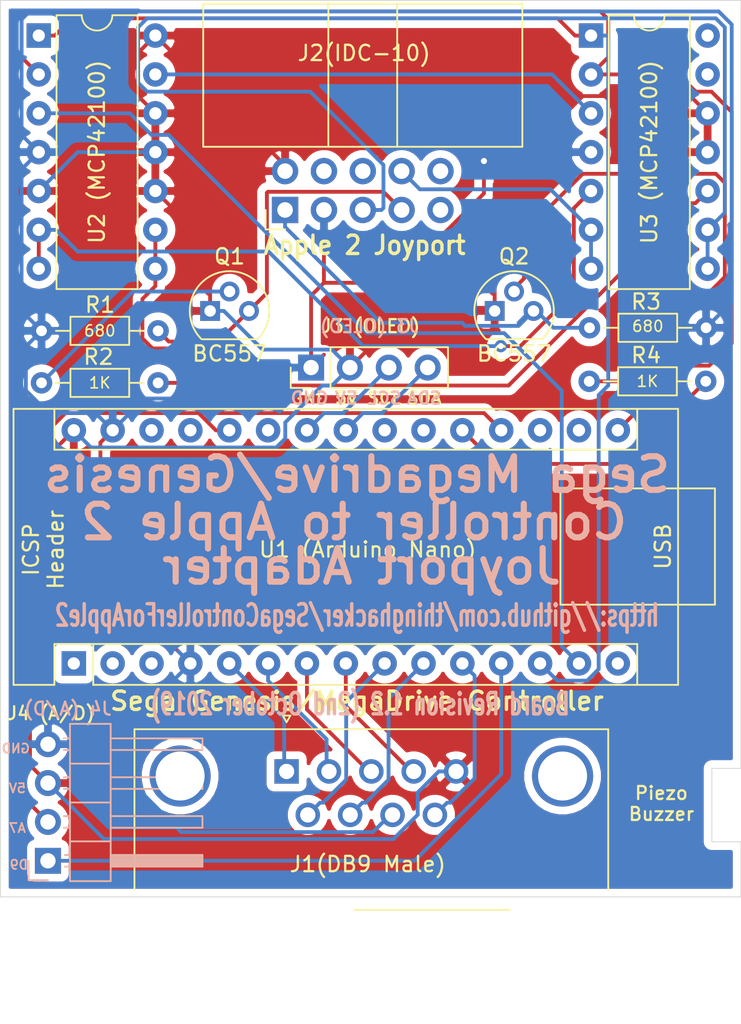
<source format=kicad_pcb>
(kicad_pcb (version 20171130) (host pcbnew "(5.1.2)-1")

  (general
    (thickness 1.6)
    (drawings 40)
    (tracks 271)
    (zones 0)
    (modules 13)
    (nets 45)
  )

  (page A4)
  (layers
    (0 F.Cu signal)
    (31 B.Cu signal)
    (32 B.Adhes user)
    (33 F.Adhes user)
    (34 B.Paste user)
    (35 F.Paste user)
    (36 B.SilkS user)
    (37 F.SilkS user)
    (38 B.Mask user)
    (39 F.Mask user)
    (40 Dwgs.User user)
    (41 Cmts.User user)
    (42 Eco1.User user)
    (43 Eco2.User user)
    (44 Edge.Cuts user)
    (45 Margin user)
    (46 B.CrtYd user)
    (47 F.CrtYd user)
    (48 B.Fab user)
    (49 F.Fab user)
  )

  (setup
    (last_trace_width 0.25)
    (trace_clearance 0.2)
    (zone_clearance 0.508)
    (zone_45_only no)
    (trace_min 0.2)
    (via_size 0.8)
    (via_drill 0.4)
    (via_min_size 0.4)
    (via_min_drill 0.3)
    (uvia_size 0.3)
    (uvia_drill 0.1)
    (uvias_allowed no)
    (uvia_min_size 0.2)
    (uvia_min_drill 0.1)
    (edge_width 0.05)
    (segment_width 0.2)
    (pcb_text_width 0.3)
    (pcb_text_size 1.5 1.5)
    (mod_edge_width 0.12)
    (mod_text_size 1 1)
    (mod_text_width 0.15)
    (pad_size 1.524 1.524)
    (pad_drill 0.762)
    (pad_to_mask_clearance 0.051)
    (solder_mask_min_width 0.25)
    (aux_axis_origin 0 0)
    (visible_elements 7FFFFFFF)
    (pcbplotparams
      (layerselection 0x010f0_ffffffff)
      (usegerberextensions false)
      (usegerberattributes false)
      (usegerberadvancedattributes false)
      (creategerberjobfile false)
      (excludeedgelayer true)
      (linewidth 0.100000)
      (plotframeref false)
      (viasonmask false)
      (mode 1)
      (useauxorigin false)
      (hpglpennumber 1)
      (hpglpenspeed 20)
      (hpglpendiameter 15.000000)
      (psnegative false)
      (psa4output false)
      (plotreference true)
      (plotvalue true)
      (plotinvisibletext false)
      (padsonsilk false)
      (subtractmaskfromsilk false)
      (outputformat 1)
      (mirror false)
      (drillshape 0)
      (scaleselection 1)
      (outputdirectory "./"))
  )

  (net 0 "")
  (net 1 "Net-(U1-Pad16)")
  (net 2 "Net-(U1-Pad14)")
  (net 3 "Net-(U1-Pad13)")
  (net 4 "Net-(U1-Pad28)")
  (net 5 "Net-(U1-Pad25)")
  (net 6 "Net-(J1(SEGA)1-Pad2)")
  (net 7 "Net-(J1(SEGA)1-Pad1)")
  (net 8 "Net-(U1-Pad22)")
  (net 9 "Net-(U1-Pad21)")
  (net 10 "Net-(U1-Pad3)")
  (net 11 "Net-(U1-Pad18)")
  (net 12 "Net-(U1-Pad2)")
  (net 13 "Net-(U1-Pad17)")
  (net 14 "Net-(U1-Pad1)")
  (net 15 "Net-(J1(SEGA)1-Pad9)")
  (net 16 "Net-(J1(SEGA)1-Pad7)")
  (net 17 "Net-(J1(SEGA)1-Pad6)")
  (net 18 "Net-(J1(SEGA)1-Pad4)")
  (net 19 "Net-(J1(SEGA)1-Pad3)")
  (net 20 "Net-(J2(Apple2)1-Pad10)")
  (net 21 "Net-(J2(Apple2)1-Pad9)")
  (net 22 "Net-(J2(Apple2)1-Pad6)")
  (net 23 "Net-(J2(Apple2)1-Pad4)")
  (net 24 "Net-(J3(OLED)1-Pad4)")
  (net 25 "Net-(J3(OLED)1-Pad3)")
  (net 26 "Net-(U2-Pad13)")
  (net 27 "Net-(Q1-Pad2)")
  (net 28 "Net-(Q2-Pad2)")
  (net 29 "Net-(U1-Pad27)")
  (net 30 /PDL0)
  (net 31 /PDL1)
  (net 32 GND)
  (net 33 +5V)
  (net 34 /SW1)
  (net 35 /SW0)
  (net 36 "Net-(R4-Pad1)")
  (net 37 "Net-(J4(A/D_Breakout)1-Pad2)")
  (net 38 "Net-(J4(A/D_Breakout)1-Pad1)")
  (net 39 "Net-(R2-Pad1)")
  (net 40 "Net-(U2-Pad6)")
  (net 41 "Net-(U2-Pad8)")
  (net 42 "Net-(U3-Pad14)")
  (net 43 "Net-(U3-Pad13)")
  (net 44 "Net-(U1-Pad15)")

  (net_class Default "This is the default net class."
    (clearance 0.2)
    (trace_width 0.25)
    (via_dia 0.8)
    (via_drill 0.4)
    (uvia_dia 0.3)
    (uvia_drill 0.1)
    (add_net +5V)
    (add_net /PDL0)
    (add_net /PDL1)
    (add_net /SW0)
    (add_net /SW1)
    (add_net GND)
    (add_net "Net-(J1(SEGA)1-Pad1)")
    (add_net "Net-(J1(SEGA)1-Pad2)")
    (add_net "Net-(J1(SEGA)1-Pad3)")
    (add_net "Net-(J1(SEGA)1-Pad4)")
    (add_net "Net-(J1(SEGA)1-Pad6)")
    (add_net "Net-(J1(SEGA)1-Pad7)")
    (add_net "Net-(J1(SEGA)1-Pad9)")
    (add_net "Net-(J2(Apple2)1-Pad10)")
    (add_net "Net-(J2(Apple2)1-Pad4)")
    (add_net "Net-(J2(Apple2)1-Pad6)")
    (add_net "Net-(J2(Apple2)1-Pad9)")
    (add_net "Net-(J3(OLED)1-Pad3)")
    (add_net "Net-(J3(OLED)1-Pad4)")
    (add_net "Net-(J4(A/D_Breakout)1-Pad1)")
    (add_net "Net-(J4(A/D_Breakout)1-Pad2)")
    (add_net "Net-(Q1-Pad2)")
    (add_net "Net-(Q2-Pad2)")
    (add_net "Net-(R2-Pad1)")
    (add_net "Net-(R4-Pad1)")
    (add_net "Net-(U1-Pad1)")
    (add_net "Net-(U1-Pad13)")
    (add_net "Net-(U1-Pad14)")
    (add_net "Net-(U1-Pad15)")
    (add_net "Net-(U1-Pad16)")
    (add_net "Net-(U1-Pad17)")
    (add_net "Net-(U1-Pad18)")
    (add_net "Net-(U1-Pad2)")
    (add_net "Net-(U1-Pad21)")
    (add_net "Net-(U1-Pad22)")
    (add_net "Net-(U1-Pad25)")
    (add_net "Net-(U1-Pad27)")
    (add_net "Net-(U1-Pad28)")
    (add_net "Net-(U1-Pad3)")
    (add_net "Net-(U2-Pad13)")
    (add_net "Net-(U2-Pad6)")
    (add_net "Net-(U2-Pad8)")
    (add_net "Net-(U3-Pad13)")
    (add_net "Net-(U3-Pad14)")
  )

  (module Package_DIP:DIP-14_W7.62mm (layer F.Cu) (tedit 5A02E8C5) (tstamp 5D22C7B4)
    (at 108.9 36.2)
    (descr "14-lead though-hole mounted DIP package, row spacing 7.62 mm (300 mils)")
    (tags "THT DIP DIL PDIP 2.54mm 7.62mm 300mil")
    (path /5CF6A381)
    (fp_text reference U2 (at 3.81 -2.33) (layer F.SilkS) hide
      (effects (font (size 1 1) (thickness 0.15)))
    )
    (fp_text value "U2 (MCP42100)" (at 3.8 7.6 270) (layer F.SilkS)
      (effects (font (size 1 1) (thickness 0.15)))
    )
    (fp_text user MCP42100 (at 3.81 7.62 270) (layer F.Fab)
      (effects (font (size 1 1) (thickness 0.15)))
    )
    (fp_line (start 8.7 -1.55) (end -1.1 -1.55) (layer F.CrtYd) (width 0.05))
    (fp_line (start 8.7 16.8) (end 8.7 -1.55) (layer F.CrtYd) (width 0.05))
    (fp_line (start -1.1 16.8) (end 8.7 16.8) (layer F.CrtYd) (width 0.05))
    (fp_line (start -1.1 -1.55) (end -1.1 16.8) (layer F.CrtYd) (width 0.05))
    (fp_line (start 6.46 -1.33) (end 4.81 -1.33) (layer F.SilkS) (width 0.12))
    (fp_line (start 6.46 16.57) (end 6.46 -1.33) (layer F.SilkS) (width 0.12))
    (fp_line (start 1.16 16.57) (end 6.46 16.57) (layer F.SilkS) (width 0.12))
    (fp_line (start 1.16 -1.33) (end 1.16 16.57) (layer F.SilkS) (width 0.12))
    (fp_line (start 2.81 -1.33) (end 1.16 -1.33) (layer F.SilkS) (width 0.12))
    (fp_line (start 0.635 -0.27) (end 1.635 -1.27) (layer F.Fab) (width 0.1))
    (fp_line (start 0.635 16.51) (end 0.635 -0.27) (layer F.Fab) (width 0.1))
    (fp_line (start 6.985 16.51) (end 0.635 16.51) (layer F.Fab) (width 0.1))
    (fp_line (start 6.985 -1.27) (end 6.985 16.51) (layer F.Fab) (width 0.1))
    (fp_line (start 1.635 -1.27) (end 6.985 -1.27) (layer F.Fab) (width 0.1))
    (fp_arc (start 3.81 -1.33) (end 2.81 -1.33) (angle -180) (layer F.SilkS) (width 0.12))
    (pad 14 thru_hole oval (at 7.62 0) (size 1.6 1.6) (drill 0.8) (layers *.Cu *.Mask)
      (net 33 +5V))
    (pad 7 thru_hole oval (at 0 15.24) (size 1.6 1.6) (drill 0.8) (layers *.Cu *.Mask)
      (net 40 "Net-(U2-Pad6)"))
    (pad 13 thru_hole oval (at 7.62 2.54) (size 1.6 1.6) (drill 0.8) (layers *.Cu *.Mask)
      (net 26 "Net-(U2-Pad13)"))
    (pad 6 thru_hole oval (at 0 12.7) (size 1.6 1.6) (drill 0.8) (layers *.Cu *.Mask)
      (net 40 "Net-(U2-Pad6)"))
    (pad 12 thru_hole oval (at 7.62 5.08) (size 1.6 1.6) (drill 0.8) (layers *.Cu *.Mask)
      (net 33 +5V))
    (pad 5 thru_hole oval (at 0 10.16) (size 1.6 1.6) (drill 0.8) (layers *.Cu *.Mask)
      (net 33 +5V))
    (pad 11 thru_hole oval (at 7.62 7.62) (size 1.6 1.6) (drill 0.8) (layers *.Cu *.Mask)
      (net 33 +5V))
    (pad 4 thru_hole oval (at 0 7.62) (size 1.6 1.6) (drill 0.8) (layers *.Cu *.Mask)
      (net 32 GND))
    (pad 10 thru_hole oval (at 7.62 10.16) (size 1.6 1.6) (drill 0.8) (layers *.Cu *.Mask)
      (net 33 +5V))
    (pad 3 thru_hole oval (at 0 5.08) (size 1.6 1.6) (drill 0.8) (layers *.Cu *.Mask)
      (net 2 "Net-(U1-Pad14)"))
    (pad 9 thru_hole oval (at 7.62 12.7) (size 1.6 1.6) (drill 0.8) (layers *.Cu *.Mask)
      (net 41 "Net-(U2-Pad8)"))
    (pad 2 thru_hole oval (at 0 2.54) (size 1.6 1.6) (drill 0.8) (layers *.Cu *.Mask)
      (net 1 "Net-(U1-Pad16)"))
    (pad 8 thru_hole oval (at 7.62 15.24) (size 1.6 1.6) (drill 0.8) (layers *.Cu *.Mask)
      (net 41 "Net-(U2-Pad8)"))
    (pad 1 thru_hole rect (at 0 0) (size 1.6 1.6) (drill 0.8) (layers *.Cu *.Mask)
      (net 3 "Net-(U1-Pad13)"))
    (model ${KISYS3DMOD}/Package_DIP.3dshapes/DIP-14_W7.62mm.wrl
      (at (xyz 0 0 0))
      (scale (xyz 1 1 1))
      (rotate (xyz 0 0 0))
    )
  )

  (module Package_DIP:DIP-14_W7.62mm (layer F.Cu) (tedit 5A02E8C5) (tstamp 5D94B41F)
    (at 145 36.2)
    (descr "14-lead though-hole mounted DIP package, row spacing 7.62 mm (300 mils)")
    (tags "THT DIP DIL PDIP 2.54mm 7.62mm 300mil")
    (path /5D9B11A9)
    (fp_text reference U3 (at 3.81 -2.33) (layer F.Fab) hide
      (effects (font (size 1 1) (thickness 0.15)))
    )
    (fp_text value MCP42100 (at 3.81 17.57) (layer F.Fab)
      (effects (font (size 1 1) (thickness 0.15)))
    )
    (fp_text user "U3 (%V)" (at 3.81 7.62 90) (layer F.SilkS)
      (effects (font (size 1 1) (thickness 0.15)))
    )
    (fp_line (start 8.7 -1.55) (end -1.1 -1.55) (layer F.CrtYd) (width 0.05))
    (fp_line (start 8.7 16.8) (end 8.7 -1.55) (layer F.CrtYd) (width 0.05))
    (fp_line (start -1.1 16.8) (end 8.7 16.8) (layer F.CrtYd) (width 0.05))
    (fp_line (start -1.1 -1.55) (end -1.1 16.8) (layer F.CrtYd) (width 0.05))
    (fp_line (start 6.46 -1.33) (end 4.81 -1.33) (layer F.SilkS) (width 0.12))
    (fp_line (start 6.46 16.57) (end 6.46 -1.33) (layer F.SilkS) (width 0.12))
    (fp_line (start 1.16 16.57) (end 6.46 16.57) (layer F.SilkS) (width 0.12))
    (fp_line (start 1.16 -1.33) (end 1.16 16.57) (layer F.SilkS) (width 0.12))
    (fp_line (start 2.81 -1.33) (end 1.16 -1.33) (layer F.SilkS) (width 0.12))
    (fp_line (start 0.635 -0.27) (end 1.635 -1.27) (layer F.Fab) (width 0.1))
    (fp_line (start 0.635 16.51) (end 0.635 -0.27) (layer F.Fab) (width 0.1))
    (fp_line (start 6.985 16.51) (end 0.635 16.51) (layer F.Fab) (width 0.1))
    (fp_line (start 6.985 -1.27) (end 6.985 16.51) (layer F.Fab) (width 0.1))
    (fp_line (start 1.635 -1.27) (end 6.985 -1.27) (layer F.Fab) (width 0.1))
    (fp_arc (start 3.81 -1.33) (end 2.81 -1.33) (angle -180) (layer F.SilkS) (width 0.12))
    (pad 14 thru_hole oval (at 7.62 0) (size 1.6 1.6) (drill 0.8) (layers *.Cu *.Mask)
      (net 42 "Net-(U3-Pad14)"))
    (pad 7 thru_hole oval (at 0 15.24) (size 1.6 1.6) (drill 0.8) (layers *.Cu *.Mask)
      (net 31 /PDL1))
    (pad 13 thru_hole oval (at 7.62 2.54) (size 1.6 1.6) (drill 0.8) (layers *.Cu *.Mask)
      (net 43 "Net-(U3-Pad13)"))
    (pad 6 thru_hole oval (at 0 12.7) (size 1.6 1.6) (drill 0.8) (layers *.Cu *.Mask)
      (net 31 /PDL1))
    (pad 12 thru_hole oval (at 7.62 5.08) (size 1.6 1.6) (drill 0.8) (layers *.Cu *.Mask)
      (net 33 +5V))
    (pad 5 thru_hole oval (at 0 10.16) (size 1.6 1.6) (drill 0.8) (layers *.Cu *.Mask)
      (net 40 "Net-(U2-Pad6)"))
    (pad 11 thru_hole oval (at 7.62 7.62) (size 1.6 1.6) (drill 0.8) (layers *.Cu *.Mask)
      (net 33 +5V))
    (pad 4 thru_hole oval (at 0 7.62) (size 1.6 1.6) (drill 0.8) (layers *.Cu *.Mask)
      (net 32 GND))
    (pad 10 thru_hole oval (at 7.62 10.16) (size 1.6 1.6) (drill 0.8) (layers *.Cu *.Mask)
      (net 41 "Net-(U2-Pad8)"))
    (pad 3 thru_hole oval (at 0 5.08) (size 1.6 1.6) (drill 0.8) (layers *.Cu *.Mask)
      (net 26 "Net-(U2-Pad13)"))
    (pad 9 thru_hole oval (at 7.62 12.7) (size 1.6 1.6) (drill 0.8) (layers *.Cu *.Mask)
      (net 30 /PDL0))
    (pad 2 thru_hole oval (at 0 2.54) (size 1.6 1.6) (drill 0.8) (layers *.Cu *.Mask)
      (net 1 "Net-(U1-Pad16)"))
    (pad 8 thru_hole oval (at 7.62 15.24) (size 1.6 1.6) (drill 0.8) (layers *.Cu *.Mask)
      (net 30 /PDL0))
    (pad 1 thru_hole rect (at 0 0) (size 1.6 1.6) (drill 0.8) (layers *.Cu *.Mask)
      (net 3 "Net-(U1-Pad13)"))
    (model ${KISYS3DMOD}/Package_DIP.3dshapes/DIP-14_W7.62mm.wrl
      (at (xyz 0 0 0))
      (scale (xyz 1 1 1))
      (rotate (xyz 0 0 0))
    )
  )

  (module Connector_PinHeader_2.54mm:PinHeader_1x04_P2.54mm_Horizontal (layer B.Cu) (tedit 59FED5CB) (tstamp 5D94E5F1)
    (at 109.5 90.14)
    (descr "Through hole angled pin header, 1x04, 2.54mm pitch, 6mm pin length, single row")
    (tags "Through hole angled pin header THT 1x04 2.54mm single row")
    (path /5D357616)
    (fp_text reference "J4(A/D_Breakout)1" (at 4.385 2.27) (layer B.SilkS) hide
      (effects (font (size 1 1) (thickness 0.15)) (justify mirror))
    )
    (fp_text value Conn_01x04_Male (at 4.385 -9.89) (layer B.Fab)
      (effects (font (size 1 1) (thickness 0.15)) (justify mirror))
    )
    (fp_text user %R (at 2.77 -3.81 -90) (layer B.Fab)
      (effects (font (size 1 1) (thickness 0.15)) (justify mirror))
    )
    (fp_line (start 10.55 1.8) (end -1.8 1.8) (layer B.CrtYd) (width 0.05))
    (fp_line (start 10.55 -9.4) (end 10.55 1.8) (layer B.CrtYd) (width 0.05))
    (fp_line (start -1.8 -9.4) (end 10.55 -9.4) (layer B.CrtYd) (width 0.05))
    (fp_line (start -1.8 1.8) (end -1.8 -9.4) (layer B.CrtYd) (width 0.05))
    (fp_line (start -1.27 1.27) (end 0 1.27) (layer B.SilkS) (width 0.12))
    (fp_line (start -1.27 0) (end -1.27 1.27) (layer B.SilkS) (width 0.12))
    (fp_line (start 1.042929 -8) (end 1.44 -8) (layer B.SilkS) (width 0.12))
    (fp_line (start 1.042929 -7.24) (end 1.44 -7.24) (layer B.SilkS) (width 0.12))
    (fp_line (start 10.1 -8) (end 4.1 -8) (layer B.SilkS) (width 0.12))
    (fp_line (start 10.1 -7.24) (end 10.1 -8) (layer B.SilkS) (width 0.12))
    (fp_line (start 4.1 -7.24) (end 10.1 -7.24) (layer B.SilkS) (width 0.12))
    (fp_line (start 1.44 -6.35) (end 4.1 -6.35) (layer B.SilkS) (width 0.12))
    (fp_line (start 1.042929 -5.46) (end 1.44 -5.46) (layer B.SilkS) (width 0.12))
    (fp_line (start 1.042929 -4.7) (end 1.44 -4.7) (layer B.SilkS) (width 0.12))
    (fp_line (start 10.1 -5.46) (end 4.1 -5.46) (layer B.SilkS) (width 0.12))
    (fp_line (start 10.1 -4.7) (end 10.1 -5.46) (layer B.SilkS) (width 0.12))
    (fp_line (start 4.1 -4.7) (end 10.1 -4.7) (layer B.SilkS) (width 0.12))
    (fp_line (start 1.44 -3.81) (end 4.1 -3.81) (layer B.SilkS) (width 0.12))
    (fp_line (start 1.042929 -2.92) (end 1.44 -2.92) (layer B.SilkS) (width 0.12))
    (fp_line (start 1.042929 -2.16) (end 1.44 -2.16) (layer B.SilkS) (width 0.12))
    (fp_line (start 10.1 -2.92) (end 4.1 -2.92) (layer B.SilkS) (width 0.12))
    (fp_line (start 10.1 -2.16) (end 10.1 -2.92) (layer B.SilkS) (width 0.12))
    (fp_line (start 4.1 -2.16) (end 10.1 -2.16) (layer B.SilkS) (width 0.12))
    (fp_line (start 1.44 -1.27) (end 4.1 -1.27) (layer B.SilkS) (width 0.12))
    (fp_line (start 1.11 -0.38) (end 1.44 -0.38) (layer B.SilkS) (width 0.12))
    (fp_line (start 1.11 0.38) (end 1.44 0.38) (layer B.SilkS) (width 0.12))
    (fp_line (start 4.1 -0.28) (end 10.1 -0.28) (layer B.SilkS) (width 0.12))
    (fp_line (start 4.1 -0.16) (end 10.1 -0.16) (layer B.SilkS) (width 0.12))
    (fp_line (start 4.1 -0.04) (end 10.1 -0.04) (layer B.SilkS) (width 0.12))
    (fp_line (start 4.1 0.08) (end 10.1 0.08) (layer B.SilkS) (width 0.12))
    (fp_line (start 4.1 0.2) (end 10.1 0.2) (layer B.SilkS) (width 0.12))
    (fp_line (start 4.1 0.32) (end 10.1 0.32) (layer B.SilkS) (width 0.12))
    (fp_line (start 10.1 -0.38) (end 4.1 -0.38) (layer B.SilkS) (width 0.12))
    (fp_line (start 10.1 0.38) (end 10.1 -0.38) (layer B.SilkS) (width 0.12))
    (fp_line (start 4.1 0.38) (end 10.1 0.38) (layer B.SilkS) (width 0.12))
    (fp_line (start 4.1 1.33) (end 1.44 1.33) (layer B.SilkS) (width 0.12))
    (fp_line (start 4.1 -8.95) (end 4.1 1.33) (layer B.SilkS) (width 0.12))
    (fp_line (start 1.44 -8.95) (end 4.1 -8.95) (layer B.SilkS) (width 0.12))
    (fp_line (start 1.44 1.33) (end 1.44 -8.95) (layer B.SilkS) (width 0.12))
    (fp_line (start 4.04 -7.94) (end 10.04 -7.94) (layer B.Fab) (width 0.1))
    (fp_line (start 10.04 -7.3) (end 10.04 -7.94) (layer B.Fab) (width 0.1))
    (fp_line (start 4.04 -7.3) (end 10.04 -7.3) (layer B.Fab) (width 0.1))
    (fp_line (start -0.32 -7.94) (end 1.5 -7.94) (layer B.Fab) (width 0.1))
    (fp_line (start -0.32 -7.3) (end -0.32 -7.94) (layer B.Fab) (width 0.1))
    (fp_line (start -0.32 -7.3) (end 1.5 -7.3) (layer B.Fab) (width 0.1))
    (fp_line (start 4.04 -5.4) (end 10.04 -5.4) (layer B.Fab) (width 0.1))
    (fp_line (start 10.04 -4.76) (end 10.04 -5.4) (layer B.Fab) (width 0.1))
    (fp_line (start 4.04 -4.76) (end 10.04 -4.76) (layer B.Fab) (width 0.1))
    (fp_line (start -0.32 -5.4) (end 1.5 -5.4) (layer B.Fab) (width 0.1))
    (fp_line (start -0.32 -4.76) (end -0.32 -5.4) (layer B.Fab) (width 0.1))
    (fp_line (start -0.32 -4.76) (end 1.5 -4.76) (layer B.Fab) (width 0.1))
    (fp_line (start 4.04 -2.86) (end 10.04 -2.86) (layer B.Fab) (width 0.1))
    (fp_line (start 10.04 -2.22) (end 10.04 -2.86) (layer B.Fab) (width 0.1))
    (fp_line (start 4.04 -2.22) (end 10.04 -2.22) (layer B.Fab) (width 0.1))
    (fp_line (start -0.32 -2.86) (end 1.5 -2.86) (layer B.Fab) (width 0.1))
    (fp_line (start -0.32 -2.22) (end -0.32 -2.86) (layer B.Fab) (width 0.1))
    (fp_line (start -0.32 -2.22) (end 1.5 -2.22) (layer B.Fab) (width 0.1))
    (fp_line (start 4.04 -0.32) (end 10.04 -0.32) (layer B.Fab) (width 0.1))
    (fp_line (start 10.04 0.32) (end 10.04 -0.32) (layer B.Fab) (width 0.1))
    (fp_line (start 4.04 0.32) (end 10.04 0.32) (layer B.Fab) (width 0.1))
    (fp_line (start -0.32 -0.32) (end 1.5 -0.32) (layer B.Fab) (width 0.1))
    (fp_line (start -0.32 0.32) (end -0.32 -0.32) (layer B.Fab) (width 0.1))
    (fp_line (start -0.32 0.32) (end 1.5 0.32) (layer B.Fab) (width 0.1))
    (fp_line (start 1.5 0.635) (end 2.135 1.27) (layer B.Fab) (width 0.1))
    (fp_line (start 1.5 -8.89) (end 1.5 0.635) (layer B.Fab) (width 0.1))
    (fp_line (start 4.04 -8.89) (end 1.5 -8.89) (layer B.Fab) (width 0.1))
    (fp_line (start 4.04 1.27) (end 4.04 -8.89) (layer B.Fab) (width 0.1))
    (fp_line (start 2.135 1.27) (end 4.04 1.27) (layer B.Fab) (width 0.1))
    (pad 4 thru_hole oval (at 0 -7.62) (size 1.7 1.7) (drill 1) (layers *.Cu *.Mask)
      (net 32 GND))
    (pad 3 thru_hole oval (at 0 -5.08) (size 1.7 1.7) (drill 1) (layers *.Cu *.Mask)
      (net 33 +5V))
    (pad 2 thru_hole oval (at 0 -2.54) (size 1.7 1.7) (drill 1) (layers *.Cu *.Mask)
      (net 37 "Net-(J4(A/D_Breakout)1-Pad2)"))
    (pad 1 thru_hole rect (at 0 0) (size 1.7 1.7) (drill 1) (layers *.Cu *.Mask)
      (net 38 "Net-(J4(A/D_Breakout)1-Pad1)"))
    (model ${KISYS3DMOD}/Connector_PinHeader_2.54mm.3dshapes/PinHeader_1x04_P2.54mm_Horizontal.wrl
      (at (xyz 0 0 0))
      (scale (xyz 1 1 1))
      (rotate (xyz 0 0 0))
    )
  )

  (module Resistor_THT:R_Axial_DIN0204_L3.6mm_D1.6mm_P7.62mm_Horizontal (layer F.Cu) (tedit 5AE5139B) (tstamp 5D94F092)
    (at 144.9 55.3)
    (descr "Resistor, Axial_DIN0204 series, Axial, Horizontal, pin pitch=7.62mm, 0.167W, length*diameter=3.6*1.6mm^2, http://cdn-reichelt.de/documents/datenblatt/B400/1_4W%23YAG.pdf")
    (tags "Resistor Axial_DIN0204 series Axial Horizontal pin pitch 7.62mm 0.167W length 3.6mm diameter 1.6mm")
    (path /5D29A912)
    (fp_text reference R3 (at 3.7 -1.7) (layer F.SilkS)
      (effects (font (size 1 1) (thickness 0.15)))
    )
    (fp_text value 680 (at 3.81 1.92) (layer F.Fab)
      (effects (font (size 1 1) (thickness 0.15)))
    )
    (fp_text user %V (at 3.81 -0.1) (layer F.SilkS)
      (effects (font (size 0.72 0.72) (thickness 0.108)))
    )
    (fp_line (start 8.57 -1.05) (end -0.95 -1.05) (layer F.CrtYd) (width 0.05))
    (fp_line (start 8.57 1.05) (end 8.57 -1.05) (layer F.CrtYd) (width 0.05))
    (fp_line (start -0.95 1.05) (end 8.57 1.05) (layer F.CrtYd) (width 0.05))
    (fp_line (start -0.95 -1.05) (end -0.95 1.05) (layer F.CrtYd) (width 0.05))
    (fp_line (start 6.68 0) (end 5.73 0) (layer F.SilkS) (width 0.12))
    (fp_line (start 0.94 0) (end 1.89 0) (layer F.SilkS) (width 0.12))
    (fp_line (start 5.73 -0.92) (end 1.89 -0.92) (layer F.SilkS) (width 0.12))
    (fp_line (start 5.73 0.92) (end 5.73 -0.92) (layer F.SilkS) (width 0.12))
    (fp_line (start 1.89 0.92) (end 5.73 0.92) (layer F.SilkS) (width 0.12))
    (fp_line (start 1.89 -0.92) (end 1.89 0.92) (layer F.SilkS) (width 0.12))
    (fp_line (start 7.62 0) (end 5.61 0) (layer F.Fab) (width 0.1))
    (fp_line (start 0 0) (end 2.01 0) (layer F.Fab) (width 0.1))
    (fp_line (start 5.61 -0.8) (end 2.01 -0.8) (layer F.Fab) (width 0.1))
    (fp_line (start 5.61 0.8) (end 5.61 -0.8) (layer F.Fab) (width 0.1))
    (fp_line (start 2.01 0.8) (end 5.61 0.8) (layer F.Fab) (width 0.1))
    (fp_line (start 2.01 -0.8) (end 2.01 0.8) (layer F.Fab) (width 0.1))
    (pad 2 thru_hole oval (at 7.62 0) (size 1.4 1.4) (drill 0.7) (layers *.Cu *.Mask)
      (net 32 GND))
    (pad 1 thru_hole circle (at 0 0) (size 1.4 1.4) (drill 0.7) (layers *.Cu *.Mask)
      (net 34 /SW1))
    (model ${KISYS3DMOD}/Resistor_THT.3dshapes/R_Axial_DIN0204_L3.6mm_D1.6mm_P7.62mm_Horizontal.wrl
      (at (xyz 0 0 0))
      (scale (xyz 1 1 1))
      (rotate (xyz 0 0 0))
    )
  )

  (module Resistor_THT:R_Axial_DIN0204_L3.6mm_D1.6mm_P7.62mm_Horizontal (layer F.Cu) (tedit 5AE5139B) (tstamp 5D94F00E)
    (at 116.7 55.5 180)
    (descr "Resistor, Axial_DIN0204 series, Axial, Horizontal, pin pitch=7.62mm, 0.167W, length*diameter=3.6*1.6mm^2, http://cdn-reichelt.de/documents/datenblatt/B400/1_4W%23YAG.pdf")
    (tags "Resistor Axial_DIN0204 series Axial Horizontal pin pitch 7.62mm 0.167W length 3.6mm diameter 1.6mm")
    (path /5D279C83)
    (fp_text reference R1 (at 3.8 1.7) (layer F.SilkS)
      (effects (font (size 1 1) (thickness 0.15)))
    )
    (fp_text value 680 (at 3.81 1.92) (layer F.Fab)
      (effects (font (size 1 1) (thickness 0.15)))
    )
    (fp_text user %V (at 3.81 0) (layer F.SilkS)
      (effects (font (size 0.72 0.72) (thickness 0.108)))
    )
    (fp_line (start 8.57 -1.05) (end -0.95 -1.05) (layer F.CrtYd) (width 0.05))
    (fp_line (start 8.57 1.05) (end 8.57 -1.05) (layer F.CrtYd) (width 0.05))
    (fp_line (start -0.95 1.05) (end 8.57 1.05) (layer F.CrtYd) (width 0.05))
    (fp_line (start -0.95 -1.05) (end -0.95 1.05) (layer F.CrtYd) (width 0.05))
    (fp_line (start 6.68 0) (end 5.73 0) (layer F.SilkS) (width 0.12))
    (fp_line (start 0.94 0) (end 1.89 0) (layer F.SilkS) (width 0.12))
    (fp_line (start 5.73 -0.92) (end 1.89 -0.92) (layer F.SilkS) (width 0.12))
    (fp_line (start 5.73 0.92) (end 5.73 -0.92) (layer F.SilkS) (width 0.12))
    (fp_line (start 1.89 0.92) (end 5.73 0.92) (layer F.SilkS) (width 0.12))
    (fp_line (start 1.89 -0.92) (end 1.89 0.92) (layer F.SilkS) (width 0.12))
    (fp_line (start 7.62 0) (end 5.61 0) (layer F.Fab) (width 0.1))
    (fp_line (start 0 0) (end 2.01 0) (layer F.Fab) (width 0.1))
    (fp_line (start 5.61 -0.8) (end 2.01 -0.8) (layer F.Fab) (width 0.1))
    (fp_line (start 5.61 0.8) (end 5.61 -0.8) (layer F.Fab) (width 0.1))
    (fp_line (start 2.01 0.8) (end 5.61 0.8) (layer F.Fab) (width 0.1))
    (fp_line (start 2.01 -0.8) (end 2.01 0.8) (layer F.Fab) (width 0.1))
    (pad 2 thru_hole oval (at 7.62 0 180) (size 1.4 1.4) (drill 0.7) (layers *.Cu *.Mask)
      (net 32 GND))
    (pad 1 thru_hole circle (at 0 0 180) (size 1.4 1.4) (drill 0.7) (layers *.Cu *.Mask)
      (net 35 /SW0))
    (model ${KISYS3DMOD}/Resistor_THT.3dshapes/R_Axial_DIN0204_L3.6mm_D1.6mm_P7.62mm_Horizontal.wrl
      (at (xyz 0 0 0))
      (scale (xyz 1 1 1))
      (rotate (xyz 0 0 0))
    )
  )

  (module Package_TO_SOT_THT:TO-92 (layer F.Cu) (tedit 5A279852) (tstamp 5D457DEF)
    (at 120.1 54.2)
    (descr "TO-92 leads molded, narrow, drill 0.75mm (see NXP sot054_po.pdf)")
    (tags "to-92 sc-43 sc-43a sot54 PA33 transistor")
    (path /5D25B413)
    (fp_text reference Q1 (at 1.27 -3.56) (layer F.SilkS)
      (effects (font (size 1 1) (thickness 0.15)))
    )
    (fp_text value BC557 (at 1.27 2.79) (layer F.SilkS)
      (effects (font (size 1 1) (thickness 0.15)))
    )
    (fp_arc (start 1.27 0) (end 1.27 -2.6) (angle 135) (layer F.SilkS) (width 0.12))
    (fp_arc (start 1.27 0) (end 1.27 -2.48) (angle -135) (layer F.Fab) (width 0.1))
    (fp_arc (start 1.27 0) (end 1.27 -2.6) (angle -135) (layer F.SilkS) (width 0.12))
    (fp_arc (start 1.27 0) (end 1.27 -2.48) (angle 135) (layer F.Fab) (width 0.1))
    (fp_line (start 4 2.01) (end -1.46 2.01) (layer F.CrtYd) (width 0.05))
    (fp_line (start 4 2.01) (end 4 -2.73) (layer F.CrtYd) (width 0.05))
    (fp_line (start -1.46 -2.73) (end -1.46 2.01) (layer F.CrtYd) (width 0.05))
    (fp_line (start -1.46 -2.73) (end 4 -2.73) (layer F.CrtYd) (width 0.05))
    (fp_line (start -0.5 1.75) (end 3 1.75) (layer F.Fab) (width 0.1))
    (fp_line (start -0.53 1.85) (end 3.07 1.85) (layer F.SilkS) (width 0.12))
    (fp_text user %R (at 1.27 -3.56) (layer F.Fab)
      (effects (font (size 1 1) (thickness 0.15)))
    )
    (pad 1 thru_hole rect (at 0 0 90) (size 1.3 1.3) (drill 0.75) (layers *.Cu *.Mask)
      (net 33 +5V))
    (pad 3 thru_hole circle (at 2.54 0 90) (size 1.3 1.3) (drill 0.75) (layers *.Cu *.Mask)
      (net 35 /SW0))
    (pad 2 thru_hole circle (at 1.27 -1.27 90) (size 1.3 1.3) (drill 0.75) (layers *.Cu *.Mask)
      (net 27 "Net-(Q1-Pad2)"))
    (model ${KISYS3DMOD}/Package_TO_SOT_THT.3dshapes/TO-92.wrl
      (at (xyz 0 0 0))
      (scale (xyz 1 1 1))
      (rotate (xyz 0 0 0))
    )
  )

  (module Connector_Dsub:DSUB-9_Male_Horizontal_P2.77x2.84mm_EdgePinOffset4.94mm_Housed_MountingHolesOffset7.48mm (layer F.Cu) (tedit 59FEDEE2) (tstamp 5D94DF39)
    (at 125.1 84.3)
    (descr "9-pin D-Sub connector, horizontal/angled (90 deg), THT-mount, male, pitch 2.77x2.84mm, pin-PCB-offset 4.9399999999999995mm, distance of mounting holes 25mm, distance of mounting holes to PCB edge 7.4799999999999995mm, see https://disti-assets.s3.amazonaws.com/tonar/files/datasheets/16730.pdf")
    (tags "9-pin D-Sub connector horizontal angled 90deg THT male pitch 2.77x2.84mm pin-PCB-offset 4.9399999999999995mm mounting-holes-distance 25mm mounting-hole-offset 25mm")
    (path /5CF741FC)
    (fp_text reference "J1(DB9 Male)" (at 5.307 6.063) (layer F.SilkS)
      (effects (font (size 1 1) (thickness 0.15)))
    )
    (fp_text value Conn_02x05_Odd_Even (at 5.54 15.68) (layer F.Fab)
      (effects (font (size 1 1) (thickness 0.15)))
    )
    (fp_text user %R (at 5.54 11.18) (layer F.Fab)
      (effects (font (size 1 1) (thickness 0.15)))
    )
    (fp_line (start 21.5 -3.25) (end -10.4 -3.25) (layer F.CrtYd) (width 0.05))
    (fp_line (start 21.5 14.7) (end 21.5 -3.25) (layer F.CrtYd) (width 0.05))
    (fp_line (start -10.4 14.7) (end 21.5 14.7) (layer F.CrtYd) (width 0.05))
    (fp_line (start -10.4 -3.25) (end -10.4 14.7) (layer F.CrtYd) (width 0.05))
    (fp_line (start 0 -3.221325) (end -0.25 -3.654338) (layer F.SilkS) (width 0.12))
    (fp_line (start 0.25 -3.654338) (end 0 -3.221325) (layer F.SilkS) (width 0.12))
    (fp_line (start -0.25 -3.654338) (end 0.25 -3.654338) (layer F.SilkS) (width 0.12))
    (fp_line (start 21.025 -2.76) (end 21.025 7.72) (layer F.SilkS) (width 0.12))
    (fp_line (start -9.945 -2.76) (end 21.025 -2.76) (layer F.SilkS) (width 0.12))
    (fp_line (start -9.945 7.72) (end -9.945 -2.76) (layer F.SilkS) (width 0.12))
    (fp_line (start 19.64 7.78) (end 19.64 0.3) (layer F.Fab) (width 0.1))
    (fp_line (start 16.44 7.78) (end 16.44 0.3) (layer F.Fab) (width 0.1))
    (fp_line (start -5.36 7.78) (end -5.36 0.3) (layer F.Fab) (width 0.1))
    (fp_line (start -8.56 7.78) (end -8.56 0.3) (layer F.Fab) (width 0.1))
    (fp_line (start 20.54 8.18) (end 15.54 8.18) (layer F.Fab) (width 0.1))
    (fp_line (start 20.54 13.18) (end 20.54 8.18) (layer F.Fab) (width 0.1))
    (fp_line (start 15.54 13.18) (end 20.54 13.18) (layer F.Fab) (width 0.1))
    (fp_line (start 15.54 8.18) (end 15.54 13.18) (layer F.Fab) (width 0.1))
    (fp_line (start -4.46 8.18) (end -9.46 8.18) (layer F.Fab) (width 0.1))
    (fp_line (start -4.46 13.18) (end -4.46 8.18) (layer F.Fab) (width 0.1))
    (fp_line (start -9.46 13.18) (end -4.46 13.18) (layer F.Fab) (width 0.1))
    (fp_line (start -9.46 8.18) (end -9.46 13.18) (layer F.Fab) (width 0.1))
    (fp_line (start 13.69 8.18) (end -2.61 8.18) (layer F.Fab) (width 0.1))
    (fp_line (start 13.69 14.18) (end 13.69 8.18) (layer F.Fab) (width 0.1))
    (fp_line (start -2.61 14.18) (end 13.69 14.18) (layer F.Fab) (width 0.1))
    (fp_line (start -2.61 8.18) (end -2.61 14.18) (layer F.Fab) (width 0.1))
    (fp_line (start 20.965 7.78) (end -9.885 7.78) (layer F.Fab) (width 0.1))
    (fp_line (start 20.965 8.18) (end 20.965 7.78) (layer F.Fab) (width 0.1))
    (fp_line (start -9.885 8.18) (end 20.965 8.18) (layer F.Fab) (width 0.1))
    (fp_line (start -9.885 7.78) (end -9.885 8.18) (layer F.Fab) (width 0.1))
    (fp_line (start 20.965 -2.7) (end -9.885 -2.7) (layer F.Fab) (width 0.1))
    (fp_line (start 20.965 7.78) (end 20.965 -2.7) (layer F.Fab) (width 0.1))
    (fp_line (start -9.885 7.78) (end 20.965 7.78) (layer F.Fab) (width 0.1))
    (fp_line (start -9.885 -2.7) (end -9.885 7.78) (layer F.Fab) (width 0.1))
    (fp_arc (start 18.04 0.3) (end 16.44 0.3) (angle 180) (layer F.Fab) (width 0.1))
    (fp_arc (start -6.96 0.3) (end -8.56 0.3) (angle 180) (layer F.Fab) (width 0.1))
    (pad 0 thru_hole circle (at 18.04 0.3) (size 4 4) (drill 3.2) (layers *.Cu *.Mask))
    (pad 0 thru_hole circle (at -6.96 0.3) (size 4 4) (drill 3.2) (layers *.Cu *.Mask))
    (pad 9 thru_hole circle (at 9.695 2.84) (size 1.6 1.6) (drill 1) (layers *.Cu *.Mask)
      (net 15 "Net-(J1(SEGA)1-Pad9)"))
    (pad 8 thru_hole circle (at 6.925 2.84) (size 1.6 1.6) (drill 1) (layers *.Cu *.Mask)
      (net 32 GND))
    (pad 7 thru_hole circle (at 4.155 2.84) (size 1.6 1.6) (drill 1) (layers *.Cu *.Mask)
      (net 16 "Net-(J1(SEGA)1-Pad7)"))
    (pad 6 thru_hole circle (at 1.385 2.84) (size 1.6 1.6) (drill 1) (layers *.Cu *.Mask)
      (net 17 "Net-(J1(SEGA)1-Pad6)"))
    (pad 5 thru_hole circle (at 11.08 0) (size 1.6 1.6) (drill 1) (layers *.Cu *.Mask)
      (net 33 +5V))
    (pad 4 thru_hole circle (at 8.31 0) (size 1.6 1.6) (drill 1) (layers *.Cu *.Mask)
      (net 18 "Net-(J1(SEGA)1-Pad4)"))
    (pad 3 thru_hole circle (at 5.54 0) (size 1.6 1.6) (drill 1) (layers *.Cu *.Mask)
      (net 19 "Net-(J1(SEGA)1-Pad3)"))
    (pad 2 thru_hole circle (at 2.77 0) (size 1.6 1.6) (drill 1) (layers *.Cu *.Mask)
      (net 6 "Net-(J1(SEGA)1-Pad2)"))
    (pad 1 thru_hole rect (at 0 0) (size 1.6 1.6) (drill 1) (layers *.Cu *.Mask)
      (net 7 "Net-(J1(SEGA)1-Pad1)"))
    (model ${KISYS3DMOD}/Connector_Dsub.3dshapes/DSUB-9_Male_Horizontal_P2.77x2.84mm_EdgePinOffset4.94mm_Housed_MountingHolesOffset7.48mm.wrl
      (at (xyz 0 0 0))
      (scale (xyz 1 1 1))
      (rotate (xyz 0 0 0))
    )
  )

  (module Connector_IDC:IDC-Header_2x05_P2.54mm_Horizontal (layer F.Cu) (tedit 59DE1F47) (tstamp 5D2255D5)
    (at 125 47.6 90)
    (descr "Through hole angled IDC box header, 2x05, 2.54mm pitch, double rows")
    (tags "Through hole IDC box header THT 2x05 2.54mm double row")
    (path /5D195A9C)
    (fp_text reference "J2(IDC-10)" (at 10.255 5.163 180) (layer F.SilkS)
      (effects (font (size 1 1) (thickness 0.15)))
    )
    (fp_text value Conn_02x05_Odd_Even (at 6.105 16.51 90) (layer F.Fab) hide
      (effects (font (size 1 1) (thickness 0.15)))
    )
    (fp_line (start 13.48 15.51) (end -1.12 15.51) (layer F.CrtYd) (width 0.05))
    (fp_line (start 13.48 -5.35) (end 13.48 15.51) (layer F.CrtYd) (width 0.05))
    (fp_line (start -1.12 15.51) (end -1.12 -5.35) (layer F.CrtYd) (width 0.05))
    (fp_line (start -1.12 -5.35) (end 13.48 -5.35) (layer F.CrtYd) (width 0.05))
    (fp_line (start 4.13 7.33) (end 13.48 7.33) (layer F.SilkS) (width 0.12))
    (fp_line (start 4.13 2.83) (end 13.48 2.83) (layer F.SilkS) (width 0.12))
    (fp_line (start 4.13 15.51) (end 4.13 -5.35) (layer F.SilkS) (width 0.12))
    (fp_line (start 4.13 15.51) (end 13.48 15.51) (layer F.SilkS) (width 0.12))
    (fp_line (start 4.13 -5.35) (end 13.48 -5.35) (layer F.SilkS) (width 0.12))
    (fp_line (start 13.48 -5.35) (end 13.48 15.51) (layer F.SilkS) (width 0.12))
    (fp_line (start 0 -1.27) (end -1.27 -1.27) (layer F.SilkS) (width 0.12))
    (fp_line (start -1.27 -1.27) (end -1.27 0) (layer F.SilkS) (width 0.12))
    (fp_line (start 5.38 -5.1) (end 13.23 -5.1) (layer F.Fab) (width 0.1))
    (fp_line (start 4.38 9.84) (end -0.32 9.84) (layer F.Fab) (width 0.1))
    (fp_line (start 4.38 7.33) (end 13.23 7.33) (layer F.Fab) (width 0.1))
    (fp_line (start 4.38 7.3) (end -0.32 7.3) (layer F.Fab) (width 0.1))
    (fp_line (start 4.38 4.76) (end -0.32 4.76) (layer F.Fab) (width 0.1))
    (fp_line (start 4.38 2.83) (end 13.23 2.83) (layer F.Fab) (width 0.1))
    (fp_line (start 4.38 2.22) (end -0.32 2.22) (layer F.Fab) (width 0.1))
    (fp_line (start 4.38 15.26) (end 4.38 -4.1) (layer F.Fab) (width 0.1))
    (fp_line (start 4.38 15.26) (end 13.23 15.26) (layer F.Fab) (width 0.1))
    (fp_line (start 4.38 -4.1) (end 5.38 -5.1) (layer F.Fab) (width 0.1))
    (fp_line (start 4.38 -0.32) (end -0.32 -0.32) (layer F.Fab) (width 0.1))
    (fp_line (start 13.23 15.26) (end 13.23 -5.1) (layer F.Fab) (width 0.1))
    (fp_line (start -0.32 9.84) (end -0.32 10.48) (layer F.Fab) (width 0.1))
    (fp_line (start -0.32 7.94) (end 4.38 7.94) (layer F.Fab) (width 0.1))
    (fp_line (start -0.32 7.3) (end -0.32 7.94) (layer F.Fab) (width 0.1))
    (fp_line (start -0.32 5.4) (end 4.38 5.4) (layer F.Fab) (width 0.1))
    (fp_line (start -0.32 4.76) (end -0.32 5.4) (layer F.Fab) (width 0.1))
    (fp_line (start -0.32 2.86) (end 4.38 2.86) (layer F.Fab) (width 0.1))
    (fp_line (start -0.32 2.22) (end -0.32 2.86) (layer F.Fab) (width 0.1))
    (fp_line (start -0.32 10.48) (end 4.38 10.48) (layer F.Fab) (width 0.1))
    (fp_line (start -0.32 0.32) (end 4.38 0.32) (layer F.Fab) (width 0.1))
    (fp_line (start -0.32 -0.32) (end -0.32 0.32) (layer F.Fab) (width 0.1))
    (fp_text user %R (at 8.805 5.08) (layer F.Fab)
      (effects (font (size 1 1) (thickness 0.15)))
    )
    (pad 10 thru_hole oval (at 2.54 10.16 90) (size 1.7272 1.7272) (drill 1.016) (layers *.Cu *.Mask)
      (net 20 "Net-(J2(Apple2)1-Pad10)"))
    (pad 9 thru_hole oval (at 0 10.16 90) (size 1.7272 1.7272) (drill 1.016) (layers *.Cu *.Mask)
      (net 21 "Net-(J2(Apple2)1-Pad9)"))
    (pad 8 thru_hole oval (at 2.54 7.62 90) (size 1.7272 1.7272) (drill 1.016) (layers *.Cu *.Mask)
      (net 31 /PDL1))
    (pad 7 thru_hole oval (at 0 7.62 90) (size 1.7272 1.7272) (drill 1.016) (layers *.Cu *.Mask)
      (net 35 /SW0))
    (pad 6 thru_hole oval (at 2.54 5.08 90) (size 1.7272 1.7272) (drill 1.016) (layers *.Cu *.Mask)
      (net 22 "Net-(J2(Apple2)1-Pad6)"))
    (pad 5 thru_hole oval (at 0 5.08 90) (size 1.7272 1.7272) (drill 1.016) (layers *.Cu *.Mask)
      (net 30 /PDL0))
    (pad 4 thru_hole oval (at 2.54 2.54 90) (size 1.7272 1.7272) (drill 1.016) (layers *.Cu *.Mask)
      (net 23 "Net-(J2(Apple2)1-Pad4)"))
    (pad 3 thru_hole oval (at 0 2.54 90) (size 1.7272 1.7272) (drill 1.016) (layers *.Cu *.Mask)
      (net 32 GND))
    (pad 2 thru_hole oval (at 2.54 0 90) (size 1.7272 1.7272) (drill 1.016) (layers *.Cu *.Mask)
      (net 33 +5V))
    (pad 1 thru_hole rect (at 0 0 90) (size 1.7272 1.7272) (drill 1.016) (layers *.Cu *.Mask)
      (net 34 /SW1))
    (model ${KISYS3DMOD}/Connector_IDC.3dshapes/IDC-Header_2x05_P2.54mm_Horizontal.wrl
      (at (xyz 0 0 0))
      (scale (xyz 1 1 1))
      (rotate (xyz 0 0 0))
    )
  )

  (module Resistor_THT:R_Axial_DIN0204_L3.6mm_D1.6mm_P7.62mm_Horizontal (layer F.Cu) (tedit 5AE5139B) (tstamp 5D94F050)
    (at 152.5 58.8 180)
    (descr "Resistor, Axial_DIN0204 series, Axial, Horizontal, pin pitch=7.62mm, 0.167W, length*diameter=3.6*1.6mm^2, http://cdn-reichelt.de/documents/datenblatt/B400/1_4W%23YAG.pdf")
    (tags "Resistor Axial_DIN0204 series Axial Horizontal pin pitch 7.62mm 0.167W length 3.6mm diameter 1.6mm")
    (path /5D2A6E58)
    (fp_text reference R4 (at 3.9 1.7 180) (layer F.SilkS)
      (effects (font (size 1 1) (thickness 0.15)))
    )
    (fp_text value 1K (at 3.81 1.92 180) (layer F.Fab)
      (effects (font (size 1 1) (thickness 0.15)))
    )
    (fp_text user %V (at 3.81 0 180) (layer F.SilkS)
      (effects (font (size 0.72 0.72) (thickness 0.108)))
    )
    (fp_line (start 8.57 -1.05) (end -0.95 -1.05) (layer F.CrtYd) (width 0.05))
    (fp_line (start 8.57 1.05) (end 8.57 -1.05) (layer F.CrtYd) (width 0.05))
    (fp_line (start -0.95 1.05) (end 8.57 1.05) (layer F.CrtYd) (width 0.05))
    (fp_line (start -0.95 -1.05) (end -0.95 1.05) (layer F.CrtYd) (width 0.05))
    (fp_line (start 6.68 0) (end 5.73 0) (layer F.SilkS) (width 0.12))
    (fp_line (start 0.94 0) (end 1.89 0) (layer F.SilkS) (width 0.12))
    (fp_line (start 5.73 -0.92) (end 1.89 -0.92) (layer F.SilkS) (width 0.12))
    (fp_line (start 5.73 0.92) (end 5.73 -0.92) (layer F.SilkS) (width 0.12))
    (fp_line (start 1.89 0.92) (end 5.73 0.92) (layer F.SilkS) (width 0.12))
    (fp_line (start 1.89 -0.92) (end 1.89 0.92) (layer F.SilkS) (width 0.12))
    (fp_line (start 7.62 0) (end 5.61 0) (layer F.Fab) (width 0.1))
    (fp_line (start 0 0) (end 2.01 0) (layer F.Fab) (width 0.1))
    (fp_line (start 5.61 -0.8) (end 2.01 -0.8) (layer F.Fab) (width 0.1))
    (fp_line (start 5.61 0.8) (end 5.61 -0.8) (layer F.Fab) (width 0.1))
    (fp_line (start 2.01 0.8) (end 5.61 0.8) (layer F.Fab) (width 0.1))
    (fp_line (start 2.01 -0.8) (end 2.01 0.8) (layer F.Fab) (width 0.1))
    (pad 2 thru_hole oval (at 7.62 0 180) (size 1.4 1.4) (drill 0.7) (layers *.Cu *.Mask)
      (net 28 "Net-(Q2-Pad2)"))
    (pad 1 thru_hole circle (at 0 0 180) (size 1.4 1.4) (drill 0.7) (layers *.Cu *.Mask)
      (net 36 "Net-(R4-Pad1)"))
    (model ${KISYS3DMOD}/Resistor_THT.3dshapes/R_Axial_DIN0204_L3.6mm_D1.6mm_P7.62mm_Horizontal.wrl
      (at (xyz 0 0 0))
      (scale (xyz 1 1 1))
      (rotate (xyz 0 0 0))
    )
  )

  (module Resistor_THT:R_Axial_DIN0204_L3.6mm_D1.6mm_P7.62mm_Horizontal (layer F.Cu) (tedit 5AE5139B) (tstamp 5D94EFCC)
    (at 116.7 58.9 180)
    (descr "Resistor, Axial_DIN0204 series, Axial, Horizontal, pin pitch=7.62mm, 0.167W, length*diameter=3.6*1.6mm^2, http://cdn-reichelt.de/documents/datenblatt/B400/1_4W%23YAG.pdf")
    (tags "Resistor Axial_DIN0204 series Axial Horizontal pin pitch 7.62mm 0.167W length 3.6mm diameter 1.6mm")
    (path /5D27D02C)
    (fp_text reference R2 (at 3.9 1.7 180) (layer F.SilkS)
      (effects (font (size 1 1) (thickness 0.15)))
    )
    (fp_text value 1K (at 3.81 1.92 180) (layer F.Fab)
      (effects (font (size 1 1) (thickness 0.15)))
    )
    (fp_text user %V (at 3.81 0 180) (layer F.SilkS)
      (effects (font (size 0.72 0.72) (thickness 0.108)))
    )
    (fp_line (start 8.57 -1.05) (end -0.95 -1.05) (layer F.CrtYd) (width 0.05))
    (fp_line (start 8.57 1.05) (end 8.57 -1.05) (layer F.CrtYd) (width 0.05))
    (fp_line (start -0.95 1.05) (end 8.57 1.05) (layer F.CrtYd) (width 0.05))
    (fp_line (start -0.95 -1.05) (end -0.95 1.05) (layer F.CrtYd) (width 0.05))
    (fp_line (start 6.68 0) (end 5.73 0) (layer F.SilkS) (width 0.12))
    (fp_line (start 0.94 0) (end 1.89 0) (layer F.SilkS) (width 0.12))
    (fp_line (start 5.73 -0.92) (end 1.89 -0.92) (layer F.SilkS) (width 0.12))
    (fp_line (start 5.73 0.92) (end 5.73 -0.92) (layer F.SilkS) (width 0.12))
    (fp_line (start 1.89 0.92) (end 5.73 0.92) (layer F.SilkS) (width 0.12))
    (fp_line (start 1.89 -0.92) (end 1.89 0.92) (layer F.SilkS) (width 0.12))
    (fp_line (start 7.62 0) (end 5.61 0) (layer F.Fab) (width 0.1))
    (fp_line (start 0 0) (end 2.01 0) (layer F.Fab) (width 0.1))
    (fp_line (start 5.61 -0.8) (end 2.01 -0.8) (layer F.Fab) (width 0.1))
    (fp_line (start 5.61 0.8) (end 5.61 -0.8) (layer F.Fab) (width 0.1))
    (fp_line (start 2.01 0.8) (end 5.61 0.8) (layer F.Fab) (width 0.1))
    (fp_line (start 2.01 -0.8) (end 2.01 0.8) (layer F.Fab) (width 0.1))
    (pad 2 thru_hole oval (at 7.62 0 180) (size 1.4 1.4) (drill 0.7) (layers *.Cu *.Mask)
      (net 27 "Net-(Q1-Pad2)"))
    (pad 1 thru_hole circle (at 0 0 180) (size 1.4 1.4) (drill 0.7) (layers *.Cu *.Mask)
      (net 39 "Net-(R2-Pad1)"))
    (model ${KISYS3DMOD}/Resistor_THT.3dshapes/R_Axial_DIN0204_L3.6mm_D1.6mm_P7.62mm_Horizontal.wrl
      (at (xyz 0 0 0))
      (scale (xyz 1 1 1))
      (rotate (xyz 0 0 0))
    )
  )

  (module Module:Arduino_Nano (layer F.Cu) (tedit 58ACAF70) (tstamp 5D22C943)
    (at 111.19 77.24 90)
    (descr "Arduino Nano, http://www.mouser.com/pdfdocs/Gravitech_Arduino_Nano3_0.pdf")
    (tags "Arduino Nano")
    (path /5D189CF3)
    (fp_text reference U1 (at 7.62 -5.08 90) (layer F.SilkS) hide
      (effects (font (size 1 1) (thickness 0.15)))
    )
    (fp_text value Arduino_Nano_v3.x (at 8.89 19.05) (layer F.Fab)
      (effects (font (size 1 1) (thickness 0.15)))
    )
    (fp_line (start 16.75 42.16) (end -1.53 42.16) (layer F.CrtYd) (width 0.05))
    (fp_line (start 16.75 42.16) (end 16.75 -4.06) (layer F.CrtYd) (width 0.05))
    (fp_line (start -1.53 -4.06) (end -1.53 42.16) (layer F.CrtYd) (width 0.05))
    (fp_line (start -1.53 -4.06) (end 16.75 -4.06) (layer F.CrtYd) (width 0.05))
    (fp_line (start 16.51 -3.81) (end 16.51 39.37) (layer F.Fab) (width 0.1))
    (fp_line (start 0 -3.81) (end 16.51 -3.81) (layer F.Fab) (width 0.1))
    (fp_line (start -1.27 -2.54) (end 0 -3.81) (layer F.Fab) (width 0.1))
    (fp_line (start -1.27 39.37) (end -1.27 -2.54) (layer F.Fab) (width 0.1))
    (fp_line (start 16.51 39.37) (end -1.27 39.37) (layer F.Fab) (width 0.1))
    (fp_line (start 16.64 -3.94) (end -1.4 -3.94) (layer F.SilkS) (width 0.12))
    (fp_line (start 16.64 39.5) (end 16.64 -3.94) (layer F.SilkS) (width 0.12))
    (fp_line (start -1.4 39.5) (end 16.64 39.5) (layer F.SilkS) (width 0.12))
    (fp_line (start 3.81 41.91) (end 3.81 31.75) (layer F.Fab) (width 0.1))
    (fp_line (start 11.43 41.91) (end 3.81 41.91) (layer F.Fab) (width 0.1))
    (fp_line (start 11.43 31.75) (end 11.43 41.91) (layer F.Fab) (width 0.1))
    (fp_line (start 3.81 31.75) (end 11.43 31.75) (layer F.Fab) (width 0.1))
    (fp_line (start 1.27 36.83) (end -1.4 36.83) (layer F.SilkS) (width 0.12))
    (fp_line (start 1.27 1.27) (end 1.27 36.83) (layer F.SilkS) (width 0.12))
    (fp_line (start 1.27 1.27) (end -1.4 1.27) (layer F.SilkS) (width 0.12))
    (fp_line (start 13.97 36.83) (end 16.64 36.83) (layer F.SilkS) (width 0.12))
    (fp_line (start 13.97 -1.27) (end 13.97 36.83) (layer F.SilkS) (width 0.12))
    (fp_line (start 13.97 -1.27) (end 16.64 -1.27) (layer F.SilkS) (width 0.12))
    (fp_line (start -1.4 -3.94) (end -1.4 -1.27) (layer F.SilkS) (width 0.12))
    (fp_line (start -1.4 1.27) (end -1.4 39.5) (layer F.SilkS) (width 0.12))
    (fp_line (start 1.27 -1.27) (end -1.4 -1.27) (layer F.SilkS) (width 0.12))
    (fp_line (start 1.27 1.27) (end 1.27 -1.27) (layer F.SilkS) (width 0.12))
    (fp_text user %R (at 6.35 19.05) (layer F.Fab)
      (effects (font (size 1 1) (thickness 0.15)))
    )
    (pad 16 thru_hole oval (at 15.24 35.56 90) (size 1.6 1.6) (drill 0.8) (layers *.Cu *.Mask)
      (net 1 "Net-(U1-Pad16)"))
    (pad 15 thru_hole oval (at 0 35.56 90) (size 1.6 1.6) (drill 0.8) (layers *.Cu *.Mask)
      (net 44 "Net-(U1-Pad15)"))
    (pad 30 thru_hole oval (at 15.24 0 90) (size 1.6 1.6) (drill 0.8) (layers *.Cu *.Mask)
      (net 33 +5V))
    (pad 14 thru_hole oval (at 0 33.02 90) (size 1.6 1.6) (drill 0.8) (layers *.Cu *.Mask)
      (net 2 "Net-(U1-Pad14)"))
    (pad 29 thru_hole oval (at 15.24 2.54 90) (size 1.6 1.6) (drill 0.8) (layers *.Cu *.Mask)
      (net 32 GND))
    (pad 13 thru_hole oval (at 0 30.48 90) (size 1.6 1.6) (drill 0.8) (layers *.Cu *.Mask)
      (net 3 "Net-(U1-Pad13)"))
    (pad 28 thru_hole oval (at 15.24 5.08 90) (size 1.6 1.6) (drill 0.8) (layers *.Cu *.Mask)
      (net 4 "Net-(U1-Pad28)"))
    (pad 12 thru_hole oval (at 0 27.94 90) (size 1.6 1.6) (drill 0.8) (layers *.Cu *.Mask)
      (net 38 "Net-(J4(A/D_Breakout)1-Pad1)"))
    (pad 27 thru_hole oval (at 15.24 7.62 90) (size 1.6 1.6) (drill 0.8) (layers *.Cu *.Mask)
      (net 29 "Net-(U1-Pad27)"))
    (pad 11 thru_hole oval (at 0 25.4 90) (size 1.6 1.6) (drill 0.8) (layers *.Cu *.Mask)
      (net 15 "Net-(J1(SEGA)1-Pad9)"))
    (pad 26 thru_hole oval (at 15.24 10.16 90) (size 1.6 1.6) (drill 0.8) (layers *.Cu *.Mask)
      (net 37 "Net-(J4(A/D_Breakout)1-Pad2)"))
    (pad 10 thru_hole oval (at 0 22.86 90) (size 1.6 1.6) (drill 0.8) (layers *.Cu *.Mask)
      (net 16 "Net-(J1(SEGA)1-Pad7)"))
    (pad 25 thru_hole oval (at 15.24 12.7 90) (size 1.6 1.6) (drill 0.8) (layers *.Cu *.Mask)
      (net 5 "Net-(U1-Pad25)"))
    (pad 9 thru_hole oval (at 0 20.32 90) (size 1.6 1.6) (drill 0.8) (layers *.Cu *.Mask)
      (net 17 "Net-(J1(SEGA)1-Pad6)"))
    (pad 24 thru_hole oval (at 15.24 15.24 90) (size 1.6 1.6) (drill 0.8) (layers *.Cu *.Mask)
      (net 25 "Net-(J3(OLED)1-Pad3)"))
    (pad 8 thru_hole oval (at 0 17.78 90) (size 1.6 1.6) (drill 0.8) (layers *.Cu *.Mask)
      (net 18 "Net-(J1(SEGA)1-Pad4)"))
    (pad 23 thru_hole oval (at 15.24 17.78 90) (size 1.6 1.6) (drill 0.8) (layers *.Cu *.Mask)
      (net 24 "Net-(J3(OLED)1-Pad4)"))
    (pad 7 thru_hole oval (at 0 15.24 90) (size 1.6 1.6) (drill 0.8) (layers *.Cu *.Mask)
      (net 19 "Net-(J1(SEGA)1-Pad3)"))
    (pad 22 thru_hole oval (at 15.24 20.32 90) (size 1.6 1.6) (drill 0.8) (layers *.Cu *.Mask)
      (net 8 "Net-(U1-Pad22)"))
    (pad 6 thru_hole oval (at 0 12.7 90) (size 1.6 1.6) (drill 0.8) (layers *.Cu *.Mask)
      (net 6 "Net-(J1(SEGA)1-Pad2)"))
    (pad 21 thru_hole oval (at 15.24 22.86 90) (size 1.6 1.6) (drill 0.8) (layers *.Cu *.Mask)
      (net 9 "Net-(U1-Pad21)"))
    (pad 5 thru_hole oval (at 0 10.16 90) (size 1.6 1.6) (drill 0.8) (layers *.Cu *.Mask)
      (net 7 "Net-(J1(SEGA)1-Pad1)"))
    (pad 20 thru_hole oval (at 15.24 25.4 90) (size 1.6 1.6) (drill 0.8) (layers *.Cu *.Mask)
      (net 36 "Net-(R4-Pad1)"))
    (pad 4 thru_hole oval (at 0 7.62 90) (size 1.6 1.6) (drill 0.8) (layers *.Cu *.Mask)
      (net 32 GND))
    (pad 19 thru_hole oval (at 15.24 27.94 90) (size 1.6 1.6) (drill 0.8) (layers *.Cu *.Mask)
      (net 39 "Net-(R2-Pad1)"))
    (pad 3 thru_hole oval (at 0 5.08 90) (size 1.6 1.6) (drill 0.8) (layers *.Cu *.Mask)
      (net 10 "Net-(U1-Pad3)"))
    (pad 18 thru_hole oval (at 15.24 30.48 90) (size 1.6 1.6) (drill 0.8) (layers *.Cu *.Mask)
      (net 11 "Net-(U1-Pad18)"))
    (pad 2 thru_hole oval (at 0 2.54 90) (size 1.6 1.6) (drill 0.8) (layers *.Cu *.Mask)
      (net 12 "Net-(U1-Pad2)"))
    (pad 17 thru_hole oval (at 15.24 33.02 90) (size 1.6 1.6) (drill 0.8) (layers *.Cu *.Mask)
      (net 13 "Net-(U1-Pad17)"))
    (pad 1 thru_hole rect (at 0 0 90) (size 1.6 1.6) (drill 0.8) (layers *.Cu *.Mask)
      (net 14 "Net-(U1-Pad1)"))
    (model ${KISYS3DMOD}/Module.3dshapes/Arduino_Nano_WithMountingHoles.wrl
      (at (xyz 0 0 0))
      (scale (xyz 1 1 1))
      (rotate (xyz 0 0 0))
    )
  )

  (module Package_TO_SOT_THT:TO-92 (layer F.Cu) (tedit 5A279852) (tstamp 5D22C84C)
    (at 138.7 54.2)
    (descr "TO-92 leads molded, narrow, drill 0.75mm (see NXP sot054_po.pdf)")
    (tags "to-92 sc-43 sc-43a sot54 PA33 transistor")
    (path /5D29A069)
    (fp_text reference Q2 (at 1.27 -3.56) (layer F.SilkS)
      (effects (font (size 1 1) (thickness 0.15)))
    )
    (fp_text value BC557 (at 1.27 2.79) (layer F.SilkS)
      (effects (font (size 1 1) (thickness 0.15)))
    )
    (fp_arc (start 1.27 0) (end 1.27 -2.6) (angle 135) (layer F.SilkS) (width 0.12))
    (fp_arc (start 1.27 0) (end 1.27 -2.48) (angle -135) (layer F.Fab) (width 0.1))
    (fp_arc (start 1.27 0) (end 1.27 -2.6) (angle -135) (layer F.SilkS) (width 0.12))
    (fp_arc (start 1.27 0) (end 1.27 -2.48) (angle 135) (layer F.Fab) (width 0.1))
    (fp_line (start 4 2.01) (end -1.46 2.01) (layer F.CrtYd) (width 0.05))
    (fp_line (start 4 2.01) (end 4 -2.73) (layer F.CrtYd) (width 0.05))
    (fp_line (start -1.46 -2.73) (end -1.46 2.01) (layer F.CrtYd) (width 0.05))
    (fp_line (start -1.46 -2.73) (end 4 -2.73) (layer F.CrtYd) (width 0.05))
    (fp_line (start -0.5 1.75) (end 3 1.75) (layer F.Fab) (width 0.1))
    (fp_line (start -0.53 1.85) (end 3.07 1.85) (layer F.SilkS) (width 0.12))
    (fp_text user %R (at 1.27 -3.56) (layer F.Fab)
      (effects (font (size 1 1) (thickness 0.15)))
    )
    (pad 1 thru_hole rect (at 0 0 90) (size 1.3 1.3) (drill 0.75) (layers *.Cu *.Mask)
      (net 33 +5V))
    (pad 3 thru_hole circle (at 2.54 0 90) (size 1.3 1.3) (drill 0.75) (layers *.Cu *.Mask)
      (net 34 /SW1))
    (pad 2 thru_hole circle (at 1.27 -1.27 90) (size 1.3 1.3) (drill 0.75) (layers *.Cu *.Mask)
      (net 28 "Net-(Q2-Pad2)"))
    (model ${KISYS3DMOD}/Package_TO_SOT_THT.3dshapes/TO-92.wrl
      (at (xyz 0 0 0))
      (scale (xyz 1 1 1))
      (rotate (xyz 0 0 0))
    )
  )

  (module Connector_PinHeader_2.54mm:PinHeader_1x04_P2.54mm_Vertical (layer F.Cu) (tedit 59FED5CC) (tstamp 5D463744)
    (at 126.7 57.9 90)
    (descr "Through hole straight pin header, 1x04, 2.54mm pitch, single row")
    (tags "Through hole pin header THT 1x04 2.54mm single row")
    (path /5CF70799)
    (fp_text reference "J3(OLED)1" (at 0 -2.33 90) (layer F.SilkS) hide
      (effects (font (size 1 1) (thickness 0.15)))
    )
    (fp_text value Conn_01x04_Female (at 0 9.95 90) (layer F.Fab)
      (effects (font (size 1 1) (thickness 0.15)))
    )
    (fp_text user %R (at 0 3.81) (layer F.Fab)
      (effects (font (size 1 1) (thickness 0.15)))
    )
    (fp_line (start 1.8 -1.8) (end -1.8 -1.8) (layer F.CrtYd) (width 0.05))
    (fp_line (start 1.8 9.4) (end 1.8 -1.8) (layer F.CrtYd) (width 0.05))
    (fp_line (start -1.8 9.4) (end 1.8 9.4) (layer F.CrtYd) (width 0.05))
    (fp_line (start -1.8 -1.8) (end -1.8 9.4) (layer F.CrtYd) (width 0.05))
    (fp_line (start -1.33 -1.33) (end 0 -1.33) (layer F.SilkS) (width 0.12))
    (fp_line (start -1.33 0) (end -1.33 -1.33) (layer F.SilkS) (width 0.12))
    (fp_line (start -1.33 1.27) (end 1.33 1.27) (layer F.SilkS) (width 0.12))
    (fp_line (start 1.33 1.27) (end 1.33 8.95) (layer F.SilkS) (width 0.12))
    (fp_line (start -1.33 1.27) (end -1.33 8.95) (layer F.SilkS) (width 0.12))
    (fp_line (start -1.33 8.95) (end 1.33 8.95) (layer F.SilkS) (width 0.12))
    (fp_line (start -1.27 -0.635) (end -0.635 -1.27) (layer F.Fab) (width 0.1))
    (fp_line (start -1.27 8.89) (end -1.27 -0.635) (layer F.Fab) (width 0.1))
    (fp_line (start 1.27 8.89) (end -1.27 8.89) (layer F.Fab) (width 0.1))
    (fp_line (start 1.27 -1.27) (end 1.27 8.89) (layer F.Fab) (width 0.1))
    (fp_line (start -0.635 -1.27) (end 1.27 -1.27) (layer F.Fab) (width 0.1))
    (pad 4 thru_hole oval (at 0 7.62 90) (size 1.7 1.7) (drill 1) (layers *.Cu *.Mask)
      (net 24 "Net-(J3(OLED)1-Pad4)"))
    (pad 3 thru_hole oval (at 0 5.08 90) (size 1.7 1.7) (drill 1) (layers *.Cu *.Mask)
      (net 25 "Net-(J3(OLED)1-Pad3)"))
    (pad 2 thru_hole oval (at 0 2.54 90) (size 1.7 1.7) (drill 1) (layers *.Cu *.Mask)
      (net 33 +5V))
    (pad 1 thru_hole rect (at 0 0 90) (size 1.7 1.7) (drill 1) (layers *.Cu *.Mask)
      (net 32 GND))
    (model ${KISYS3DMOD}/Connector_PinHeader_2.54mm.3dshapes/PinHeader_1x04_P2.54mm_Vertical.wrl
      (at (xyz 0 0 0))
      (scale (xyz 1 1 1))
      (rotate (xyz 0 0 0))
    )
  )

  (gr_text "Piezo\nBuzzer" (at 149.6 86.4) (layer F.SilkS) (tstamp 5D9572B1)
    (effects (font (size 0.85 0.85) (thickness 0.15)))
  )
  (gr_line (start 154.8 88.9) (end 154.8 92.5) (layer Edge.Cuts) (width 0.05) (tstamp 5D956E3B))
  (gr_line (start 152.9 88.9) (end 154.8 88.9) (layer Edge.Cuts) (width 0.05))
  (gr_line (start 152.9 84.1) (end 152.9 88.9) (layer Edge.Cuts) (width 0.05))
  (gr_line (start 154.8 84.1) (end 152.9 84.1) (layer Edge.Cuts) (width 0.05))
  (gr_text "J4 (A/D)" (at 110.8 80.2) (layer B.SilkS) (tstamp 5D94E920)
    (effects (font (size 0.85 0.85) (thickness 0.15)) (justify mirror))
  )
  (gr_text "J4 (A/D)" (at 109.7 80.5) (layer F.SilkS) (tstamp 5D94E626)
    (effects (font (size 0.85 0.85) (thickness 0.15)))
  )
  (gr_text "ICSP\nHeader" (at 109.2 69.8 90) (layer F.SilkS) (tstamp 5D63E5ED)
    (effects (font (size 1 1) (thickness 0.15)))
  )
  (gr_text USB (at 149.7 69.6 90) (layer F.SilkS) (tstamp 5D63CF35)
    (effects (font (size 1 1) (thickness 0.15)))
  )
  (gr_line (start 153.1 73.4) (end 153.1 65.8) (layer F.SilkS) (width 0.12))
  (gr_line (start 143 73.4) (end 153.1 73.4) (layer F.SilkS) (width 0.12))
  (gr_line (start 143 65.8) (end 143 73.4) (layer F.SilkS) (width 0.12))
  (gr_line (start 153.1 65.8) (end 143 65.8) (layer F.SilkS) (width 0.12))
  (gr_text https://github.com/thinghacker/SegaControllerForApple2 (at 129.7 74.1) (layer B.SilkS) (tstamp 5D465CBB)
    (effects (font (size 1.4 0.9) (thickness 0.225)) (justify mirror))
  )
  (gr_text "Joyport Adapter" (at 130 70.9) (layer B.SilkS) (tstamp 5D463C05)
    (effects (font (size 2.2 2.2) (thickness 0.4)) (justify mirror))
  )
  (gr_text "Controller to Apple 2" (at 129.5 68) (layer B.SilkS) (tstamp 5D463906)
    (effects (font (size 2.2 2.2) (thickness 0.4)) (justify mirror))
  )
  (gr_text "Sega Genesis/MegaDrive Controller" (at 129.7 79.7) (layer F.SilkS) (tstamp 5D462271)
    (effects (font (size 1.2 1.2) (thickness 0.22)))
  )
  (gr_line (start 129.54 93.345) (end 139.7 93.345) (layer F.SilkS) (width 0.12) (tstamp 5D94D85A))
  (gr_text "Board Revision 1.2 (2nd October 2019)" (at 129.9 79.9) (layer B.SilkS) (tstamp 5D94D72B)
    (effects (font (size 1.4 0.9) (thickness 0.225)) (justify mirror))
  )
  (gr_text "J3 (OLED)" (at 130.5 55.2) (layer B.SilkS) (tstamp 5D233A5D)
    (effects (font (size 0.85 0.85) (thickness 0.15)) (justify mirror))
  )
  (gr_text SDA (at 134.1 59.9) (layer B.SilkS) (tstamp 5D233A5B)
    (effects (font (size 0.8 0.8) (thickness 0.15)) (justify mirror))
  )
  (gr_text D9 (at 107.6 90.4) (layer B.SilkS) (tstamp 5D94D734)
    (effects (font (size 0.6 0.6) (thickness 0.12)) (justify mirror))
  )
  (gr_text A7 (at 107.5 88) (layer B.SilkS) (tstamp 5D94D737)
    (effects (font (size 0.6 0.6) (thickness 0.12)) (justify mirror))
  )
  (gr_text 5V (at 129 59.9) (layer B.SilkS) (tstamp 5D233A58)
    (effects (font (size 0.8 0.8) (thickness 0.15)) (justify mirror))
  )
  (gr_text GND (at 126.6 59.9) (layer B.SilkS) (tstamp 5D233A57)
    (effects (font (size 0.8 0.8) (thickness 0.15)) (justify mirror))
  )
  (gr_text GND (at 107.4 82.8) (layer B.SilkS) (tstamp 5D94D72E)
    (effects (font (size 0.6 0.6) (thickness 0.12)) (justify mirror))
  )
  (gr_text 5V (at 107.5 85.4) (layer B.SilkS) (tstamp 5D94D731)
    (effects (font (size 0.6 0.6) (thickness 0.12)) (justify mirror))
  )
  (gr_text SCL (at 131.5 59.9) (layer B.SilkS) (tstamp 5D233A54)
    (effects (font (size 0.8 0.8) (thickness 0.15)) (justify mirror))
  )
  (gr_text SCL (at 131.5 59.9) (layer F.SilkS) (tstamp 5D23334F)
    (effects (font (size 0.8 0.8) (thickness 0.15)))
  )
  (gr_text SDA (at 134.1 59.9) (layer F.SilkS) (tstamp 5D233347)
    (effects (font (size 0.8 0.8) (thickness 0.15)))
  )
  (gr_text 5V (at 129 59.9) (layer F.SilkS) (tstamp 5D233347)
    (effects (font (size 0.8 0.8) (thickness 0.15)))
  )
  (gr_text GND (at 126.6 59.9) (layer F.SilkS) (tstamp 5D233323)
    (effects (font (size 0.8 0.8) (thickness 0.15)))
  )
  (gr_text "Sega Megadrive/Genesis" (at 129.7 64.9) (layer B.SilkS) (tstamp 5D22D5DC)
    (effects (font (size 2.2 2.2) (thickness 0.4)) (justify mirror))
  )
  (gr_line (start 154.8 33.9) (end 106.4 33.9) (layer Edge.Cuts) (width 0.05) (tstamp 5D22BA1B))
  (gr_line (start 154.8 84.1) (end 154.8 33.9) (layer Edge.Cuts) (width 0.05))
  (gr_line (start 106.4 92.5) (end 154.8 92.5) (layer Edge.Cuts) (width 0.05) (tstamp 5D94D85D))
  (gr_line (start 106.4 33.9) (end 106.4 92.5) (layer Edge.Cuts) (width 0.05))
  (gr_text "U1 (Arduino Nano)" (at 130.4 69.8) (layer F.SilkS) (tstamp 5D22C752)
    (effects (font (size 1 1) (thickness 0.15)))
  )
  (gr_text "J3 (OLED)" (at 130.6 55.2) (layer F.SilkS) (tstamp 5D22A797)
    (effects (font (size 0.85 0.85) (thickness 0.15)))
  )
  (gr_text "Apple 2 Joyport" (at 130.2 49.9) (layer F.SilkS)
    (effects (font (size 1.2 1.1) (thickness 0.22)))
  )

  (segment (start 146.125001 37.614999) (end 145.799999 37.940001) (width 0.25) (layer F.Cu) (net 1))
  (segment (start 145.609991 34.624989) (end 146.125001 35.139999) (width 0.25) (layer F.Cu) (net 1))
  (segment (start 146.125001 35.139999) (end 146.125001 37.614999) (width 0.25) (layer F.Cu) (net 1))
  (segment (start 108.290009 34.624989) (end 145.609991 34.624989) (width 0.25) (layer F.Cu) (net 1))
  (segment (start 145.799999 37.940001) (end 145 38.74) (width 0.25) (layer F.Cu) (net 1))
  (segment (start 107.774999 35.139999) (end 108.290009 34.624989) (width 0.25) (layer F.Cu) (net 1))
  (segment (start 107.774999 37.614999) (end 107.774999 35.139999) (width 0.25) (layer F.Cu) (net 1))
  (segment (start 108.9 38.74) (end 107.774999 37.614999) (width 0.25) (layer F.Cu) (net 1))
  (segment (start 146.13137 38.74) (end 145 38.74) (width 0.25) (layer F.Cu) (net 1))
  (segment (start 150.71641 38.74) (end 146.13137 38.74) (width 0.25) (layer F.Cu) (net 1))
  (segment (start 151.841411 39.865001) (end 150.71641 38.74) (width 0.25) (layer F.Cu) (net 1))
  (segment (start 152.870003 39.865001) (end 151.841411 39.865001) (width 0.25) (layer F.Cu) (net 1))
  (segment (start 154.195011 41.190009) (end 152.870003 39.865001) (width 0.25) (layer F.Cu) (net 1))
  (segment (start 154.195011 56.304989) (end 154.195011 41.190009) (width 0.25) (layer F.Cu) (net 1))
  (segment (start 152.725001 57.774999) (end 154.195011 56.304989) (width 0.25) (layer F.Cu) (net 1))
  (segment (start 150.975001 57.774999) (end 152.725001 57.774999) (width 0.25) (layer F.Cu) (net 1))
  (segment (start 146.75 62) (end 150.975001 57.774999) (width 0.25) (layer F.Cu) (net 1))
  (segment (start 143.084999 76.114999) (end 144.21 77.24) (width 0.25) (layer B.Cu) (net 2))
  (segment (start 139.322993 55.649991) (end 143.084999 59.411997) (width 0.25) (layer B.Cu) (net 2))
  (segment (start 143.084999 59.411997) (end 143.084999 76.114999) (width 0.25) (layer B.Cu) (net 2))
  (segment (start 130.349991 55.649991) (end 137.050009 55.649991) (width 0.25) (layer B.Cu) (net 2))
  (segment (start 137.050009 55.649991) (end 139.322993 55.649991) (width 0.25) (layer B.Cu) (net 2))
  (segment (start 134.586401 55.649991) (end 137.050009 55.649991) (width 0.25) (layer B.Cu) (net 2))
  (segment (start 108.9 41.28) (end 114.854998 41.28) (width 0.25) (layer B.Cu) (net 2))
  (segment (start 114.854998 41.28) (end 116.269997 42.694999) (width 0.25) (layer B.Cu) (net 2))
  (segment (start 116.269997 42.694999) (end 117.394999 42.694999) (width 0.25) (layer B.Cu) (net 2))
  (segment (start 117.394999 42.694999) (end 130.349991 55.649991) (width 0.25) (layer B.Cu) (net 2))
  (segment (start 143.95 36.2) (end 145 36.2) (width 0.25) (layer F.Cu) (net 3))
  (segment (start 142.824999 35.074999) (end 143.95 36.2) (width 0.25) (layer F.Cu) (net 3))
  (segment (start 111.075001 35.074999) (end 142.824999 35.074999) (width 0.25) (layer F.Cu) (net 3))
  (segment (start 109.95 36.2) (end 111.075001 35.074999) (width 0.25) (layer F.Cu) (net 3))
  (segment (start 108.9 36.2) (end 109.95 36.2) (width 0.25) (layer F.Cu) (net 3))
  (segment (start 146.125001 36.275001) (end 146.05 36.2) (width 0.25) (layer B.Cu) (net 3))
  (segment (start 146.125001 59.072001) (end 146.125001 36.275001) (width 0.25) (layer B.Cu) (net 3))
  (segment (start 145.5 59.697002) (end 146.125001 59.072001) (width 0.25) (layer B.Cu) (net 3))
  (segment (start 145.5 77.615002) (end 145.5 59.697002) (width 0.25) (layer B.Cu) (net 3))
  (segment (start 144.750001 78.365001) (end 145.5 77.615002) (width 0.25) (layer B.Cu) (net 3))
  (segment (start 146.05 36.2) (end 145 36.2) (width 0.25) (layer B.Cu) (net 3))
  (segment (start 142.795001 78.365001) (end 144.750001 78.365001) (width 0.25) (layer B.Cu) (net 3))
  (segment (start 141.67 77.24) (end 142.795001 78.365001) (width 0.25) (layer B.Cu) (net 3))
  (segment (start 127.713 82.19437) (end 127.713 84.3) (width 0.25) (layer B.Cu) (net 6) (status 20))
  (segment (start 123.89 78.37137) (end 127.713 82.19437) (width 0.25) (layer B.Cu) (net 6))
  (segment (start 123.89 77.24) (end 123.89 78.37137) (width 0.25) (layer B.Cu) (net 6) (status 10))
  (segment (start 124.943 80.833) (end 121.35 77.24) (width 0.25) (layer B.Cu) (net 7) (status 20))
  (segment (start 124.943 84.3) (end 124.943 80.833) (width 0.25) (layer B.Cu) (net 7) (status 10))
  (segment (start 137.389999 78.039999) (end 136.59 77.24) (width 0.25) (layer B.Cu) (net 15))
  (segment (start 137.389999 84.755003) (end 137.389999 78.039999) (width 0.25) (layer B.Cu) (net 15))
  (segment (start 135.805001 86.340001) (end 137.389999 84.755003) (width 0.25) (layer B.Cu) (net 15))
  (segment (start 135.594999 86.340001) (end 135.805001 86.340001) (width 0.25) (layer B.Cu) (net 15))
  (segment (start 134.795 87.14) (end 135.594999 86.340001) (width 0.25) (layer B.Cu) (net 15))
  (segment (start 130.054999 86.340001) (end 129.255 87.14) (width 0.25) (layer B.Cu) (net 16))
  (segment (start 130.265001 86.340001) (end 130.054999 86.340001) (width 0.25) (layer B.Cu) (net 16))
  (segment (start 131.765001 84.840001) (end 130.265001 86.340001) (width 0.25) (layer B.Cu) (net 16))
  (segment (start 131.765001 79.524999) (end 131.765001 84.840001) (width 0.25) (layer B.Cu) (net 16))
  (segment (start 134.05 77.24) (end 131.765001 79.524999) (width 0.25) (layer B.Cu) (net 16))
  (segment (start 127.284999 86.340001) (end 126.485 87.14) (width 0.25) (layer B.Cu) (net 17))
  (segment (start 127.495001 86.340001) (end 127.284999 86.340001) (width 0.25) (layer B.Cu) (net 17))
  (segment (start 128.995001 84.840001) (end 127.495001 86.340001) (width 0.25) (layer B.Cu) (net 17))
  (segment (start 128.995001 79.754999) (end 128.995001 84.840001) (width 0.25) (layer B.Cu) (net 17))
  (segment (start 131.51 77.24) (end 128.995001 79.754999) (width 0.25) (layer B.Cu) (net 17))
  (segment (start 128.97 80.017) (end 133.253 84.3) (width 0.25) (layer F.Cu) (net 18) (status 20))
  (segment (start 128.97 77.24) (end 128.97 80.017) (width 0.25) (layer F.Cu) (net 18) (status 10))
  (segment (start 126.43 80.247) (end 130.483 84.3) (width 0.25) (layer F.Cu) (net 19) (status 20))
  (segment (start 126.43 77.24) (end 126.43 80.247) (width 0.25) (layer F.Cu) (net 19) (status 10))
  (segment (start 133.470001 58.749999) (end 134.32 57.9) (width 0.25) (layer B.Cu) (net 24) (status 30))
  (segment (start 131.345001 60.874999) (end 133.470001 58.749999) (width 0.25) (layer B.Cu) (net 24) (status 20))
  (segment (start 130.095001 60.874999) (end 131.345001 60.874999) (width 0.25) (layer B.Cu) (net 24))
  (segment (start 128.97 62) (end 130.095001 60.874999) (width 0.25) (layer B.Cu) (net 24) (status 10))
  (segment (start 130.930001 58.749999) (end 131.78 57.9) (width 0.25) (layer B.Cu) (net 25) (status 30))
  (segment (start 128.805001 60.874999) (end 130.930001 58.749999) (width 0.25) (layer B.Cu) (net 25) (status 20))
  (segment (start 127.555001 60.874999) (end 128.805001 60.874999) (width 0.25) (layer B.Cu) (net 25))
  (segment (start 126.43 62) (end 127.555001 60.874999) (width 0.25) (layer B.Cu) (net 25) (status 10))
  (segment (start 142.46 38.74) (end 145 41.28) (width 0.25) (layer B.Cu) (net 26))
  (segment (start 116.52 38.74) (end 142.46 38.74) (width 0.25) (layer B.Cu) (net 26))
  (segment (start 115.05 52.93) (end 121.37 52.93) (width 0.25) (layer B.Cu) (net 27))
  (segment (start 109.08 58.9) (end 115.05 52.93) (width 0.25) (layer B.Cu) (net 27))
  (segment (start 145.869949 58.8) (end 144.88 58.8) (width 0.25) (layer F.Cu) (net 28))
  (segment (start 146.925002 58.8) (end 145.869949 58.8) (width 0.25) (layer F.Cu) (net 28))
  (segment (start 153.745001 51.980001) (end 146.925002 58.8) (width 0.25) (layer F.Cu) (net 28))
  (segment (start 153.745001 45.819999) (end 153.745001 51.980001) (width 0.25) (layer F.Cu) (net 28))
  (segment (start 153.160001 45.234999) (end 153.745001 45.819999) (width 0.25) (layer F.Cu) (net 28))
  (segment (start 144.459999 45.234999) (end 153.160001 45.234999) (width 0.25) (layer F.Cu) (net 28))
  (segment (start 140.619999 49.074999) (end 144.459999 45.234999) (width 0.25) (layer F.Cu) (net 28))
  (segment (start 140.619999 52.080001) (end 140.619999 49.074999) (width 0.25) (layer F.Cu) (net 28))
  (segment (start 139.97 52.73) (end 140.619999 52.080001) (width 0.25) (layer F.Cu) (net 28))
  (segment (start 153.419999 48.100001) (end 152.62 48.9) (width 0.25) (layer B.Cu) (net 30))
  (segment (start 153.745001 47.774999) (end 153.419999 48.100001) (width 0.25) (layer B.Cu) (net 30))
  (segment (start 153.160001 35.074999) (end 153.745001 35.659999) (width 0.25) (layer B.Cu) (net 30))
  (segment (start 115.979999 35.074999) (end 153.160001 35.074999) (width 0.25) (layer B.Cu) (net 30))
  (segment (start 115.394999 35.659999) (end 115.979999 35.074999) (width 0.25) (layer B.Cu) (net 30))
  (segment (start 115.394999 39.280001) (end 115.394999 35.659999) (width 0.25) (layer B.Cu) (net 30))
  (segment (start 115.979999 39.865001) (end 115.394999 39.280001) (width 0.25) (layer B.Cu) (net 30))
  (segment (start 126.644131 39.865001) (end 115.979999 39.865001) (width 0.25) (layer B.Cu) (net 30))
  (segment (start 131.431399 44.652269) (end 126.644131 39.865001) (width 0.25) (layer B.Cu) (net 30))
  (segment (start 131.431399 47.469915) (end 131.431399 44.652269) (width 0.25) (layer B.Cu) (net 30))
  (segment (start 131.301314 47.6) (end 131.431399 47.469915) (width 0.25) (layer B.Cu) (net 30))
  (segment (start 153.745001 35.659999) (end 153.745001 47.774999) (width 0.25) (layer B.Cu) (net 30))
  (segment (start 130.08 47.6) (end 131.301314 47.6) (width 0.25) (layer B.Cu) (net 30))
  (segment (start 152.62 50.03137) (end 152.62 51.44) (width 0.25) (layer B.Cu) (net 30))
  (segment (start 152.62 48.9) (end 152.62 50.03137) (width 0.25) (layer B.Cu) (net 30))
  (segment (start 145 50.30863) (end 145 48.9) (width 0.25) (layer B.Cu) (net 31))
  (segment (start 145 51.44) (end 145 50.30863) (width 0.25) (layer B.Cu) (net 31))
  (segment (start 133.483599 45.923599) (end 132.62 45.06) (width 0.25) (layer B.Cu) (net 31))
  (segment (start 133.808601 46.248601) (end 133.483599 45.923599) (width 0.25) (layer B.Cu) (net 31))
  (segment (start 142.348601 46.248601) (end 133.808601 46.248601) (width 0.25) (layer B.Cu) (net 31))
  (segment (start 145 48.9) (end 142.348601 46.248601) (width 0.25) (layer B.Cu) (net 31))
  (via (at 138 44.4) (size 0.8) (drill 0.4) (layers F.Cu B.Cu) (net 32))
  (segment (start 118.010001 76.440001) (end 118.81 77.24) (width 0.25) (layer F.Cu) (net 32) (status 30))
  (segment (start 112.930001 71.360001) (end 118.010001 76.440001) (width 0.25) (layer F.Cu) (net 32) (status 20))
  (segment (start 112.930001 62.799999) (end 112.930001 71.360001) (width 0.25) (layer F.Cu) (net 32) (status 10))
  (segment (start 113.73 62) (end 112.930001 62.799999) (width 0.25) (layer F.Cu) (net 32) (status 30))
  (segment (start 118.010001 76.440001) (end 118.81 77.24) (width 0.25) (layer B.Cu) (net 32) (status 30))
  (segment (start 113.53 82.52) (end 109.5 82.52) (width 0.25) (layer B.Cu) (net 32) (status 20))
  (segment (start 118.81 77.24) (end 113.53 82.52) (width 0.25) (layer B.Cu) (net 32) (status 10))
  (segment (start 130.742999 88.265001) (end 131.868 87.14) (width 0.25) (layer B.Cu) (net 32) (status 20))
  (segment (start 118.206999 88.265001) (end 130.742999 88.265001) (width 0.25) (layer B.Cu) (net 32))
  (segment (start 112.461998 82.52) (end 118.206999 88.265001) (width 0.25) (layer B.Cu) (net 32))
  (segment (start 109.5 82.52) (end 112.461998 82.52) (width 0.25) (layer B.Cu) (net 32) (status 10))
  (segment (start 127.54 57.06) (end 126.7 57.9) (width 0.25) (layer F.Cu) (net 32))
  (segment (start 108.100001 44.619999) (end 108.9 43.82) (width 0.25) (layer B.Cu) (net 32))
  (segment (start 107.774999 44.945001) (end 108.100001 44.619999) (width 0.25) (layer B.Cu) (net 32))
  (segment (start 107.774999 54.194999) (end 107.774999 44.945001) (width 0.25) (layer B.Cu) (net 32))
  (segment (start 109.08 55.5) (end 107.774999 54.194999) (width 0.25) (layer B.Cu) (net 32))
  (segment (start 153.219999 54.600001) (end 152.52 55.3) (width 0.25) (layer B.Cu) (net 32))
  (segment (start 154.195011 53.624989) (end 153.219999 54.600001) (width 0.25) (layer B.Cu) (net 32))
  (segment (start 154.195011 35.473599) (end 154.195011 53.624989) (width 0.25) (layer B.Cu) (net 32))
  (segment (start 153.346394 34.624982) (end 154.195011 35.473599) (width 0.25) (layer B.Cu) (net 32))
  (segment (start 107.774999 35.139999) (end 108.290017 34.624982) (width 0.25) (layer B.Cu) (net 32))
  (segment (start 107.774999 42.694999) (end 107.774999 35.139999) (width 0.25) (layer B.Cu) (net 32))
  (segment (start 108.290017 34.624982) (end 153.346394 34.624982) (width 0.25) (layer B.Cu) (net 32))
  (segment (start 108.9 43.82) (end 107.774999 42.694999) (width 0.25) (layer B.Cu) (net 32))
  (segment (start 112.930001 61.200001) (end 113.73 62) (width 0.25) (layer B.Cu) (net 32))
  (segment (start 112.604999 60.874999) (end 112.930001 61.200001) (width 0.25) (layer B.Cu) (net 32))
  (segment (start 109.537997 60.874999) (end 112.604999 60.874999) (width 0.25) (layer B.Cu) (net 32))
  (segment (start 108.054999 59.392001) (end 109.537997 60.874999) (width 0.25) (layer B.Cu) (net 32))
  (segment (start 108.054999 56.525001) (end 108.054999 59.392001) (width 0.25) (layer B.Cu) (net 32))
  (segment (start 109.08 55.5) (end 108.054999 56.525001) (width 0.25) (layer B.Cu) (net 32))
  (segment (start 125.6 57.9) (end 126.7 57.9) (width 0.25) (layer B.Cu) (net 32))
  (segment (start 123.574999 59.925001) (end 125.6 57.9) (width 0.25) (layer B.Cu) (net 32))
  (segment (start 115.804999 59.925001) (end 123.574999 59.925001) (width 0.25) (layer B.Cu) (net 32))
  (segment (start 113.73 62) (end 115.804999 59.925001) (width 0.25) (layer B.Cu) (net 32))
  (segment (start 138.58 43.82) (end 138 44.4) (width 0.25) (layer B.Cu) (net 32))
  (segment (start 145 43.82) (end 138.58 43.82) (width 0.25) (layer B.Cu) (net 32))
  (segment (start 132.15913 52.36) (end 127.54 52.36) (width 0.25) (layer F.Cu) (net 32))
  (segment (start 138 46.51913) (end 132.15913 52.36) (width 0.25) (layer F.Cu) (net 32))
  (segment (start 138 44.4) (end 138 46.51913) (width 0.25) (layer F.Cu) (net 32))
  (segment (start 127.54 47.6) (end 127.54 52.36) (width 0.25) (layer F.Cu) (net 32))
  (segment (start 126.7 53.2) (end 126.7 57.9) (width 0.25) (layer F.Cu) (net 32))
  (segment (start 127.54 52.36) (end 126.7 53.2) (width 0.25) (layer F.Cu) (net 32))
  (segment (start 111.19 61.49) (end 111.19 62) (width 0.25) (layer F.Cu) (net 33) (status 30))
  (segment (start 115.894999 44.125001) (end 116.220001 43.799999) (width 0.25) (layer F.Cu) (net 33) (status 30))
  (segment (start 110.390001 62.799999) (end 111.19 62) (width 0.25) (layer F.Cu) (net 33) (status 30))
  (segment (start 125 44.68) (end 125 45.06) (width 0.25) (layer F.Cu) (net 33))
  (segment (start 116.52 36.2) (end 125 44.68) (width 0.25) (layer F.Cu) (net 33))
  (segment (start 115.720001 40.480001) (end 116.52 41.28) (width 0.25) (layer F.Cu) (net 33))
  (segment (start 115.394999 40.154999) (end 115.720001 40.480001) (width 0.25) (layer F.Cu) (net 33))
  (segment (start 115.394999 37.325001) (end 115.394999 40.154999) (width 0.25) (layer F.Cu) (net 33))
  (segment (start 116.52 36.2) (end 115.394999 37.325001) (width 0.25) (layer F.Cu) (net 33))
  (segment (start 116.52 42.41137) (end 116.52 43.82) (width 0.25) (layer F.Cu) (net 33))
  (segment (start 116.52 41.28) (end 116.52 42.41137) (width 0.25) (layer F.Cu) (net 33))
  (segment (start 116.52 43.82) (end 116.52 46.36) (width 0.25) (layer F.Cu) (net 33))
  (segment (start 120.1 49.94) (end 120.1 54.2) (width 0.25) (layer F.Cu) (net 33))
  (segment (start 116.52 46.36) (end 120.1 49.94) (width 0.25) (layer F.Cu) (net 33))
  (segment (start 133.14 54) (end 138.7 54) (width 0.25) (layer F.Cu) (net 33))
  (segment (start 129.24 57.9) (end 133.14 54) (width 0.25) (layer F.Cu) (net 33))
  (segment (start 151.820001 40.480001) (end 152.62 41.28) (width 0.25) (layer F.Cu) (net 33))
  (segment (start 151.494999 40.154999) (end 151.820001 40.480001) (width 0.25) (layer F.Cu) (net 33))
  (segment (start 144.459999 40.154999) (end 151.494999 40.154999) (width 0.25) (layer F.Cu) (net 33))
  (segment (start 138.7 45.914998) (end 144.459999 40.154999) (width 0.25) (layer F.Cu) (net 33))
  (segment (start 138.7 54) (end 138.7 45.914998) (width 0.25) (layer F.Cu) (net 33))
  (segment (start 152.62 42.41137) (end 152.62 43.82) (width 0.25) (layer F.Cu) (net 33))
  (segment (start 152.62 41.28) (end 152.62 42.41137) (width 0.25) (layer F.Cu) (net 33))
  (segment (start 111.44 43.82) (end 108.9 46.36) (width 0.25) (layer B.Cu) (net 33))
  (segment (start 116.52 43.82) (end 111.44 43.82) (width 0.25) (layer B.Cu) (net 33))
  (segment (start 128.390001 57.050001) (end 129.24 57.9) (width 0.25) (layer B.Cu) (net 33))
  (segment (start 128.064999 56.724999) (end 128.390001 57.050001) (width 0.25) (layer B.Cu) (net 33))
  (segment (start 123.524999 56.724999) (end 128.064999 56.724999) (width 0.25) (layer B.Cu) (net 33))
  (segment (start 121 54.2) (end 123.524999 56.724999) (width 0.25) (layer B.Cu) (net 33))
  (segment (start 120.1 54.2) (end 121 54.2) (width 0.25) (layer B.Cu) (net 33))
  (segment (start 108.650001 84.210001) (end 109.5 85.06) (width 0.25) (layer F.Cu) (net 33))
  (segment (start 108.324999 83.884999) (end 108.650001 84.210001) (width 0.25) (layer F.Cu) (net 33))
  (segment (start 108.324999 64.865001) (end 108.324999 83.884999) (width 0.25) (layer F.Cu) (net 33))
  (segment (start 111.19 62) (end 108.324999 64.865001) (width 0.25) (layer F.Cu) (net 33))
  (segment (start 111.989999 62.799999) (end 111.19 62) (width 0.25) (layer B.Cu) (net 33))
  (segment (start 112.315001 63.125001) (end 111.989999 62.799999) (width 0.25) (layer B.Cu) (net 33))
  (segment (start 124.430001 63.125001) (end 112.315001 63.125001) (width 0.25) (layer B.Cu) (net 33))
  (segment (start 125.015001 62.540001) (end 124.430001 63.125001) (width 0.25) (layer B.Cu) (net 33))
  (segment (start 125.015001 61.484999) (end 125.015001 62.540001) (width 0.25) (layer B.Cu) (net 33))
  (segment (start 127.424999 59.075001) (end 125.015001 61.484999) (width 0.25) (layer B.Cu) (net 33))
  (segment (start 128.064999 59.075001) (end 127.424999 59.075001) (width 0.25) (layer B.Cu) (net 33))
  (segment (start 129.24 57.9) (end 128.064999 59.075001) (width 0.25) (layer B.Cu) (net 33))
  (segment (start 113.155011 88.715011) (end 132.114991 88.715011) (width 0.25) (layer B.Cu) (net 33))
  (segment (start 109.5 85.06) (end 113.155011 88.715011) (width 0.25) (layer B.Cu) (net 33))
  (segment (start 135.04863 84.3) (end 136.18 84.3) (width 0.25) (layer B.Cu) (net 33))
  (segment (start 133.669999 85.678631) (end 135.04863 84.3) (width 0.25) (layer B.Cu) (net 33))
  (segment (start 133.669999 87.130001) (end 133.669999 85.678631) (width 0.25) (layer B.Cu) (net 33))
  (segment (start 132.114991 88.685009) (end 133.669999 87.130001) (width 0.25) (layer B.Cu) (net 33))
  (segment (start 132.114991 88.715011) (end 132.114991 88.685009) (width 0.25) (layer B.Cu) (net 33))
  (segment (start 140.590001 54.649999) (end 141.24 54) (width 0.25) (layer B.Cu) (net 34))
  (segment (start 140.264999 54.975001) (end 140.590001 54.649999) (width 0.25) (layer B.Cu) (net 34))
  (segment (start 125 48.7136) (end 131.261401 54.975001) (width 0.25) (layer B.Cu) (net 34))
  (segment (start 125 47.6) (end 125 48.7136) (width 0.25) (layer B.Cu) (net 34))
  (segment (start 142.54 55.3) (end 144.9 55.3) (width 0.25) (layer B.Cu) (net 34))
  (segment (start 141.24 54) (end 142.54 55.3) (width 0.25) (layer B.Cu) (net 34))
  (segment (start 140.590001 54.849999) (end 141.24 54.2) (width 0.25) (layer B.Cu) (net 34))
  (segment (start 140.264999 55.175001) (end 140.590001 54.849999) (width 0.25) (layer B.Cu) (net 34))
  (segment (start 136.775001 55.175001) (end 140.264999 55.175001) (width 0.25) (layer B.Cu) (net 34))
  (segment (start 136.575001 54.975001) (end 136.775001 55.175001) (width 0.25) (layer B.Cu) (net 34))
  (segment (start 131.261401 54.975001) (end 136.575001 54.975001) (width 0.25) (layer B.Cu) (net 34))
  (segment (start 131.756401 46.736401) (end 132.62 47.6) (width 0.25) (layer F.Cu) (net 35))
  (segment (start 131.431399 46.411399) (end 131.756401 46.736401) (width 0.25) (layer F.Cu) (net 35))
  (segment (start 123.876399 46.411399) (end 131.431399 46.411399) (width 0.25) (layer F.Cu) (net 35))
  (segment (start 123.811399 46.476399) (end 123.876399 46.411399) (width 0.25) (layer F.Cu) (net 35))
  (segment (start 123.811399 53.028601) (end 123.811399 46.476399) (width 0.25) (layer F.Cu) (net 35))
  (segment (start 122.64 54.2) (end 123.811399 53.028601) (width 0.25) (layer F.Cu) (net 35))
  (segment (start 121.990001 54.849999) (end 122.64 54.2) (width 0.25) (layer F.Cu) (net 35))
  (segment (start 120.640001 56.199999) (end 121.990001 54.849999) (width 0.25) (layer F.Cu) (net 35))
  (segment (start 117.399999 56.199999) (end 120.640001 56.199999) (width 0.25) (layer F.Cu) (net 35))
  (segment (start 116.7 55.5) (end 117.399999 56.199999) (width 0.25) (layer F.Cu) (net 35))
  (segment (start 136.59 62) (end 136.828588 62) (width 0.25) (layer F.Cu) (net 36) (status 30))
  (segment (start 137.389999 62.799999) (end 136.59 62) (width 0.25) (layer F.Cu) (net 36))
  (segment (start 138.79 64.2) (end 137.389999 62.799999) (width 0.25) (layer F.Cu) (net 36))
  (segment (start 147.1 64.2) (end 138.79 64.2) (width 0.25) (layer F.Cu) (net 36))
  (segment (start 152.5 58.8) (end 147.1 64.2) (width 0.25) (layer F.Cu) (net 36))
  (segment (start 110.649999 60.874999) (end 108.324999 63.199999) (width 0.25) (layer F.Cu) (net 37))
  (segment (start 119.350001 60.874999) (end 110.649999 60.874999) (width 0.25) (layer F.Cu) (net 37))
  (segment (start 120.475002 62) (end 119.350001 60.874999) (width 0.25) (layer F.Cu) (net 37))
  (segment (start 121.35 62) (end 120.475002 62) (width 0.25) (layer F.Cu) (net 37) (status 10))
  (segment (start 108.650001 86.750001) (end 109.5 87.6) (width 0.25) (layer F.Cu) (net 37))
  (segment (start 107.874989 85.974989) (end 108.650001 86.750001) (width 0.25) (layer F.Cu) (net 37))
  (segment (start 107.874989 64.678601) (end 107.874989 85.974989) (width 0.25) (layer F.Cu) (net 37))
  (segment (start 108.324999 64.228591) (end 107.874989 64.678601) (width 0.25) (layer F.Cu) (net 37))
  (segment (start 108.324999 63.199999) (end 108.324999 64.228591) (width 0.25) (layer F.Cu) (net 37))
  (segment (start 139.13 84.470002) (end 139.13 83.73) (width 0.25) (layer B.Cu) (net 38))
  (segment (start 133.460002 90.14) (end 139.13 84.470002) (width 0.25) (layer B.Cu) (net 38))
  (segment (start 109.5 90.14) (end 133.460002 90.14) (width 0.25) (layer B.Cu) (net 38))
  (segment (start 139.13 84.313002) (end 139.13 83.73) (width 0.25) (layer B.Cu) (net 38))
  (segment (start 139.13 83.73) (end 139.13 77.24) (width 0.25) (layer B.Cu) (net 38))
  (segment (start 138.330001 61.200001) (end 139.13 62) (width 0.25) (layer F.Cu) (net 39))
  (segment (start 138.004999 60.874999) (end 138.330001 61.200001) (width 0.25) (layer F.Cu) (net 39))
  (segment (start 119.986411 60.874999) (end 138.004999 60.874999) (width 0.25) (layer F.Cu) (net 39))
  (segment (start 118.011412 58.9) (end 119.986411 60.874999) (width 0.25) (layer F.Cu) (net 39))
  (segment (start 116.7 58.9) (end 118.011412 58.9) (width 0.25) (layer F.Cu) (net 39))
  (via (at 139.1 56.5) (size 0.8) (drill 0.4) (layers F.Cu B.Cu) (net 40))
  (segment (start 108.9 50.30863) (end 108.9 48.9) (width 0.25) (layer F.Cu) (net 40))
  (segment (start 108.9 51.44) (end 108.9 50.30863) (width 0.25) (layer F.Cu) (net 40))
  (segment (start 108.9 48.9) (end 110.03137 48.9) (width 0.25) (layer B.Cu) (net 40))
  (segment (start 111.446369 50.314999) (end 123.914999 50.314999) (width 0.25) (layer B.Cu) (net 40))
  (segment (start 110.03137 48.9) (end 111.446369 50.314999) (width 0.25) (layer B.Cu) (net 40))
  (segment (start 130.1 56.5) (end 139.1 56.5) (width 0.25) (layer B.Cu) (net 40))
  (segment (start 129.8 56.2) (end 130.1 56.5) (width 0.25) (layer B.Cu) (net 40))
  (segment (start 129.8 56.2) (end 129.9 56.3) (width 0.25) (layer B.Cu) (net 40))
  (segment (start 123.914999 50.314999) (end 129.8 56.2) (width 0.25) (layer B.Cu) (net 40))
  (segment (start 144.200001 47.159999) (end 145 46.36) (width 0.25) (layer F.Cu) (net 40))
  (segment (start 143.874999 47.485001) (end 144.200001 47.159999) (width 0.25) (layer F.Cu) (net 40))
  (segment (start 143.874999 53.008003) (end 143.874999 47.485001) (width 0.25) (layer F.Cu) (net 40))
  (segment (start 140.383002 56.5) (end 143.874999 53.008003) (width 0.25) (layer F.Cu) (net 40))
  (segment (start 139.1 56.5) (end 140.383002 56.5) (width 0.25) (layer F.Cu) (net 40))
  (segment (start 116.52 52.57137) (end 116.52 51.44) (width 0.25) (layer F.Cu) (net 41))
  (segment (start 116.52 50.30863) (end 116.52 48.9) (width 0.25) (layer F.Cu) (net 41))
  (segment (start 116.52 51.44) (end 116.52 50.30863) (width 0.25) (layer F.Cu) (net 41))
  (segment (start 120.900007 56.650009) (end 123.324999 59.075001) (width 0.25) (layer F.Cu) (net 41))
  (segment (start 116.333007 56.650009) (end 120.900007 56.650009) (width 0.25) (layer F.Cu) (net 41))
  (segment (start 115.674999 55.992001) (end 116.333007 56.650009) (width 0.25) (layer F.Cu) (net 41))
  (segment (start 115.674999 53.416371) (end 115.674999 55.992001) (width 0.25) (layer F.Cu) (net 41))
  (segment (start 116.52 52.57137) (end 115.674999 53.416371) (width 0.25) (layer F.Cu) (net 41))
  (segment (start 137.608001 59.075001) (end 123.324999 59.075001) (width 0.25) (layer F.Cu) (net 41))
  (segment (start 151.820001 47.159999) (end 152.62 46.36) (width 0.25) (layer F.Cu) (net 41))
  (segment (start 151.522999 47.159999) (end 151.820001 47.159999) (width 0.25) (layer F.Cu) (net 41))
  (segment (start 139.607997 59.075001) (end 151.522999 47.159999) (width 0.25) (layer F.Cu) (net 41))
  (segment (start 137.608001 59.075001) (end 139.607997 59.075001) (width 0.25) (layer F.Cu) (net 41))

  (zone (net 33) (net_name +5V) (layer F.Cu) (tstamp 5D9575A2) (hatch edge 0.508)
    (connect_pads (clearance 0.508))
    (min_thickness 0.254)
    (fill yes (arc_segments 32) (thermal_gap 0.508) (thermal_bridge_width 0.508))
    (polygon
      (pts
        (xy 106.5 33.9) (xy 106.4 92.5) (xy 154.8 92.5) (xy 154.8 33.9)
      )
    )
    (filled_polygon
      (pts
        (xy 115.128096 35.850961) (xy 115.250085 36.073) (xy 116.393 36.073) (xy 116.393 36.053) (xy 116.647 36.053)
        (xy 116.647 36.073) (xy 117.789915 36.073) (xy 117.911904 35.850961) (xy 117.907063 35.834999) (xy 142.510198 35.834999)
        (xy 143.386201 36.711003) (xy 143.409999 36.740001) (xy 143.525724 36.834974) (xy 143.561928 36.854326) (xy 143.561928 37)
        (xy 143.574188 37.124482) (xy 143.610498 37.24418) (xy 143.669463 37.354494) (xy 143.748815 37.451185) (xy 143.845506 37.530537)
        (xy 143.95582 37.589502) (xy 144.075518 37.625812) (xy 144.093482 37.627581) (xy 143.980392 37.720392) (xy 143.801068 37.938899)
        (xy 143.667818 38.188192) (xy 143.585764 38.458691) (xy 143.558057 38.74) (xy 143.585764 39.021309) (xy 143.667818 39.291808)
        (xy 143.801068 39.541101) (xy 143.980392 39.759608) (xy 144.198899 39.938932) (xy 144.331858 40.01) (xy 144.198899 40.081068)
        (xy 143.980392 40.260392) (xy 143.801068 40.478899) (xy 143.667818 40.728192) (xy 143.585764 40.998691) (xy 143.558057 41.28)
        (xy 143.585764 41.561309) (xy 143.667818 41.831808) (xy 143.801068 42.081101) (xy 143.980392 42.299608) (xy 144.198899 42.478932)
        (xy 144.331858 42.55) (xy 144.198899 42.621068) (xy 143.980392 42.800392) (xy 143.801068 43.018899) (xy 143.667818 43.268192)
        (xy 143.585764 43.538691) (xy 143.558057 43.82) (xy 143.585764 44.101309) (xy 143.667818 44.371808) (xy 143.801068 44.621101)
        (xy 143.89033 44.729867) (xy 140.108997 48.5112) (xy 140.079999 48.534998) (xy 140.056201 48.563996) (xy 140.0562 48.563997)
        (xy 139.985025 48.650723) (xy 139.914453 48.782753) (xy 139.870997 48.926014) (xy 139.856323 49.074999) (xy 139.86 49.112331)
        (xy 139.859999 51.645) (xy 139.843439 51.645) (xy 139.595179 51.694381) (xy 139.361324 51.791247) (xy 139.15086 51.931875)
        (xy 138.971875 52.11086) (xy 138.831247 52.321324) (xy 138.734381 52.555179) (xy 138.685 52.803439) (xy 138.685 52.915)
        (xy 138.572998 52.915) (xy 138.572998 53.073748) (xy 138.41425 52.915) (xy 138.05 52.911928) (xy 137.925518 52.924188)
        (xy 137.80582 52.960498) (xy 137.695506 53.019463) (xy 137.598815 53.098815) (xy 137.519463 53.195506) (xy 137.460498 53.30582)
        (xy 137.424188 53.425518) (xy 137.411928 53.55) (xy 137.415 53.91425) (xy 137.57375 54.073) (xy 138.573 54.073)
        (xy 138.573 54.053) (xy 138.827 54.053) (xy 138.827 54.073) (xy 138.847 54.073) (xy 138.847 54.327)
        (xy 138.827 54.327) (xy 138.827 55.32625) (xy 138.971111 55.470361) (xy 138.798102 55.504774) (xy 138.609744 55.582795)
        (xy 138.440226 55.696063) (xy 138.296063 55.840226) (xy 138.182795 56.009744) (xy 138.104774 56.198102) (xy 138.065 56.398061)
        (xy 138.065 56.601939) (xy 138.104774 56.801898) (xy 138.182795 56.990256) (xy 138.296063 57.159774) (xy 138.440226 57.303937)
        (xy 138.609744 57.417205) (xy 138.798102 57.495226) (xy 138.998061 57.535) (xy 139.201939 57.535) (xy 139.401898 57.495226)
        (xy 139.590256 57.417205) (xy 139.759774 57.303937) (xy 139.803711 57.26) (xy 140.34568 57.26) (xy 140.347971 57.260226)
        (xy 139.293196 58.315001) (xy 135.745931 58.315001) (xy 135.783513 58.191111) (xy 135.812185 57.9) (xy 135.783513 57.608889)
        (xy 135.698599 57.328966) (xy 135.560706 57.070986) (xy 135.375134 56.844866) (xy 135.149014 56.659294) (xy 134.891034 56.521401)
        (xy 134.611111 56.436487) (xy 134.39295 56.415) (xy 134.24705 56.415) (xy 134.028889 56.436487) (xy 133.748966 56.521401)
        (xy 133.490986 56.659294) (xy 133.264866 56.844866) (xy 133.079294 57.070986) (xy 133.05 57.125791) (xy 133.020706 57.070986)
        (xy 132.835134 56.844866) (xy 132.609014 56.659294) (xy 132.351034 56.521401) (xy 132.071111 56.436487) (xy 131.85295 56.415)
        (xy 131.70705 56.415) (xy 131.488889 56.436487) (xy 131.208966 56.521401) (xy 130.950986 56.659294) (xy 130.724866 56.844866)
        (xy 130.539294 57.070986) (xy 130.504799 57.135523) (xy 130.435178 57.018645) (xy 130.240269 56.802412) (xy 130.00692 56.628359)
        (xy 129.744099 56.503175) (xy 129.59689 56.458524) (xy 129.367 56.579845) (xy 129.367 57.773) (xy 129.387 57.773)
        (xy 129.387 58.027) (xy 129.367 58.027) (xy 129.367 58.047) (xy 129.113 58.047) (xy 129.113 58.027)
        (xy 129.093 58.027) (xy 129.093 57.773) (xy 129.113 57.773) (xy 129.113 56.579845) (xy 128.88311 56.458524)
        (xy 128.735901 56.503175) (xy 128.47308 56.628359) (xy 128.253046 56.792481) (xy 128.245545 56.767754) (xy 128.174973 56.635725)
        (xy 128.08 56.52) (xy 127.964275 56.425027) (xy 127.832246 56.354455) (xy 127.688985 56.310998) (xy 127.539999 56.296324)
        (xy 127.46 56.304203) (xy 127.46 54.85) (xy 137.411928 54.85) (xy 137.424188 54.974482) (xy 137.460498 55.09418)
        (xy 137.519463 55.204494) (xy 137.598815 55.301185) (xy 137.695506 55.380537) (xy 137.80582 55.439502) (xy 137.925518 55.475812)
        (xy 138.05 55.488072) (xy 138.41425 55.485) (xy 138.573 55.32625) (xy 138.573 54.327) (xy 137.57375 54.327)
        (xy 137.415 54.48575) (xy 137.411928 54.85) (xy 127.46 54.85) (xy 127.46 53.514802) (xy 127.854802 53.12)
        (xy 132.121808 53.12) (xy 132.15913 53.123676) (xy 132.196452 53.12) (xy 132.196463 53.12) (xy 132.308116 53.109003)
        (xy 132.451377 53.065546) (xy 132.583406 52.994974) (xy 132.699131 52.900001) (xy 132.722934 52.870997) (xy 138.511003 47.082929)
        (xy 138.540001 47.059131) (xy 138.634974 46.943406) (xy 138.705546 46.811377) (xy 138.749003 46.668116) (xy 138.76 46.556463)
        (xy 138.763677 46.51913) (xy 138.76 46.481797) (xy 138.76 45.103711) (xy 138.803937 45.059774) (xy 138.917205 44.890256)
        (xy 138.995226 44.701898) (xy 139.035 44.501939) (xy 139.035 44.298061) (xy 138.995226 44.098102) (xy 138.917205 43.909744)
        (xy 138.803937 43.740226) (xy 138.659774 43.596063) (xy 138.490256 43.482795) (xy 138.301898 43.404774) (xy 138.101939 43.365)
        (xy 137.898061 43.365) (xy 137.698102 43.404774) (xy 137.509744 43.482795) (xy 137.340226 43.596063) (xy 137.196063 43.740226)
        (xy 137.082795 43.909744) (xy 137.004774 44.098102) (xy 136.965 44.298061) (xy 136.965 44.501939) (xy 137.004774 44.701898)
        (xy 137.082795 44.890256) (xy 137.196063 45.059774) (xy 137.24 45.103711) (xy 137.240001 46.204327) (xy 136.505722 46.938606)
        (xy 136.412069 46.763394) (xy 136.224797 46.535203) (xy 135.996606 46.347931) (xy 135.96306 46.33) (xy 135.996606 46.312069)
        (xy 136.224797 46.124797) (xy 136.412069 45.896606) (xy 136.551225 45.636264) (xy 136.636916 45.353777) (xy 136.665851 45.06)
        (xy 136.636916 44.766223) (xy 136.551225 44.483736) (xy 136.412069 44.223394) (xy 136.224797 43.995203) (xy 135.996606 43.807931)
        (xy 135.736264 43.668775) (xy 135.453777 43.583084) (xy 135.233619 43.5614) (xy 135.086381 43.5614) (xy 134.866223 43.583084)
        (xy 134.583736 43.668775) (xy 134.323394 43.807931) (xy 134.095203 43.995203) (xy 133.907931 44.223394) (xy 133.89 44.25694)
        (xy 133.872069 44.223394) (xy 133.684797 43.995203) (xy 133.456606 43.807931) (xy 133.196264 43.668775) (xy 132.913777 43.583084)
        (xy 132.693619 43.5614) (xy 132.546381 43.5614) (xy 132.326223 43.583084) (xy 132.043736 43.668775) (xy 131.783394 43.807931)
        (xy 131.555203 43.995203) (xy 131.367931 44.223394) (xy 131.35 44.25694) (xy 131.332069 44.223394) (xy 131.144797 43.995203)
        (xy 130.916606 43.807931) (xy 130.656264 43.668775) (xy 130.373777 43.583084) (xy 130.153619 43.5614) (xy 130.006381 43.5614)
        (xy 129.786223 43.583084) (xy 129.503736 43.668775) (xy 129.243394 43.807931) (xy 129.015203 43.995203) (xy 128.827931 44.223394)
        (xy 128.81 44.25694) (xy 128.792069 44.223394) (xy 128.604797 43.995203) (xy 128.376606 43.807931) (xy 128.116264 43.668775)
        (xy 127.833777 43.583084) (xy 127.613619 43.5614) (xy 127.466381 43.5614) (xy 127.246223 43.583084) (xy 126.963736 43.668775)
        (xy 126.703394 43.807931) (xy 126.475203 43.995203) (xy 126.287931 44.223394) (xy 126.264137 44.26791) (xy 126.206817 44.171512)
        (xy 126.010293 43.953146) (xy 125.774944 43.777316) (xy 125.509814 43.650778) (xy 125.359026 43.605042) (xy 125.127 43.726183)
        (xy 125.127 44.933) (xy 125.147 44.933) (xy 125.147 45.187) (xy 125.127 45.187) (xy 125.127 45.207)
        (xy 124.873 45.207) (xy 124.873 45.187) (xy 123.665536 45.187) (xy 123.545037 45.419027) (xy 123.640484 45.688765)
        (xy 123.584152 45.705853) (xy 123.452123 45.776425) (xy 123.336398 45.871398) (xy 123.312595 45.900402) (xy 123.300397 45.9126)
        (xy 123.271399 45.936398) (xy 123.247601 45.965396) (xy 123.2476 45.965397) (xy 123.176425 46.052123) (xy 123.105853 46.184153)
        (xy 123.091036 46.233) (xy 123.062397 46.327413) (xy 123.055857 46.393817) (xy 123.047723 46.476399) (xy 123.0514 46.513731)
        (xy 123.051399 52.713799) (xy 122.836322 52.928876) (xy 122.766561 52.915) (xy 122.655 52.915) (xy 122.655 52.803439)
        (xy 122.605619 52.555179) (xy 122.508753 52.321324) (xy 122.368125 52.11086) (xy 122.18914 51.931875) (xy 121.978676 51.791247)
        (xy 121.744821 51.694381) (xy 121.496561 51.645) (xy 121.243439 51.645) (xy 120.995179 51.694381) (xy 120.761324 51.791247)
        (xy 120.55086 51.931875) (xy 120.371875 52.11086) (xy 120.231247 52.321324) (xy 120.134381 52.555179) (xy 120.085 52.803439)
        (xy 120.085 52.915) (xy 119.972998 52.915) (xy 119.972998 53.073748) (xy 119.81425 52.915) (xy 119.45 52.911928)
        (xy 119.325518 52.924188) (xy 119.20582 52.960498) (xy 119.095506 53.019463) (xy 118.998815 53.098815) (xy 118.919463 53.195506)
        (xy 118.860498 53.30582) (xy 118.824188 53.425518) (xy 118.811928 53.55) (xy 118.815 53.91425) (xy 118.97375 54.073)
        (xy 119.973 54.073) (xy 119.973 54.053) (xy 120.227 54.053) (xy 120.227 54.073) (xy 120.247 54.073)
        (xy 120.247 54.327) (xy 120.227 54.327) (xy 120.227 54.347) (xy 119.973 54.347) (xy 119.973 54.327)
        (xy 118.97375 54.327) (xy 118.815 54.48575) (xy 118.811928 54.85) (xy 118.824188 54.974482) (xy 118.860498 55.09418)
        (xy 118.919463 55.204494) (xy 118.998815 55.301185) (xy 119.095506 55.380537) (xy 119.20582 55.439502) (xy 119.207458 55.439999)
        (xy 118.035 55.439999) (xy 118.035 55.368514) (xy 117.983696 55.110595) (xy 117.883061 54.867641) (xy 117.736962 54.648987)
        (xy 117.551013 54.463038) (xy 117.332359 54.316939) (xy 117.089405 54.216304) (xy 116.831486 54.165) (xy 116.568514 54.165)
        (xy 116.434999 54.191558) (xy 116.434999 53.731172) (xy 117.031004 53.135168) (xy 117.060001 53.111371) (xy 117.101137 53.061247)
        (xy 117.154974 52.995647) (xy 117.225546 52.863617) (xy 117.231594 52.843678) (xy 117.269003 52.720356) (xy 117.274573 52.663802)
        (xy 117.321101 52.638932) (xy 117.539608 52.459608) (xy 117.718932 52.241101) (xy 117.852182 51.991808) (xy 117.934236 51.721309)
        (xy 117.961943 51.44) (xy 117.934236 51.158691) (xy 117.852182 50.888192) (xy 117.718932 50.638899) (xy 117.539608 50.420392)
        (xy 117.321101 50.241068) (xy 117.28 50.219099) (xy 117.28 50.120901) (xy 117.321101 50.098932) (xy 117.539608 49.919608)
        (xy 117.718932 49.701101) (xy 117.852182 49.451808) (xy 117.934236 49.181309) (xy 117.961943 48.9) (xy 117.934236 48.618691)
        (xy 117.852182 48.348192) (xy 117.718932 48.098899) (xy 117.539608 47.880392) (xy 117.321101 47.701068) (xy 117.183318 47.627421)
        (xy 117.375131 47.512385) (xy 117.583519 47.323414) (xy 117.751037 47.09742) (xy 117.871246 46.843087) (xy 117.911904 46.709039)
        (xy 117.789915 46.487) (xy 116.647 46.487) (xy 116.647 46.507) (xy 116.393 46.507) (xy 116.393 46.487)
        (xy 115.250085 46.487) (xy 115.128096 46.709039) (xy 115.168754 46.843087) (xy 115.288963 47.09742) (xy 115.456481 47.323414)
        (xy 115.664869 47.512385) (xy 115.856682 47.627421) (xy 115.718899 47.701068) (xy 115.500392 47.880392) (xy 115.321068 48.098899)
        (xy 115.187818 48.348192) (xy 115.105764 48.618691) (xy 115.078057 48.9) (xy 115.105764 49.181309) (xy 115.187818 49.451808)
        (xy 115.321068 49.701101) (xy 115.500392 49.919608) (xy 115.718899 50.098932) (xy 115.76 50.120901) (xy 115.76 50.219099)
        (xy 115.718899 50.241068) (xy 115.500392 50.420392) (xy 115.321068 50.638899) (xy 115.187818 50.888192) (xy 115.105764 51.158691)
        (xy 115.078057 51.44) (xy 115.105764 51.721309) (xy 115.187818 51.991808) (xy 115.321068 52.241101) (xy 115.500392 52.459608)
        (xy 115.531462 52.485107) (xy 115.164001 52.852568) (xy 115.134998 52.87637) (xy 115.095755 52.924188) (xy 115.040025 52.992095)
        (xy 114.977536 53.109003) (xy 114.969453 53.124125) (xy 114.925996 53.267386) (xy 114.914999 53.379039) (xy 114.914999 53.379049)
        (xy 114.911323 53.416371) (xy 114.914999 53.453694) (xy 114.915 55.954669) (xy 114.911323 55.992001) (xy 114.915 56.029334)
        (xy 114.925997 56.140987) (xy 114.930552 56.156004) (xy 114.969453 56.284247) (xy 115.040025 56.416277) (xy 115.109575 56.501023)
        (xy 115.134999 56.532002) (xy 115.163997 56.5558) (xy 115.769207 57.161011) (xy 115.793006 57.19001) (xy 115.908731 57.284983)
        (xy 116.04076 57.355555) (xy 116.184021 57.399012) (xy 116.295674 57.410009) (xy 116.295684 57.410009) (xy 116.333007 57.413685)
        (xy 116.37033 57.410009) (xy 120.585206 57.410009) (xy 122.7612 59.586004) (xy 122.784998 59.615002) (xy 122.813996 59.6388)
        (xy 122.900723 59.709975) (xy 123.032752 59.780547) (xy 123.176013 59.824004) (xy 123.324999 59.838678) (xy 123.362332 59.835001)
        (xy 139.570675 59.835001) (xy 139.607997 59.838677) (xy 139.645319 59.835001) (xy 139.64533 59.835001) (xy 139.756983 59.824004)
        (xy 139.900244 59.780547) (xy 140.032273 59.709975) (xy 140.147998 59.615002) (xy 140.171801 59.585998) (xy 143.760398 55.997401)
        (xy 143.863038 56.151013) (xy 144.048987 56.336962) (xy 144.267641 56.483061) (xy 144.510595 56.583696) (xy 144.768514 56.635)
        (xy 145.031486 56.635) (xy 145.289405 56.583696) (xy 145.532359 56.483061) (xy 145.751013 56.336962) (xy 145.936962 56.151013)
        (xy 146.083061 55.932359) (xy 146.183696 55.689405) (xy 146.235 55.431486) (xy 146.235 55.168514) (xy 146.183696 54.910595)
        (xy 146.083061 54.667641) (xy 145.936962 54.448987) (xy 145.751013 54.263038) (xy 145.597401 54.160399) (xy 151.234787 48.523014)
        (xy 151.205764 48.618691) (xy 151.178057 48.9) (xy 151.205764 49.181309) (xy 151.287818 49.451808) (xy 151.421068 49.701101)
        (xy 151.600392 49.919608) (xy 151.818899 50.098932) (xy 151.951858 50.17) (xy 151.818899 50.241068) (xy 151.600392 50.420392)
        (xy 151.421068 50.638899) (xy 151.287818 50.888192) (xy 151.205764 51.158691) (xy 151.178057 51.44) (xy 151.205764 51.721309)
        (xy 151.287818 51.991808) (xy 151.421068 52.241101) (xy 151.600392 52.459608) (xy 151.818899 52.638932) (xy 151.944261 52.705939)
        (xy 146.610201 58.04) (xy 145.983298 58.04) (xy 145.828555 57.851445) (xy 145.625275 57.684618) (xy 145.393354 57.560653)
        (xy 145.141706 57.484317) (xy 144.945579 57.465) (xy 144.814421 57.465) (xy 144.618294 57.484317) (xy 144.366646 57.560653)
        (xy 144.134725 57.684618) (xy 143.931445 57.851445) (xy 143.764618 58.054725) (xy 143.640653 58.286646) (xy 143.564317 58.538294)
        (xy 143.538541 58.8) (xy 143.564317 59.061706) (xy 143.640653 59.313354) (xy 143.764618 59.545275) (xy 143.931445 59.748555)
        (xy 144.134725 59.915382) (xy 144.366646 60.039347) (xy 144.618294 60.115683) (xy 144.814421 60.135) (xy 144.945579 60.135)
        (xy 145.141706 60.115683) (xy 145.393354 60.039347) (xy 145.625275 59.915382) (xy 145.828555 59.748555) (xy 145.983298 59.56)
        (xy 146.88768 59.56) (xy 146.925002 59.563676) (xy 146.962324 59.56) (xy 146.962335 59.56) (xy 147.073988 59.549003)
        (xy 147.217249 59.505546) (xy 147.349278 59.434974) (xy 147.465003 59.340001) (xy 147.488806 59.310997) (xy 151.212179 55.587624)
        (xy 151.280653 55.813354) (xy 151.404618 56.045275) (xy 151.571445 56.248555) (xy 151.774725 56.415382) (xy 152.006646 56.539347)
        (xy 152.258294 56.615683) (xy 152.454421 56.635) (xy 152.585579 56.635) (xy 152.781706 56.615683) (xy 152.821625 56.603574)
        (xy 152.4102 57.014999) (xy 151.012326 57.014999) (xy 150.975001 57.011323) (xy 150.937676 57.014999) (xy 150.937668 57.014999)
        (xy 150.826015 57.025996) (xy 150.682754 57.069453) (xy 150.550725 57.140025) (xy 150.435 57.234998) (xy 150.411202 57.263996)
        (xy 147.075906 60.599292) (xy 147.031309 60.585764) (xy 146.820492 60.565) (xy 146.679508 60.565) (xy 146.468691 60.585764)
        (xy 146.198192 60.667818) (xy 145.948899 60.801068) (xy 145.730392 60.980392) (xy 145.551068 61.198899) (xy 145.48 61.331858)
        (xy 145.408932 61.198899) (xy 145.229608 60.980392) (xy 145.011101 60.801068) (xy 144.761808 60.667818) (xy 144.491309 60.585764)
        (xy 144.280492 60.565) (xy 144.139508 60.565) (xy 143.928691 60.585764) (xy 143.658192 60.667818) (xy 143.408899 60.801068)
        (xy 143.190392 60.980392) (xy 143.011068 61.198899) (xy 142.94 61.331858) (xy 142.868932 61.198899) (xy 142.689608 60.980392)
        (xy 142.471101 60.801068) (xy 142.221808 60.667818) (xy 141.951309 60.585764) (xy 141.740492 60.565) (xy 141.599508 60.565)
        (xy 141.388691 60.585764) (xy 141.118192 60.667818) (xy 140.868899 60.801068) (xy 140.650392 60.980392) (xy 140.471068 61.198899)
        (xy 140.4 61.331858) (xy 140.328932 61.198899) (xy 140.149608 60.980392) (xy 139.931101 60.801068) (xy 139.681808 60.667818)
        (xy 139.411309 60.585764) (xy 139.200492 60.565) (xy 139.059508 60.565) (xy 138.848691 60.585764) (xy 138.804093 60.599292)
        (xy 138.568803 60.364002) (xy 138.545 60.334998) (xy 138.429275 60.240025) (xy 138.297246 60.169453) (xy 138.153985 60.125996)
        (xy 138.042332 60.114999) (xy 138.042321 60.114999) (xy 138.004999 60.111323) (xy 137.967677 60.114999) (xy 120.301213 60.114999)
        (xy 118.575216 58.389003) (xy 118.551413 58.359999) (xy 118.435688 58.265026) (xy 118.303659 58.194454) (xy 118.160398 58.150997)
        (xy 118.048745 58.14) (xy 118.048734 58.14) (xy 118.011412 58.136324) (xy 117.97409 58.14) (xy 117.797775 58.14)
        (xy 117.736962 58.048987) (xy 117.551013 57.863038) (xy 117.332359 57.716939) (xy 117.089405 57.616304) (xy 116.831486 57.565)
        (xy 116.568514 57.565) (xy 116.310595 57.616304) (xy 116.067641 57.716939) (xy 115.848987 57.863038) (xy 115.663038 58.048987)
        (xy 115.516939 58.267641) (xy 115.416304 58.510595) (xy 115.365 58.768514) (xy 115.365 59.031486) (xy 115.416304 59.289405)
        (xy 115.516939 59.532359) (xy 115.663038 59.751013) (xy 115.848987 59.936962) (xy 116.067641 60.083061) (xy 116.144746 60.114999)
        (xy 110.687332 60.114999) (xy 110.649999 60.111322) (xy 110.612666 60.114999) (xy 110.501013 60.125996) (xy 110.357752 60.169453)
        (xy 110.225723 60.240025) (xy 110.109998 60.334998) (xy 110.0862 60.363996) (xy 107.814002 62.636195) (xy 107.784998 62.659998)
        (xy 107.747619 62.705545) (xy 107.690025 62.775723) (xy 107.64758 62.855131) (xy 107.619453 62.907753) (xy 107.575996 63.051014)
        (xy 107.564999 63.162667) (xy 107.564999 63.162677) (xy 107.561323 63.199999) (xy 107.564999 63.237322) (xy 107.565 63.913789)
        (xy 107.363992 64.114797) (xy 107.334988 64.1386) (xy 107.2846 64.199999) (xy 107.240015 64.254325) (xy 107.189418 64.348985)
        (xy 107.169443 64.386355) (xy 107.125986 64.529616) (xy 107.114989 64.641269) (xy 107.114989 64.641279) (xy 107.111313 64.678601)
        (xy 107.114989 64.715923) (xy 107.11499 85.937656) (xy 107.111313 85.974989) (xy 107.11499 86.012322) (xy 107.125987 86.123975)
        (xy 107.139169 86.167431) (xy 107.169443 86.267235) (xy 107.240015 86.399265) (xy 107.288017 86.457755) (xy 107.334989 86.51499)
        (xy 107.363986 86.538788) (xy 108.059203 87.234006) (xy 108.036487 87.308889) (xy 108.007815 87.6) (xy 108.036487 87.891111)
        (xy 108.121401 88.171034) (xy 108.259294 88.429014) (xy 108.444866 88.655134) (xy 108.474687 88.679607) (xy 108.40582 88.700498)
        (xy 108.295506 88.759463) (xy 108.198815 88.838815) (xy 108.119463 88.935506) (xy 108.060498 89.04582) (xy 108.024188 89.165518)
        (xy 108.011928 89.29) (xy 108.011928 90.99) (xy 108.024188 91.114482) (xy 108.060498 91.23418) (xy 108.119463 91.344494)
        (xy 108.198815 91.441185) (xy 108.295506 91.520537) (xy 108.40582 91.579502) (xy 108.525518 91.615812) (xy 108.65 91.628072)
        (xy 110.35 91.628072) (xy 110.474482 91.615812) (xy 110.59418 91.579502) (xy 110.704494 91.520537) (xy 110.801185 91.441185)
        (xy 110.880537 91.344494) (xy 110.939502 91.23418) (xy 110.975812 91.114482) (xy 110.988072 90.99) (xy 110.988072 89.29)
        (xy 110.975812 89.165518) (xy 110.939502 89.04582) (xy 110.880537 88.935506) (xy 110.801185 88.838815) (xy 110.704494 88.759463)
        (xy 110.59418 88.700498) (xy 110.525313 88.679607) (xy 110.555134 88.655134) (xy 110.740706 88.429014) (xy 110.878599 88.171034)
        (xy 110.963513 87.891111) (xy 110.992185 87.6) (xy 110.963513 87.308889) (xy 110.878599 87.028966) (xy 110.740706 86.770986)
        (xy 110.555134 86.544866) (xy 110.329014 86.359294) (xy 110.264477 86.324799) (xy 110.381355 86.255178) (xy 110.597588 86.060269)
        (xy 110.771641 85.82692) (xy 110.896825 85.564099) (xy 110.941476 85.41689) (xy 110.820155 85.187) (xy 109.627 85.187)
        (xy 109.627 85.207) (xy 109.373 85.207) (xy 109.373 85.187) (xy 109.353 85.187) (xy 109.353 84.933)
        (xy 109.373 84.933) (xy 109.373 84.913) (xy 109.627 84.913) (xy 109.627 84.933) (xy 110.820155 84.933)
        (xy 110.941476 84.70311) (xy 110.896825 84.555901) (xy 110.794216 84.340475) (xy 115.505 84.340475) (xy 115.505 84.859525)
        (xy 115.606261 85.368601) (xy 115.804893 85.848141) (xy 116.093262 86.279715) (xy 116.460285 86.646738) (xy 116.891859 86.935107)
        (xy 117.371399 87.133739) (xy 117.880475 87.235) (xy 118.399525 87.235) (xy 118.908601 87.133739) (xy 119.234698 86.998665)
        (xy 125.05 86.998665) (xy 125.05 87.281335) (xy 125.105147 87.558574) (xy 125.21332 87.819727) (xy 125.370363 88.054759)
        (xy 125.570241 88.254637) (xy 125.805273 88.41168) (xy 126.066426 88.519853) (xy 126.343665 88.575) (xy 126.626335 88.575)
        (xy 126.903574 88.519853) (xy 127.164727 88.41168) (xy 127.399759 88.254637) (xy 127.599637 88.054759) (xy 127.75668 87.819727)
        (xy 127.864853 87.558574) (xy 127.87 87.532699) (xy 127.875147 87.558574) (xy 127.98332 87.819727) (xy 128.140363 88.054759)
        (xy 128.340241 88.254637) (xy 128.575273 88.41168) (xy 128.836426 88.519853) (xy 129.113665 88.575) (xy 129.396335 88.575)
        (xy 129.673574 88.519853) (xy 129.934727 88.41168) (xy 130.169759 88.254637) (xy 130.369637 88.054759) (xy 130.52668 87.819727)
        (xy 130.634853 87.558574) (xy 130.64 87.532699) (xy 130.645147 87.558574) (xy 130.75332 87.819727) (xy 130.910363 88.054759)
        (xy 131.110241 88.254637) (xy 131.345273 88.41168) (xy 131.606426 88.519853) (xy 131.883665 88.575) (xy 132.166335 88.575)
        (xy 132.443574 88.519853) (xy 132.704727 88.41168) (xy 132.939759 88.254637) (xy 133.139637 88.054759) (xy 133.29668 87.819727)
        (xy 133.404853 87.558574) (xy 133.41 87.532699) (xy 133.415147 87.558574) (xy 133.52332 87.819727) (xy 133.680363 88.054759)
        (xy 133.880241 88.254637) (xy 134.115273 88.41168) (xy 134.376426 88.519853) (xy 134.653665 88.575) (xy 134.936335 88.575)
        (xy 135.213574 88.519853) (xy 135.474727 88.41168) (xy 135.709759 88.254637) (xy 135.909637 88.054759) (xy 136.06668 87.819727)
        (xy 136.174853 87.558574) (xy 136.23 87.281335) (xy 136.23 86.998665) (xy 136.174853 86.721426) (xy 136.06668 86.460273)
        (xy 135.909637 86.225241) (xy 135.709759 86.025363) (xy 135.474727 85.86832) (xy 135.213574 85.760147) (xy 134.936335 85.705)
        (xy 134.653665 85.705) (xy 134.376426 85.760147) (xy 134.115273 85.86832) (xy 133.880241 86.025363) (xy 133.680363 86.225241)
        (xy 133.52332 86.460273) (xy 133.415147 86.721426) (xy 133.41 86.747301) (xy 133.404853 86.721426) (xy 133.29668 86.460273)
        (xy 133.139637 86.225241) (xy 132.939759 86.025363) (xy 132.704727 85.86832) (xy 132.443574 85.760147) (xy 132.166335 85.705)
        (xy 131.883665 85.705) (xy 131.606426 85.760147) (xy 131.345273 85.86832) (xy 131.110241 86.025363) (xy 130.910363 86.225241)
        (xy 130.75332 86.460273) (xy 130.645147 86.721426) (xy 130.64 86.747301) (xy 130.634853 86.721426) (xy 130.52668 86.460273)
        (xy 130.369637 86.225241) (xy 130.169759 86.025363) (xy 129.934727 85.86832) (xy 129.673574 85.760147) (xy 129.396335 85.705)
        (xy 129.113665 85.705) (xy 128.836426 85.760147) (xy 128.575273 85.86832) (xy 128.340241 86.025363) (xy 128.140363 86.225241)
        (xy 127.98332 86.460273) (xy 127.875147 86.721426) (xy 127.87 86.747301) (xy 127.864853 86.721426) (xy 127.75668 86.460273)
        (xy 127.599637 86.225241) (xy 127.399759 86.025363) (xy 127.164727 85.86832) (xy 126.903574 85.760147) (xy 126.626335 85.705)
        (xy 126.343665 85.705) (xy 126.066426 85.760147) (xy 125.805273 85.86832) (xy 125.570241 86.025363) (xy 125.370363 86.225241)
        (xy 125.21332 86.460273) (xy 125.105147 86.721426) (xy 125.05 86.998665) (xy 119.234698 86.998665) (xy 119.388141 86.935107)
        (xy 119.819715 86.646738) (xy 120.186738 86.279715) (xy 120.475107 85.848141) (xy 120.673739 85.368601) (xy 120.775 84.859525)
        (xy 120.775 84.340475) (xy 120.673739 83.831399) (xy 120.475107 83.351859) (xy 120.186738 82.920285) (xy 119.819715 82.553262)
        (xy 119.388141 82.264893) (xy 118.908601 82.066261) (xy 118.399525 81.965) (xy 117.880475 81.965) (xy 117.371399 82.066261)
        (xy 116.891859 82.264893) (xy 116.460285 82.553262) (xy 116.093262 82.920285) (xy 115.804893 83.351859) (xy 115.606261 83.831399)
        (xy 115.505 84.340475) (xy 110.794216 84.340475) (xy 110.771641 84.29308) (xy 110.597588 84.059731) (xy 110.381355 83.864822)
        (xy 110.264477 83.795201) (xy 110.329014 83.760706) (xy 110.555134 83.575134) (xy 110.740706 83.349014) (xy 110.878599 83.091034)
        (xy 110.963513 82.811111) (xy 110.992185 82.52) (xy 110.963513 82.228889) (xy 110.878599 81.948966) (xy 110.740706 81.690986)
        (xy 110.555134 81.464866) (xy 110.329014 81.279294) (xy 110.071034 81.141401) (xy 109.791111 81.056487) (xy 109.57295 81.035)
        (xy 109.42705 81.035) (xy 109.208889 81.056487) (xy 108.928966 81.141401) (xy 108.670986 81.279294) (xy 108.634989 81.308836)
        (xy 108.634989 64.993402) (xy 108.835996 64.792395) (xy 108.865 64.768592) (xy 108.959973 64.652867) (xy 109.030545 64.520838)
        (xy 109.074002 64.377577) (xy 109.084999 64.265924) (xy 109.084999 64.265915) (xy 109.088675 64.228592) (xy 109.084999 64.191269)
        (xy 109.084999 63.5148) (xy 109.927791 62.672009) (xy 110.037615 62.855131) (xy 110.226586 63.063519) (xy 110.45258 63.231037)
        (xy 110.706913 63.351246) (xy 110.840961 63.391904) (xy 111.063 63.269915) (xy 111.063 62.127) (xy 111.043 62.127)
        (xy 111.043 61.873) (xy 111.063 61.873) (xy 111.063 61.853) (xy 111.317 61.853) (xy 111.317 61.873)
        (xy 111.337 61.873) (xy 111.337 62.127) (xy 111.317 62.127) (xy 111.317 63.269915) (xy 111.539039 63.391904)
        (xy 111.673087 63.351246) (xy 111.92742 63.231037) (xy 112.153414 63.063519) (xy 112.170001 63.045228) (xy 112.170002 71.322669)
        (xy 112.166325 71.360001) (xy 112.180999 71.508986) (xy 112.224455 71.652247) (xy 112.295027 71.784277) (xy 112.366202 71.871003)
        (xy 112.390001 71.900002) (xy 112.418999 71.9238) (xy 116.300198 75.805) (xy 116.199508 75.805) (xy 115.988691 75.825764)
        (xy 115.718192 75.907818) (xy 115.468899 76.041068) (xy 115.250392 76.220392) (xy 115.071068 76.438899) (xy 115 76.571858)
        (xy 114.928932 76.438899) (xy 114.749608 76.220392) (xy 114.531101 76.041068) (xy 114.281808 75.907818) (xy 114.011309 75.825764)
        (xy 113.800492 75.805) (xy 113.659508 75.805) (xy 113.448691 75.825764) (xy 113.178192 75.907818) (xy 112.928899 76.041068)
        (xy 112.710392 76.220392) (xy 112.617581 76.333482) (xy 112.615812 76.315518) (xy 112.579502 76.19582) (xy 112.520537 76.085506)
        (xy 112.441185 75.988815) (xy 112.344494 75.909463) (xy 112.23418 75.850498) (xy 112.114482 75.814188) (xy 111.99 75.801928)
        (xy 110.39 75.801928) (xy 110.265518 75.814188) (xy 110.14582 75.850498) (xy 110.035506 75.909463) (xy 109.938815 75.988815)
        (xy 109.859463 76.085506) (xy 109.800498 76.19582) (xy 109.764188 76.315518) (xy 109.751928 76.44) (xy 109.751928 78.04)
        (xy 109.764188 78.164482) (xy 109.800498 78.28418) (xy 109.859463 78.394494) (xy 109.938815 78.491185) (xy 110.035506 78.570537)
        (xy 110.14582 78.629502) (xy 110.265518 78.665812) (xy 110.39 78.678072) (xy 111.99 78.678072) (xy 112.114482 78.665812)
        (xy 112.23418 78.629502) (xy 112.344494 78.570537) (xy 112.441185 78.491185) (xy 112.520537 78.394494) (xy 112.579502 78.28418)
        (xy 112.615812 78.164482) (xy 112.617581 78.146518) (xy 112.710392 78.259608) (xy 112.928899 78.438932) (xy 113.178192 78.572182)
        (xy 113.448691 78.654236) (xy 113.659508 78.675) (xy 113.800492 78.675) (xy 114.011309 78.654236) (xy 114.281808 78.572182)
        (xy 114.531101 78.438932) (xy 114.749608 78.259608) (xy 114.928932 78.041101) (xy 115 77.908142) (xy 115.071068 78.041101)
        (xy 115.250392 78.259608) (xy 115.468899 78.438932) (xy 115.718192 78.572182) (xy 115.988691 78.654236) (xy 116.199508 78.675)
        (xy 116.340492 78.675) (xy 116.551309 78.654236) (xy 116.821808 78.572182) (xy 117.071101 78.438932) (xy 117.289608 78.259608)
        (xy 117.468932 78.041101) (xy 117.54 77.908142) (xy 117.611068 78.041101) (xy 117.790392 78.259608) (xy 118.008899 78.438932)
        (xy 118.258192 78.572182) (xy 118.528691 78.654236) (xy 118.739508 78.675) (xy 118.880492 78.675) (xy 119.091309 78.654236)
        (xy 119.361808 78.572182) (xy 119.611101 78.438932) (xy 119.829608 78.259608) (xy 120.008932 78.041101) (xy 120.08 77.908142)
        (xy 120.151068 78.041101) (xy 120.330392 78.259608) (xy 120.548899 78.438932) (xy 120.798192 78.572182) (xy 121.068691 78.654236)
        (xy 121.279508 78.675) (xy 121.420492 78.675) (xy 121.631309 78.654236) (xy 121.901808 78.572182) (xy 122.151101 78.438932)
        (xy 122.369608 78.259608) (xy 122.548932 78.041101) (xy 122.62 77.908142) (xy 122.691068 78.041101) (xy 122.870392 78.259608)
        (xy 123.088899 78.438932) (xy 123.338192 78.572182) (xy 123.608691 78.654236) (xy 123.819508 78.675) (xy 123.960492 78.675)
        (xy 124.171309 78.654236) (xy 124.441808 78.572182) (xy 124.691101 78.438932) (xy 124.909608 78.259608) (xy 125.088932 78.041101)
        (xy 125.16 77.908142) (xy 125.231068 78.041101) (xy 125.410392 78.259608) (xy 125.628899 78.438932) (xy 125.67 78.460901)
        (xy 125.670001 80.209668) (xy 125.666324 80.247) (xy 125.680998 80.395985) (xy 125.724454 80.539246) (xy 125.795026 80.671276)
        (xy 125.837103 80.722546) (xy 125.89 80.787001) (xy 125.918998 80.810799) (xy 127.973198 82.865) (xy 127.728665 82.865)
        (xy 127.451426 82.920147) (xy 127.190273 83.02832) (xy 126.955241 83.185363) (xy 126.755363 83.385241) (xy 126.59832 83.620273)
        (xy 126.538072 83.765725) (xy 126.538072 83.5) (xy 126.525812 83.375518) (xy 126.489502 83.25582) (xy 126.430537 83.145506)
        (xy 126.351185 83.048815) (xy 126.254494 82.969463) (xy 126.14418 82.910498) (xy 126.024482 82.874188) (xy 125.9 82.861928)
        (xy 124.3 82.861928) (xy 124.175518 82.874188) (xy 124.05582 82.910498) (xy 123.945506 82.969463) (xy 123.848815 83.048815)
        (xy 123.769463 83.145506) (xy 123.710498 83.25582) (xy 123.674188 83.375518) (xy 123.661928 83.5) (xy 123.661928 85.1)
        (xy 123.674188 85.224482) (xy 123.710498 85.34418) (xy 123.769463 85.454494) (xy 123.848815 85.551185) (xy 123.945506 85.630537)
        (xy 124.05582 85.689502) (xy 124.175518 85.725812) (xy 124.3 85.738072) (xy 125.9 85.738072) (xy 126.024482 85.725812)
        (xy 126.14418 85.689502) (xy 126.254494 85.630537) (xy 126.351185 85.551185) (xy 126.430537 85.454494) (xy 126.489502 85.34418)
        (xy 126.525812 85.224482) (xy 126.538072 85.1) (xy 126.538072 84.834275) (xy 126.59832 84.979727) (xy 126.755363 85.214759)
        (xy 126.955241 85.414637) (xy 127.190273 85.57168) (xy 127.451426 85.679853) (xy 127.728665 85.735) (xy 128.011335 85.735)
        (xy 128.288574 85.679853) (xy 128.549727 85.57168) (xy 128.784759 85.414637) (xy 128.984637 85.214759) (xy 129.14168 84.979727)
        (xy 129.249853 84.718574) (xy 129.255 84.692699) (xy 129.260147 84.718574) (xy 129.36832 84.979727) (xy 129.525363 85.214759)
        (xy 129.725241 85.414637) (xy 129.960273 85.57168) (xy 130.221426 85.679853) (xy 130.498665 85.735) (xy 130.781335 85.735)
        (xy 131.058574 85.679853) (xy 131.319727 85.57168) (xy 131.554759 85.414637) (xy 131.754637 85.214759) (xy 131.91168 84.979727)
        (xy 132.019853 84.718574) (xy 132.025 84.692699) (xy 132.030147 84.718574) (xy 132.13832 84.979727) (xy 132.295363 85.214759)
        (xy 132.495241 85.414637) (xy 132.730273 85.57168) (xy 132.991426 85.679853) (xy 133.268665 85.735) (xy 133.551335 85.735)
        (xy 133.828574 85.679853) (xy 134.089727 85.57168) (xy 134.324759 85.414637) (xy 134.446694 85.292702) (xy 135.366903 85.292702)
        (xy 135.438486 85.536671) (xy 135.693996 85.657571) (xy 135.968184 85.7263) (xy 136.250512 85.740217) (xy 136.53013 85.698787)
        (xy 136.796292 85.603603) (xy 136.921514 85.536671) (xy 136.993097 85.292702) (xy 136.18 84.479605) (xy 135.366903 85.292702)
        (xy 134.446694 85.292702) (xy 134.524637 85.214759) (xy 134.68168 84.979727) (xy 134.789853 84.718574) (xy 134.795513 84.690118)
        (xy 134.876397 84.916292) (xy 134.943329 85.041514) (xy 135.187298 85.113097) (xy 136.000395 84.3) (xy 136.359605 84.3)
        (xy 137.172702 85.113097) (xy 137.416671 85.041514) (xy 137.537571 84.786004) (xy 137.6063 84.511816) (xy 137.614746 84.340475)
        (xy 140.505 84.340475) (xy 140.505 84.859525) (xy 140.606261 85.368601) (xy 140.804893 85.848141) (xy 141.093262 86.279715)
        (xy 141.460285 86.646738) (xy 141.891859 86.935107) (xy 142.371399 87.133739) (xy 142.880475 87.235) (xy 143.399525 87.235)
        (xy 143.908601 87.133739) (xy 144.388141 86.935107) (xy 144.819715 86.646738) (xy 145.186738 86.279715) (xy 145.475107 85.848141)
        (xy 145.673739 85.368601) (xy 145.775 84.859525) (xy 145.775 84.340475) (xy 145.673739 83.831399) (xy 145.475107 83.351859)
        (xy 145.186738 82.920285) (xy 144.819715 82.553262) (xy 144.388141 82.264893) (xy 143.908601 82.066261) (xy 143.399525 81.965)
        (xy 142.880475 81.965) (xy 142.371399 82.066261) (xy 141.891859 82.264893) (xy 141.460285 82.553262) (xy 141.093262 82.920285)
        (xy 140.804893 83.351859) (xy 140.606261 83.831399) (xy 140.505 84.340475) (xy 137.614746 84.340475) (xy 137.620217 84.229488)
        (xy 137.578787 83.94987) (xy 137.483603 83.683708) (xy 137.416671 83.558486) (xy 137.172702 83.486903) (xy 136.359605 84.3)
        (xy 136.000395 84.3) (xy 135.187298 83.486903) (xy 134.943329 83.558486) (xy 134.822429 83.813996) (xy 134.796788 83.916289)
        (xy 134.789853 83.881426) (xy 134.68168 83.620273) (xy 134.524637 83.385241) (xy 134.446694 83.307298) (xy 135.366903 83.307298)
        (xy 136.18 84.120395) (xy 136.993097 83.307298) (xy 136.921514 83.063329) (xy 136.666004 82.942429) (xy 136.391816 82.8737)
        (xy 136.109488 82.859783) (xy 135.82987 82.901213) (xy 135.563708 82.996397) (xy 135.438486 83.063329) (xy 135.366903 83.307298)
        (xy 134.446694 83.307298) (xy 134.324759 83.185363) (xy 134.089727 83.02832) (xy 133.828574 82.920147) (xy 133.551335 82.865)
        (xy 133.268665 82.865) (xy 132.991426 82.920147) (xy 132.960683 82.932881) (xy 129.73 79.702199) (xy 129.73 78.460901)
        (xy 129.771101 78.438932) (xy 129.989608 78.259608) (xy 130.168932 78.041101) (xy 130.24 77.908142) (xy 130.311068 78.041101)
        (xy 130.490392 78.259608) (xy 130.708899 78.438932) (xy 130.958192 78.572182) (xy 131.228691 78.654236) (xy 131.439508 78.675)
        (xy 131.580492 78.675) (xy 131.791309 78.654236) (xy 132.061808 78.572182) (xy 132.311101 78.438932) (xy 132.529608 78.259608)
        (xy 132.708932 78.041101) (xy 132.78 77.908142) (xy 132.851068 78.041101) (xy 133.030392 78.259608) (xy 133.248899 78.438932)
        (xy 133.498192 78.572182) (xy 133.768691 78.654236) (xy 133.979508 78.675) (xy 134.120492 78.675) (xy 134.331309 78.654236)
        (xy 134.601808 78.572182) (xy 134.851101 78.438932) (xy 135.069608 78.259608) (xy 135.248932 78.041101) (xy 135.32 77.908142)
        (xy 135.391068 78.041101) (xy 135.570392 78.259608) (xy 135.788899 78.438932) (xy 136.038192 78.572182) (xy 136.308691 78.654236)
        (xy 136.519508 78.675) (xy 136.660492 78.675) (xy 136.871309 78.654236) (xy 137.141808 78.572182) (xy 137.391101 78.438932)
        (xy 137.609608 78.259608) (xy 137.788932 78.041101) (xy 137.86 77.908142) (xy 137.931068 78.041101) (xy 138.110392 78.259608)
        (xy 138.328899 78.438932) (xy 138.578192 78.572182) (xy 138.848691 78.654236) (xy 139.059508 78.675) (xy 139.200492 78.675)
        (xy 139.411309 78.654236) (xy 139.681808 78.572182) (xy 139.931101 78.438932) (xy 140.149608 78.259608) (xy 140.328932 78.041101)
        (xy 140.4 77.908142) (xy 140.471068 78.041101) (xy 140.650392 78.259608) (xy 140.868899 78.438932) (xy 141.118192 78.572182)
        (xy 141.388691 78.654236) (xy 141.599508 78.675) (xy 141.740492 78.675) (xy 141.951309 78.654236) (xy 142.221808 78.572182)
        (xy 142.471101 78.438932) (xy 142.689608 78.259608) (xy 142.868932 78.041101) (xy 142.94 77.908142) (xy 143.011068 78.041101)
        (xy 143.190392 78.259608) (xy 143.408899 78.438932) (xy 143.658192 78.572182) (xy 143.928691 78.654236) (xy 144.139508 78.675)
        (xy 144.280492 78.675) (xy 144.491309 78.654236) (xy 144.761808 78.572182) (xy 145.011101 78.438932) (xy 145.229608 78.259608)
        (xy 145.408932 78.041101) (xy 145.48 77.908142) (xy 145.551068 78.041101) (xy 145.730392 78.259608) (xy 145.948899 78.438932)
        (xy 146.198192 78.572182) (xy 146.468691 78.654236) (xy 146.679508 78.675) (xy 146.820492 78.675) (xy 147.031309 78.654236)
        (xy 147.301808 78.572182) (xy 147.551101 78.438932) (xy 147.769608 78.259608) (xy 147.948932 78.041101) (xy 148.082182 77.791808)
        (xy 148.164236 77.521309) (xy 148.191943 77.24) (xy 148.164236 76.958691) (xy 148.082182 76.688192) (xy 147.948932 76.438899)
        (xy 147.769608 76.220392) (xy 147.551101 76.041068) (xy 147.301808 75.907818) (xy 147.031309 75.825764) (xy 146.820492 75.805)
        (xy 146.679508 75.805) (xy 146.468691 75.825764) (xy 146.198192 75.907818) (xy 145.948899 76.041068) (xy 145.730392 76.220392)
        (xy 145.551068 76.438899) (xy 145.48 76.571858) (xy 145.408932 76.438899) (xy 145.229608 76.220392) (xy 145.011101 76.041068)
        (xy 144.761808 75.907818) (xy 144.491309 75.825764) (xy 144.280492 75.805) (xy 144.139508 75.805) (xy 143.928691 75.825764)
        (xy 143.658192 75.907818) (xy 143.408899 76.041068) (xy 143.190392 76.220392) (xy 143.011068 76.438899) (xy 142.94 76.571858)
        (xy 142.868932 76.438899) (xy 142.689608 76.220392) (xy 142.471101 76.041068) (xy 142.221808 75.907818) (xy 141.951309 75.825764)
        (xy 141.740492 75.805) (xy 141.599508 75.805) (xy 141.388691 75.825764) (xy 141.118192 75.907818) (xy 140.868899 76.041068)
        (xy 140.650392 76.220392) (xy 140.471068 76.438899) (xy 140.4 76.571858) (xy 140.328932 76.438899) (xy 140.149608 76.220392)
        (xy 139.931101 76.041068) (xy 139.681808 75.907818) (xy 139.411309 75.825764) (xy 139.200492 75.805) (xy 139.059508 75.805)
        (xy 138.848691 75.825764) (xy 138.578192 75.907818) (xy 138.328899 76.041068) (xy 138.110392 76.220392) (xy 137.931068 76.438899)
        (xy 137.86 76.571858) (xy 137.788932 76.438899) (xy 137.609608 76.220392) (xy 137.391101 76.041068) (xy 137.141808 75.907818)
        (xy 136.871309 75.825764) (xy 136.660492 75.805) (xy 136.519508 75.805) (xy 136.308691 75.825764) (xy 136.038192 75.907818)
        (xy 135.788899 76.041068) (xy 135.570392 76.220392) (xy 135.391068 76.438899) (xy 135.32 76.571858) (xy 135.248932 76.438899)
        (xy 135.069608 76.220392) (xy 134.851101 76.041068) (xy 134.601808 75.907818) (xy 134.331309 75.825764) (xy 134.120492 75.805)
        (xy 133.979508 75.805) (xy 133.768691 75.825764) (xy 133.498192 75.907818) (xy 133.248899 76.041068) (xy 133.030392 76.220392)
        (xy 132.851068 76.438899) (xy 132.78 76.571858) (xy 132.708932 76.438899) (xy 132.529608 76.220392) (xy 132.311101 76.041068)
        (xy 132.061808 75.907818) (xy 131.791309 75.825764) (xy 131.580492 75.805) (xy 131.439508 75.805) (xy 131.228691 75.825764)
        (xy 130.958192 75.907818) (xy 130.708899 76.041068) (xy 130.490392 76.220392) (xy 130.311068 76.438899) (xy 130.24 76.571858)
        (xy 130.168932 76.438899) (xy 129.989608 76.220392) (xy 129.771101 76.041068) (xy 129.521808 75.907818) (xy 129.251309 75.825764)
        (xy 129.040492 75.805) (xy 128.899508 75.805) (xy 128.688691 75.825764) (xy 128.418192 75.907818) (xy 128.168899 76.041068)
        (xy 127.950392 76.220392) (xy 127.771068 76.438899) (xy 127.7 76.571858) (xy 127.628932 76.438899) (xy 127.449608 76.220392)
        (xy 127.231101 76.041068) (xy 126.981808 75.907818) (xy 126.711309 75.825764) (xy 126.500492 75.805) (xy 126.359508 75.805)
        (xy 126.148691 75.825764) (xy 125.878192 75.907818) (xy 125.628899 76.041068) (xy 125.410392 76.220392) (xy 125.231068 76.438899)
        (xy 125.16 76.571858) (xy 125.088932 76.438899) (xy 124.909608 76.220392) (xy 124.691101 76.041068) (xy 124.441808 75.907818)
        (xy 124.171309 75.825764) (xy 123.960492 75.805) (xy 123.819508 75.805) (xy 123.608691 75.825764) (xy 123.338192 75.907818)
        (xy 123.088899 76.041068) (xy 122.870392 76.220392) (xy 122.691068 76.438899) (xy 122.62 76.571858) (xy 122.548932 76.438899)
        (xy 122.369608 76.220392) (xy 122.151101 76.041068) (xy 121.901808 75.907818) (xy 121.631309 75.825764) (xy 121.420492 75.805)
        (xy 121.279508 75.805) (xy 121.068691 75.825764) (xy 120.798192 75.907818) (xy 120.548899 76.041068) (xy 120.330392 76.220392)
        (xy 120.151068 76.438899) (xy 120.08 76.571858) (xy 120.008932 76.438899) (xy 119.829608 76.220392) (xy 119.611101 76.041068)
        (xy 119.361808 75.907818) (xy 119.091309 75.825764) (xy 118.880492 75.805) (xy 118.739508 75.805) (xy 118.528691 75.825764)
        (xy 118.484094 75.839292) (xy 113.690001 71.0452) (xy 113.690001 63.435) (xy 113.800492 63.435) (xy 114.011309 63.414236)
        (xy 114.281808 63.332182) (xy 114.531101 63.198932) (xy 114.749608 63.019608) (xy 114.928932 62.801101) (xy 115 62.668142)
        (xy 115.071068 62.801101) (xy 115.250392 63.019608) (xy 115.468899 63.198932) (xy 115.718192 63.332182) (xy 115.988691 63.414236)
        (xy 116.199508 63.435) (xy 116.340492 63.435) (xy 116.551309 63.414236) (xy 116.821808 63.332182) (xy 117.071101 63.198932)
        (xy 117.289608 63.019608) (xy 117.468932 62.801101) (xy 117.54 62.668142) (xy 117.611068 62.801101) (xy 117.790392 63.019608)
        (xy 118.008899 63.198932) (xy 118.258192 63.332182) (xy 118.528691 63.414236) (xy 118.739508 63.435) (xy 118.880492 63.435)
        (xy 119.091309 63.414236) (xy 119.361808 63.332182) (xy 119.611101 63.198932) (xy 119.829608 63.019608) (xy 120.008932 62.801101)
        (xy 120.08 62.668142) (xy 120.151068 62.801101) (xy 120.330392 63.019608) (xy 120.548899 63.198932) (xy 120.798192 63.332182)
        (xy 121.068691 63.414236) (xy 121.279508 63.435) (xy 121.420492 63.435) (xy 121.631309 63.414236) (xy 121.901808 63.332182)
        (xy 122.151101 63.198932) (xy 122.369608 63.019608) (xy 122.548932 62.801101) (xy 122.62 62.668142) (xy 122.691068 62.801101)
        (xy 122.870392 63.019608) (xy 123.088899 63.198932) (xy 123.338192 63.332182) (xy 123.608691 63.414236) (xy 123.819508 63.435)
        (xy 123.960492 63.435) (xy 124.171309 63.414236) (xy 124.441808 63.332182) (xy 124.691101 63.198932) (xy 124.909608 63.019608)
        (xy 125.088932 62.801101) (xy 125.16 62.668142) (xy 125.231068 62.801101) (xy 125.410392 63.019608) (xy 125.628899 63.198932)
        (xy 125.878192 63.332182) (xy 126.148691 63.414236) (xy 126.359508 63.435) (xy 126.500492 63.435) (xy 126.711309 63.414236)
        (xy 126.981808 63.332182) (xy 127.231101 63.198932) (xy 127.449608 63.019608) (xy 127.628932 62.801101) (xy 127.7 62.668142)
        (xy 127.771068 62.801101) (xy 127.950392 63.019608) (xy 128.168899 63.198932) (xy 128.418192 63.332182) (xy 128.688691 63.414236)
        (xy 128.899508 63.435) (xy 129.040492 63.435) (xy 129.251309 63.414236) (xy 129.521808 63.332182) (xy 129.771101 63.198932)
        (xy 129.989608 63.019608) (xy 130.168932 62.801101) (xy 130.24 62.668142) (xy 130.311068 62.801101) (xy 130.490392 63.019608)
        (xy 130.708899 63.198932) (xy 130.958192 63.332182) (xy 131.228691 63.414236) (xy 131.439508 63.435) (xy 131.580492 63.435)
        (xy 131.791309 63.414236) (xy 132.061808 63.332182) (xy 132.311101 63.198932) (xy 132.529608 63.019608) (xy 132.708932 62.801101)
        (xy 132.78 62.668142) (xy 132.851068 62.801101) (xy 133.030392 63.019608) (xy 133.248899 63.198932) (xy 133.498192 63.332182)
        (xy 133.768691 63.414236) (xy 133.979508 63.435) (xy 134.120492 63.435) (xy 134.331309 63.414236) (xy 134.601808 63.332182)
        (xy 134.851101 63.198932) (xy 135.069608 63.019608) (xy 135.248932 62.801101) (xy 135.32 62.668142) (xy 135.391068 62.801101)
        (xy 135.570392 63.019608) (xy 135.788899 63.198932) (xy 136.038192 63.332182) (xy 136.308691 63.414236) (xy 136.519508 63.435)
        (xy 136.660492 63.435) (xy 136.871309 63.414236) (xy 136.915907 63.400708) (xy 138.226205 64.711008) (xy 138.249999 64.740001)
        (xy 138.278992 64.763795) (xy 138.278996 64.763799) (xy 138.349685 64.821811) (xy 138.365724 64.834974) (xy 138.497753 64.905546)
        (xy 138.641014 64.949003) (xy 138.752667 64.96) (xy 138.752676 64.96) (xy 138.789999 64.963676) (xy 138.827322 64.96)
        (xy 147.062678 64.96) (xy 147.1 64.963676) (xy 147.137322 64.96) (xy 147.137333 64.96) (xy 147.248986 64.949003)
        (xy 147.392247 64.905546) (xy 147.524276 64.834974) (xy 147.640001 64.740001) (xy 147.663804 64.710997) (xy 152.261157 60.113645)
        (xy 152.368514 60.135) (xy 152.631486 60.135) (xy 152.889405 60.083696) (xy 153.132359 59.983061) (xy 153.351013 59.836962)
        (xy 153.536962 59.651013) (xy 153.683061 59.432359) (xy 153.783696 59.189405) (xy 153.835 58.931486) (xy 153.835 58.668514)
        (xy 153.783696 58.410595) (xy 153.683061 58.167641) (xy 153.572551 58.00225) (xy 154.140001 57.434801) (xy 154.14 83.44)
        (xy 152.932419 83.44) (xy 152.9 83.436807) (xy 152.867581 83.44) (xy 152.770617 83.44955) (xy 152.646207 83.48729)
        (xy 152.53155 83.548575) (xy 152.431052 83.631052) (xy 152.348575 83.73155) (xy 152.28729 83.846207) (xy 152.24955 83.970617)
        (xy 152.236807 84.1) (xy 152.24 84.132418) (xy 152.240001 88.867571) (xy 152.236807 88.9) (xy 152.24955 89.029383)
        (xy 152.28729 89.153793) (xy 152.348575 89.26845) (xy 152.431052 89.368948) (xy 152.53155 89.451425) (xy 152.646207 89.51271)
        (xy 152.770617 89.55045) (xy 152.867581 89.56) (xy 152.9 89.563193) (xy 152.932419 89.56) (xy 154.14 89.56)
        (xy 154.140001 91.84) (xy 107.06 91.84) (xy 107.06 58.9) (xy 107.738541 58.9) (xy 107.764317 59.161706)
        (xy 107.840653 59.413354) (xy 107.964618 59.645275) (xy 108.131445 59.848555) (xy 108.334725 60.015382) (xy 108.566646 60.139347)
        (xy 108.818294 60.215683) (xy 109.014421 60.235) (xy 109.145579 60.235) (xy 109.341706 60.215683) (xy 109.593354 60.139347)
        (xy 109.825275 60.015382) (xy 110.028555 59.848555) (xy 110.195382 59.645275) (xy 110.319347 59.413354) (xy 110.395683 59.161706)
        (xy 110.421459 58.9) (xy 110.395683 58.638294) (xy 110.319347 58.386646) (xy 110.195382 58.154725) (xy 110.028555 57.951445)
        (xy 109.825275 57.784618) (xy 109.593354 57.660653) (xy 109.341706 57.584317) (xy 109.145579 57.565) (xy 109.014421 57.565)
        (xy 108.818294 57.584317) (xy 108.566646 57.660653) (xy 108.334725 57.784618) (xy 108.131445 57.951445) (xy 107.964618 58.154725)
        (xy 107.840653 58.386646) (xy 107.764317 58.638294) (xy 107.738541 58.9) (xy 107.06 58.9) (xy 107.06 55.5)
        (xy 107.738541 55.5) (xy 107.764317 55.761706) (xy 107.840653 56.013354) (xy 107.964618 56.245275) (xy 108.131445 56.448555)
        (xy 108.334725 56.615382) (xy 108.566646 56.739347) (xy 108.818294 56.815683) (xy 109.014421 56.835) (xy 109.145579 56.835)
        (xy 109.341706 56.815683) (xy 109.593354 56.739347) (xy 109.825275 56.615382) (xy 110.028555 56.448555) (xy 110.195382 56.245275)
        (xy 110.319347 56.013354) (xy 110.395683 55.761706) (xy 110.421459 55.5) (xy 110.395683 55.238294) (xy 110.319347 54.986646)
        (xy 110.195382 54.754725) (xy 110.028555 54.551445) (xy 109.825275 54.384618) (xy 109.593354 54.260653) (xy 109.341706 54.184317)
        (xy 109.145579 54.165) (xy 109.014421 54.165) (xy 108.818294 54.184317) (xy 108.566646 54.260653) (xy 108.334725 54.384618)
        (xy 108.131445 54.551445) (xy 107.964618 54.754725) (xy 107.840653 54.986646) (xy 107.764317 55.238294) (xy 107.738541 55.5)
        (xy 107.06 55.5) (xy 107.06 48.9) (xy 107.458057 48.9) (xy 107.485764 49.181309) (xy 107.567818 49.451808)
        (xy 107.701068 49.701101) (xy 107.880392 49.919608) (xy 108.098899 50.098932) (xy 108.14 50.120901) (xy 108.14 50.219099)
        (xy 108.098899 50.241068) (xy 107.880392 50.420392) (xy 107.701068 50.638899) (xy 107.567818 50.888192) (xy 107.485764 51.158691)
        (xy 107.458057 51.44) (xy 107.485764 51.721309) (xy 107.567818 51.991808) (xy 107.701068 52.241101) (xy 107.880392 52.459608)
        (xy 108.098899 52.638932) (xy 108.348192 52.772182) (xy 108.618691 52.854236) (xy 108.829508 52.875) (xy 108.970492 52.875)
        (xy 109.181309 52.854236) (xy 109.451808 52.772182) (xy 109.701101 52.638932) (xy 109.919608 52.459608) (xy 110.098932 52.241101)
        (xy 110.232182 51.991808) (xy 110.314236 51.721309) (xy 110.341943 51.44) (xy 110.314236 51.158691) (xy 110.232182 50.888192)
        (xy 110.098932 50.638899) (xy 109.919608 50.420392) (xy 109.701101 50.241068) (xy 109.66 50.219099) (xy 109.66 50.120901)
        (xy 109.701101 50.098932) (xy 109.919608 49.919608) (xy 110.098932 49.701101) (xy 110.232182 49.451808) (xy 110.314236 49.181309)
        (xy 110.341943 48.9) (xy 110.314236 48.618691) (xy 110.232182 48.348192) (xy 110.098932 48.098899) (xy 109.919608 47.880392)
        (xy 109.701101 47.701068) (xy 109.563318 47.627421) (xy 109.755131 47.512385) (xy 109.963519 47.323414) (xy 110.131037 47.09742)
        (xy 110.251246 46.843087) (xy 110.291904 46.709039) (xy 110.169915 46.487) (xy 109.027 46.487) (xy 109.027 46.507)
        (xy 108.773 46.507) (xy 108.773 46.487) (xy 107.630085 46.487) (xy 107.508096 46.709039) (xy 107.548754 46.843087)
        (xy 107.668963 47.09742) (xy 107.836481 47.323414) (xy 108.044869 47.512385) (xy 108.236682 47.627421) (xy 108.098899 47.701068)
        (xy 107.880392 47.880392) (xy 107.701068 48.098899) (xy 107.567818 48.348192) (xy 107.485764 48.618691) (xy 107.458057 48.9)
        (xy 107.06 48.9) (xy 107.06 37.876082) (xy 107.069453 37.907245) (xy 107.140025 38.039275) (xy 107.17987 38.087825)
        (xy 107.234998 38.155) (xy 107.264001 38.178803) (xy 107.499292 38.414094) (xy 107.485764 38.458691) (xy 107.458057 38.74)
        (xy 107.485764 39.021309) (xy 107.567818 39.291808) (xy 107.701068 39.541101) (xy 107.880392 39.759608) (xy 108.098899 39.938932)
        (xy 108.231858 40.01) (xy 108.098899 40.081068) (xy 107.880392 40.260392) (xy 107.701068 40.478899) (xy 107.567818 40.728192)
        (xy 107.485764 40.998691) (xy 107.458057 41.28) (xy 107.485764 41.561309) (xy 107.567818 41.831808) (xy 107.701068 42.081101)
        (xy 107.880392 42.299608) (xy 108.098899 42.478932) (xy 108.231858 42.55) (xy 108.098899 42.621068) (xy 107.880392 42.800392)
        (xy 107.701068 43.018899) (xy 107.567818 43.268192) (xy 107.485764 43.538691) (xy 107.458057 43.82) (xy 107.485764 44.101309)
        (xy 107.567818 44.371808) (xy 107.701068 44.621101) (xy 107.880392 44.839608) (xy 108.098899 45.018932) (xy 108.236682 45.092579)
        (xy 108.044869 45.207615) (xy 107.836481 45.396586) (xy 107.668963 45.62258) (xy 107.548754 45.876913) (xy 107.508096 46.010961)
        (xy 107.630085 46.233) (xy 108.773 46.233) (xy 108.773 46.213) (xy 109.027 46.213) (xy 109.027 46.233)
        (xy 110.169915 46.233) (xy 110.291904 46.010961) (xy 110.251246 45.876913) (xy 110.131037 45.62258) (xy 109.963519 45.396586)
        (xy 109.755131 45.207615) (xy 109.563318 45.092579) (xy 109.701101 45.018932) (xy 109.919608 44.839608) (xy 110.098932 44.621101)
        (xy 110.232182 44.371808) (xy 110.29369 44.169039) (xy 115.128096 44.169039) (xy 115.168754 44.303087) (xy 115.288963 44.55742)
        (xy 115.456481 44.783414) (xy 115.664869 44.972385) (xy 115.860982 45.09) (xy 115.664869 45.207615) (xy 115.456481 45.396586)
        (xy 115.288963 45.62258) (xy 115.168754 45.876913) (xy 115.128096 46.010961) (xy 115.250085 46.233) (xy 116.393 46.233)
        (xy 116.393 43.947) (xy 116.647 43.947) (xy 116.647 46.233) (xy 117.789915 46.233) (xy 117.911904 46.010961)
        (xy 117.871246 45.876913) (xy 117.751037 45.62258) (xy 117.583519 45.396586) (xy 117.375131 45.207615) (xy 117.179018 45.09)
        (xy 117.375131 44.972385) (xy 117.583519 44.783414) (xy 117.644628 44.700973) (xy 123.545037 44.700973) (xy 123.665536 44.933)
        (xy 124.873 44.933) (xy 124.873 43.726183) (xy 124.640974 43.605042) (xy 124.490186 43.650778) (xy 124.225056 43.777316)
        (xy 123.989707 43.953146) (xy 123.793183 44.171512) (xy 123.643036 44.424022) (xy 123.545037 44.700973) (xy 117.644628 44.700973)
        (xy 117.751037 44.55742) (xy 117.871246 44.303087) (xy 117.911904 44.169039) (xy 117.789915 43.947) (xy 116.647 43.947)
        (xy 116.393 43.947) (xy 115.250085 43.947) (xy 115.128096 44.169039) (xy 110.29369 44.169039) (xy 110.314236 44.101309)
        (xy 110.341943 43.82) (xy 110.314236 43.538691) (xy 110.232182 43.268192) (xy 110.098932 43.018899) (xy 109.919608 42.800392)
        (xy 109.701101 42.621068) (xy 109.568142 42.55) (xy 109.701101 42.478932) (xy 109.919608 42.299608) (xy 110.098932 42.081101)
        (xy 110.232182 41.831808) (xy 110.29369 41.629039) (xy 115.128096 41.629039) (xy 115.168754 41.763087) (xy 115.288963 42.01742)
        (xy 115.456481 42.243414) (xy 115.664869 42.432385) (xy 115.860982 42.55) (xy 115.664869 42.667615) (xy 115.456481 42.856586)
        (xy 115.288963 43.08258) (xy 115.168754 43.336913) (xy 115.128096 43.470961) (xy 115.250085 43.693) (xy 116.393 43.693)
        (xy 116.393 41.407) (xy 116.647 41.407) (xy 116.647 43.693) (xy 117.789915 43.693) (xy 117.911904 43.470961)
        (xy 117.871246 43.336913) (xy 117.751037 43.08258) (xy 117.583519 42.856586) (xy 117.375131 42.667615) (xy 117.179018 42.55)
        (xy 117.375131 42.432385) (xy 117.583519 42.243414) (xy 117.751037 42.01742) (xy 117.871246 41.763087) (xy 117.911904 41.629039)
        (xy 117.789915 41.407) (xy 116.647 41.407) (xy 116.393 41.407) (xy 115.250085 41.407) (xy 115.128096 41.629039)
        (xy 110.29369 41.629039) (xy 110.314236 41.561309) (xy 110.341943 41.28) (xy 110.314236 40.998691) (xy 110.232182 40.728192)
        (xy 110.098932 40.478899) (xy 109.919608 40.260392) (xy 109.701101 40.081068) (xy 109.568142 40.01) (xy 109.701101 39.938932)
        (xy 109.919608 39.759608) (xy 110.098932 39.541101) (xy 110.232182 39.291808) (xy 110.314236 39.021309) (xy 110.341943 38.74)
        (xy 115.078057 38.74) (xy 115.105764 39.021309) (xy 115.187818 39.291808) (xy 115.321068 39.541101) (xy 115.500392 39.759608)
        (xy 115.718899 39.938932) (xy 115.856682 40.012579) (xy 115.664869 40.127615) (xy 115.456481 40.316586) (xy 115.288963 40.54258)
        (xy 115.168754 40.796913) (xy 115.128096 40.930961) (xy 115.250085 41.153) (xy 116.393 41.153) (xy 116.393 41.133)
        (xy 116.647 41.133) (xy 116.647 41.153) (xy 117.789915 41.153) (xy 117.911904 40.930961) (xy 117.871246 40.796913)
        (xy 117.751037 40.54258) (xy 117.583519 40.316586) (xy 117.375131 40.127615) (xy 117.183318 40.012579) (xy 117.321101 39.938932)
        (xy 117.539608 39.759608) (xy 117.718932 39.541101) (xy 117.852182 39.291808) (xy 117.934236 39.021309) (xy 117.961943 38.74)
        (xy 117.934236 38.458691) (xy 117.852182 38.188192) (xy 117.718932 37.938899) (xy 117.539608 37.720392) (xy 117.321101 37.541068)
        (xy 117.183318 37.467421) (xy 117.375131 37.352385) (xy 117.583519 37.163414) (xy 117.751037 36.93742) (xy 117.871246 36.683087)
        (xy 117.911904 36.549039) (xy 117.789915 36.327) (xy 116.647 36.327) (xy 116.647 36.347) (xy 116.393 36.347)
        (xy 116.393 36.327) (xy 115.250085 36.327) (xy 115.128096 36.549039) (xy 115.168754 36.683087) (xy 115.288963 36.93742)
        (xy 115.456481 37.163414) (xy 115.664869 37.352385) (xy 115.856682 37.467421) (xy 115.718899 37.541068) (xy 115.500392 37.720392)
        (xy 115.321068 37.938899) (xy 115.187818 38.188192) (xy 115.105764 38.458691) (xy 115.078057 38.74) (xy 110.341943 38.74)
        (xy 110.314236 38.458691) (xy 110.232182 38.188192) (xy 110.098932 37.938899) (xy 109.919608 37.720392) (xy 109.806518 37.627581)
        (xy 109.824482 37.625812) (xy 109.94418 37.589502) (xy 110.054494 37.530537) (xy 110.151185 37.451185) (xy 110.230537 37.354494)
        (xy 110.289502 37.24418) (xy 110.325812 37.124482) (xy 110.338072 37) (xy 110.338072 36.854326) (xy 110.374276 36.834974)
        (xy 110.490001 36.740001) (xy 110.513804 36.710998) (xy 111.389803 35.834999) (xy 115.132937 35.834999)
      )
    )
    (filled_polygon
      (pts
        (xy 151.277611 40.376003) (xy 151.30141 40.405002) (xy 151.417135 40.499975) (xy 151.419577 40.50128) (xy 151.388963 40.54258)
        (xy 151.268754 40.796913) (xy 151.228096 40.930961) (xy 151.350085 41.153) (xy 152.493 41.153) (xy 152.493 41.133)
        (xy 152.747 41.133) (xy 152.747 41.153) (xy 152.767 41.153) (xy 152.767 41.407) (xy 152.747 41.407)
        (xy 152.747 43.693) (xy 152.767 43.693) (xy 152.767 43.947) (xy 152.747 43.947) (xy 152.747 43.967)
        (xy 152.493 43.967) (xy 152.493 43.947) (xy 151.350085 43.947) (xy 151.228096 44.169039) (xy 151.268754 44.303087)
        (xy 151.350007 44.474999) (xy 146.277025 44.474999) (xy 146.332182 44.371808) (xy 146.414236 44.101309) (xy 146.441943 43.82)
        (xy 146.414236 43.538691) (xy 146.332182 43.268192) (xy 146.198932 43.018899) (xy 146.019608 42.800392) (xy 145.801101 42.621068)
        (xy 145.668142 42.55) (xy 145.801101 42.478932) (xy 146.019608 42.299608) (xy 146.198932 42.081101) (xy 146.332182 41.831808)
        (xy 146.39369 41.629039) (xy 151.228096 41.629039) (xy 151.268754 41.763087) (xy 151.388963 42.01742) (xy 151.556481 42.243414)
        (xy 151.764869 42.432385) (xy 151.960982 42.55) (xy 151.764869 42.667615) (xy 151.556481 42.856586) (xy 151.388963 43.08258)
        (xy 151.268754 43.336913) (xy 151.228096 43.470961) (xy 151.350085 43.693) (xy 152.493 43.693) (xy 152.493 41.407)
        (xy 151.350085 41.407) (xy 151.228096 41.629039) (xy 146.39369 41.629039) (xy 146.414236 41.561309) (xy 146.441943 41.28)
        (xy 146.414236 40.998691) (xy 146.332182 40.728192) (xy 146.198932 40.478899) (xy 146.019608 40.260392) (xy 145.801101 40.081068)
        (xy 145.668142 40.01) (xy 145.801101 39.938932) (xy 146.019608 39.759608) (xy 146.198932 39.541101) (xy 146.220901 39.5)
        (xy 150.401609 39.5)
      )
    )
  )
  (zone (net 32) (net_name GND) (layer B.Cu) (tstamp 5D95759F) (hatch edge 0.508)
    (connect_pads (clearance 0.508))
    (min_thickness 0.254)
    (fill yes (arc_segments 32) (thermal_gap 0.508) (thermal_bridge_width 0.508))
    (polygon
      (pts
        (xy 106.4 33.9) (xy 106.4 92.5) (xy 154.8 92.5) (xy 154.8 33.9)
      )
    )
    (filled_polygon
      (pts
        (xy 115.416199 34.563997) (xy 114.883997 35.0962) (xy 114.854999 35.119998) (xy 114.831201 35.148996) (xy 114.8312 35.148997)
        (xy 114.760025 35.235723) (xy 114.689453 35.367753) (xy 114.668653 35.436324) (xy 114.649558 35.499276) (xy 114.645997 35.511014)
        (xy 114.631323 35.659999) (xy 114.635 35.697331) (xy 114.634999 39.242678) (xy 114.631323 39.280001) (xy 114.634999 39.317323)
        (xy 114.634999 39.317333) (xy 114.645996 39.428986) (xy 114.680005 39.541101) (xy 114.689453 39.572247) (xy 114.760025 39.704277)
        (xy 114.79987 39.752827) (xy 114.854998 39.820002) (xy 114.884001 39.843804) (xy 115.41033 40.370133) (xy 115.321068 40.478899)
        (xy 115.242716 40.625485) (xy 115.147245 40.574454) (xy 115.003984 40.530997) (xy 114.892331 40.52) (xy 114.89232 40.52)
        (xy 114.854998 40.516324) (xy 114.817676 40.52) (xy 110.120901 40.52) (xy 110.098932 40.478899) (xy 109.919608 40.260392)
        (xy 109.701101 40.081068) (xy 109.568142 40.01) (xy 109.701101 39.938932) (xy 109.919608 39.759608) (xy 110.098932 39.541101)
        (xy 110.232182 39.291808) (xy 110.314236 39.021309) (xy 110.341943 38.74) (xy 110.314236 38.458691) (xy 110.232182 38.188192)
        (xy 110.098932 37.938899) (xy 109.919608 37.720392) (xy 109.806518 37.627581) (xy 109.824482 37.625812) (xy 109.94418 37.589502)
        (xy 110.054494 37.530537) (xy 110.151185 37.451185) (xy 110.230537 37.354494) (xy 110.289502 37.24418) (xy 110.325812 37.124482)
        (xy 110.338072 37) (xy 110.338072 35.4) (xy 110.325812 35.275518) (xy 110.289502 35.15582) (xy 110.230537 35.045506)
        (xy 110.151185 34.948815) (xy 110.054494 34.869463) (xy 109.94418 34.810498) (xy 109.824482 34.774188) (xy 109.7 34.761928)
        (xy 108.1 34.761928) (xy 107.975518 34.774188) (xy 107.85582 34.810498) (xy 107.745506 34.869463) (xy 107.648815 34.948815)
        (xy 107.569463 35.045506) (xy 107.510498 35.15582) (xy 107.474188 35.275518) (xy 107.461928 35.4) (xy 107.461928 37)
        (xy 107.474188 37.124482) (xy 107.510498 37.24418) (xy 107.569463 37.354494) (xy 107.648815 37.451185) (xy 107.745506 37.530537)
        (xy 107.85582 37.589502) (xy 107.975518 37.625812) (xy 107.993482 37.627581) (xy 107.880392 37.720392) (xy 107.701068 37.938899)
        (xy 107.567818 38.188192) (xy 107.485764 38.458691) (xy 107.458057 38.74) (xy 107.485764 39.021309) (xy 107.567818 39.291808)
        (xy 107.701068 39.541101) (xy 107.880392 39.759608) (xy 108.098899 39.938932) (xy 108.231858 40.01) (xy 108.098899 40.081068)
        (xy 107.880392 40.260392) (xy 107.701068 40.478899) (xy 107.567818 40.728192) (xy 107.485764 40.998691) (xy 107.458057 41.28)
        (xy 107.485764 41.561309) (xy 107.567818 41.831808) (xy 107.701068 42.081101) (xy 107.880392 42.299608) (xy 108.098899 42.478932)
        (xy 108.236682 42.552579) (xy 108.044869 42.667615) (xy 107.836481 42.856586) (xy 107.668963 43.08258) (xy 107.548754 43.336913)
        (xy 107.508096 43.470961) (xy 107.630085 43.693) (xy 108.773 43.693) (xy 108.773 43.673) (xy 109.027 43.673)
        (xy 109.027 43.693) (xy 110.169915 43.693) (xy 110.291904 43.470961) (xy 110.251246 43.336913) (xy 110.131037 43.08258)
        (xy 109.963519 42.856586) (xy 109.755131 42.667615) (xy 109.563318 42.552579) (xy 109.701101 42.478932) (xy 109.919608 42.299608)
        (xy 110.098932 42.081101) (xy 110.120901 42.04) (xy 114.540197 42.04) (xy 115.41033 42.910133) (xy 115.321068 43.018899)
        (xy 115.299099 43.06) (xy 111.477322 43.06) (xy 111.439999 43.056324) (xy 111.402676 43.06) (xy 111.402667 43.06)
        (xy 111.291014 43.070997) (xy 111.147753 43.114454) (xy 111.015724 43.185026) (xy 111.015722 43.185027) (xy 111.015723 43.185027)
        (xy 110.928996 43.256201) (xy 110.928992 43.256205) (xy 110.899999 43.279999) (xy 110.876205 43.308992) (xy 110.194127 43.99107)
        (xy 110.169915 43.947) (xy 109.027 43.947) (xy 109.027 43.967) (xy 108.773 43.967) (xy 108.773 43.947)
        (xy 107.630085 43.947) (xy 107.508096 44.169039) (xy 107.548754 44.303087) (xy 107.668963 44.55742) (xy 107.836481 44.783414)
        (xy 108.044869 44.972385) (xy 108.236682 45.087421) (xy 108.098899 45.161068) (xy 107.880392 45.340392) (xy 107.701068 45.558899)
        (xy 107.567818 45.808192) (xy 107.485764 46.078691) (xy 107.458057 46.36) (xy 107.485764 46.641309) (xy 107.567818 46.911808)
        (xy 107.701068 47.161101) (xy 107.880392 47.379608) (xy 108.098899 47.558932) (xy 108.231858 47.63) (xy 108.098899 47.701068)
        (xy 107.880392 47.880392) (xy 107.701068 48.098899) (xy 107.567818 48.348192) (xy 107.485764 48.618691) (xy 107.458057 48.9)
        (xy 107.485764 49.181309) (xy 107.567818 49.451808) (xy 107.701068 49.701101) (xy 107.880392 49.919608) (xy 108.098899 50.098932)
        (xy 108.231858 50.17) (xy 108.098899 50.241068) (xy 107.880392 50.420392) (xy 107.701068 50.638899) (xy 107.567818 50.888192)
        (xy 107.485764 51.158691) (xy 107.458057 51.44) (xy 107.485764 51.721309) (xy 107.567818 51.991808) (xy 107.701068 52.241101)
        (xy 107.880392 52.459608) (xy 108.098899 52.638932) (xy 108.348192 52.772182) (xy 108.618691 52.854236) (xy 108.829508 52.875)
        (xy 108.970492 52.875) (xy 109.181309 52.854236) (xy 109.451808 52.772182) (xy 109.701101 52.638932) (xy 109.919608 52.459608)
        (xy 110.098932 52.241101) (xy 110.232182 51.991808) (xy 110.314236 51.721309) (xy 110.341943 51.44) (xy 110.314236 51.158691)
        (xy 110.232182 50.888192) (xy 110.098932 50.638899) (xy 109.919608 50.420392) (xy 109.701101 50.241068) (xy 109.568142 50.17)
        (xy 109.701101 50.098932) (xy 109.919608 49.919608) (xy 109.945107 49.888538) (xy 110.882569 50.826001) (xy 110.906368 50.855)
        (xy 111.022093 50.949973) (xy 111.154122 51.020545) (xy 111.297383 51.064002) (xy 111.409036 51.074999) (xy 111.409044 51.074999)
        (xy 111.446369 51.078675) (xy 111.483694 51.074999) (xy 115.131151 51.074999) (xy 115.105764 51.158691) (xy 115.078057 51.44)
        (xy 115.105764 51.721309) (xy 115.187818 51.991808) (xy 115.283064 52.17) (xy 115.087323 52.17) (xy 115.05 52.166324)
        (xy 115.012677 52.17) (xy 115.012667 52.17) (xy 114.901014 52.180997) (xy 114.757753 52.224454) (xy 114.625723 52.295026)
        (xy 114.542083 52.363668) (xy 114.509999 52.389999) (xy 114.486201 52.418997) (xy 109.322749 57.58245) (xy 109.145579 57.565)
        (xy 109.014421 57.565) (xy 108.818294 57.584317) (xy 108.566646 57.660653) (xy 108.334725 57.784618) (xy 108.131445 57.951445)
        (xy 107.964618 58.154725) (xy 107.840653 58.386646) (xy 107.764317 58.638294) (xy 107.738541 58.9) (xy 107.764317 59.161706)
        (xy 107.840653 59.413354) (xy 107.964618 59.645275) (xy 108.131445 59.848555) (xy 108.334725 60.015382) (xy 108.566646 60.139347)
        (xy 108.818294 60.215683) (xy 109.014421 60.235) (xy 109.145579 60.235) (xy 109.341706 60.215683) (xy 109.593354 60.139347)
        (xy 109.825275 60.015382) (xy 110.028555 59.848555) (xy 110.195382 59.645275) (xy 110.319347 59.413354) (xy 110.395683 59.161706)
        (xy 110.421459 58.9) (xy 110.408509 58.768514) (xy 115.365 58.768514) (xy 115.365 59.031486) (xy 115.416304 59.289405)
        (xy 115.516939 59.532359) (xy 115.663038 59.751013) (xy 115.848987 59.936962) (xy 116.067641 60.083061) (xy 116.310595 60.183696)
        (xy 116.568514 60.235) (xy 116.831486 60.235) (xy 117.089405 60.183696) (xy 117.332359 60.083061) (xy 117.551013 59.936962)
        (xy 117.736962 59.751013) (xy 117.883061 59.532359) (xy 117.983696 59.289405) (xy 118.035 59.031486) (xy 118.035 58.768514)
        (xy 117.983696 58.510595) (xy 117.883061 58.267641) (xy 117.736962 58.048987) (xy 117.551013 57.863038) (xy 117.332359 57.716939)
        (xy 117.089405 57.616304) (xy 116.831486 57.565) (xy 116.568514 57.565) (xy 116.310595 57.616304) (xy 116.067641 57.716939)
        (xy 115.848987 57.863038) (xy 115.663038 58.048987) (xy 115.516939 58.267641) (xy 115.416304 58.510595) (xy 115.365 58.768514)
        (xy 110.408509 58.768514) (xy 110.39755 58.657251) (xy 113.686287 55.368514) (xy 115.365 55.368514) (xy 115.365 55.631486)
        (xy 115.416304 55.889405) (xy 115.516939 56.132359) (xy 115.663038 56.351013) (xy 115.848987 56.536962) (xy 116.067641 56.683061)
        (xy 116.310595 56.783696) (xy 116.568514 56.835) (xy 116.831486 56.835) (xy 117.089405 56.783696) (xy 117.332359 56.683061)
        (xy 117.551013 56.536962) (xy 117.736962 56.351013) (xy 117.883061 56.132359) (xy 117.983696 55.889405) (xy 118.035 55.631486)
        (xy 118.035 55.368514) (xy 117.983696 55.110595) (xy 117.883061 54.867641) (xy 117.736962 54.648987) (xy 117.551013 54.463038)
        (xy 117.332359 54.316939) (xy 117.089405 54.216304) (xy 116.831486 54.165) (xy 116.568514 54.165) (xy 116.310595 54.216304)
        (xy 116.067641 54.316939) (xy 115.848987 54.463038) (xy 115.663038 54.648987) (xy 115.516939 54.867641) (xy 115.416304 55.110595)
        (xy 115.365 55.368514) (xy 113.686287 55.368514) (xy 115.364802 53.69) (xy 118.811928 53.69) (xy 118.811928 54.85)
        (xy 118.824188 54.974482) (xy 118.860498 55.09418) (xy 118.919463 55.204494) (xy 118.998815 55.301185) (xy 119.095506 55.380537)
        (xy 119.20582 55.439502) (xy 119.325518 55.475812) (xy 119.45 55.488072) (xy 120.75 55.488072) (xy 120.874482 55.475812)
        (xy 120.99418 55.439502) (xy 121.104494 55.380537) (xy 121.105176 55.379977) (xy 122.961199 57.236001) (xy 122.984998 57.265)
        (xy 123.100723 57.359973) (xy 123.232752 57.430545) (xy 123.376013 57.474002) (xy 123.487666 57.484999) (xy 123.487676 57.484999)
        (xy 123.524999 57.488675) (xy 123.562322 57.484999) (xy 125.214296 57.484999) (xy 125.215 57.61425) (xy 125.37375 57.773)
        (xy 126.573 57.773) (xy 126.573 57.753) (xy 126.827 57.753) (xy 126.827 57.773) (xy 126.847 57.773)
        (xy 126.847 58.027) (xy 126.827 58.027) (xy 126.827 58.047) (xy 126.573 58.047) (xy 126.573 58.027)
        (xy 125.37375 58.027) (xy 125.215 58.18575) (xy 125.211928 58.75) (xy 125.224188 58.874482) (xy 125.260498 58.99418)
        (xy 125.319463 59.104494) (xy 125.398815 59.201185) (xy 125.495506 59.280537) (xy 125.60582 59.339502) (xy 125.725518 59.375812)
        (xy 125.85 59.388072) (xy 126.038151 59.387048) (xy 124.647458 60.777741) (xy 124.441808 60.667818) (xy 124.171309 60.585764)
        (xy 123.960492 60.565) (xy 123.819508 60.565) (xy 123.608691 60.585764) (xy 123.338192 60.667818) (xy 123.088899 60.801068)
        (xy 122.870392 60.980392) (xy 122.691068 61.198899) (xy 122.62 61.331858) (xy 122.548932 61.198899) (xy 122.369608 60.980392)
        (xy 122.151101 60.801068) (xy 121.901808 60.667818) (xy 121.631309 60.585764) (xy 121.420492 60.565) (xy 121.279508 60.565)
        (xy 121.068691 60.585764) (xy 120.798192 60.667818) (xy 120.548899 60.801068) (xy 120.330392 60.980392) (xy 120.151068 61.198899)
        (xy 120.08 61.331858) (xy 120.008932 61.198899) (xy 119.829608 60.980392) (xy 119.611101 60.801068) (xy 119.361808 60.667818)
        (xy 119.091309 60.585764) (xy 118.880492 60.565) (xy 118.739508 60.565) (xy 118.528691 60.585764) (xy 118.258192 60.667818)
        (xy 118.008899 60.801068) (xy 117.790392 60.980392) (xy 117.611068 61.198899) (xy 117.54 61.331858) (xy 117.468932 61.198899)
        (xy 117.289608 60.980392) (xy 117.071101 60.801068) (xy 116.821808 60.667818) (xy 116.551309 60.585764) (xy 116.340492 60.565)
        (xy 116.199508 60.565) (xy 115.988691 60.585764) (xy 115.718192 60.667818) (xy 115.468899 60.801068) (xy 115.250392 60.980392)
        (xy 115.071068 61.198899) (xy 114.997421 61.336682) (xy 114.882385 61.144869) (xy 114.693414 60.936481) (xy 114.46742 60.768963)
        (xy 114.213087 60.648754) (xy 114.079039 60.608096) (xy 113.857 60.730085) (xy 113.857 61.873) (xy 113.877 61.873)
        (xy 113.877 62.127) (xy 113.857 62.127) (xy 113.857 62.147) (xy 113.603 62.147) (xy 113.603 62.127)
        (xy 113.583 62.127) (xy 113.583 61.873) (xy 113.603 61.873) (xy 113.603 60.730085) (xy 113.380961 60.608096)
        (xy 113.246913 60.648754) (xy 112.99258 60.768963) (xy 112.766586 60.936481) (xy 112.577615 61.144869) (xy 112.462579 61.336682)
        (xy 112.388932 61.198899) (xy 112.209608 60.980392) (xy 111.991101 60.801068) (xy 111.741808 60.667818) (xy 111.471309 60.585764)
        (xy 111.260492 60.565) (xy 111.119508 60.565) (xy 110.908691 60.585764) (xy 110.638192 60.667818) (xy 110.388899 60.801068)
        (xy 110.170392 60.980392) (xy 109.991068 61.198899) (xy 109.857818 61.448192) (xy 109.775764 61.718691) (xy 109.748057 62)
        (xy 109.775764 62.281309) (xy 109.857818 62.551808) (xy 109.991068 62.801101) (xy 110.170392 63.019608) (xy 110.388899 63.198932)
        (xy 110.638192 63.332182) (xy 110.908691 63.414236) (xy 111.119508 63.435) (xy 111.260492 63.435) (xy 111.471309 63.414236)
        (xy 111.515907 63.400708) (xy 111.751197 63.635998) (xy 111.775 63.665002) (xy 111.890725 63.759975) (xy 112.022754 63.830547)
        (xy 112.166015 63.874004) (xy 112.277668 63.885001) (xy 112.277677 63.885001) (xy 112.315 63.888677) (xy 112.352323 63.885001)
        (xy 124.392679 63.885001) (xy 124.430001 63.888677) (xy 124.467323 63.885001) (xy 124.467334 63.885001) (xy 124.578987 63.874004)
        (xy 124.722248 63.830547) (xy 124.854277 63.759975) (xy 124.970002 63.665002) (xy 124.993804 63.635999) (xy 125.520133 63.10967)
        (xy 125.628899 63.198932) (xy 125.878192 63.332182) (xy 126.148691 63.414236) (xy 126.359508 63.435) (xy 126.500492 63.435)
        (xy 126.711309 63.414236) (xy 126.981808 63.332182) (xy 127.231101 63.198932) (xy 127.449608 63.019608) (xy 127.628932 62.801101)
        (xy 127.7 62.668142) (xy 127.771068 62.801101) (xy 127.950392 63.019608) (xy 128.168899 63.198932) (xy 128.418192 63.332182)
        (xy 128.688691 63.414236) (xy 128.899508 63.435) (xy 129.040492 63.435) (xy 129.251309 63.414236) (xy 129.521808 63.332182)
        (xy 129.771101 63.198932) (xy 129.989608 63.019608) (xy 130.168932 62.801101) (xy 130.24 62.668142) (xy 130.311068 62.801101)
        (xy 130.490392 63.019608) (xy 130.708899 63.198932) (xy 130.958192 63.332182) (xy 131.228691 63.414236) (xy 131.439508 63.435)
        (xy 131.580492 63.435) (xy 131.791309 63.414236) (xy 132.061808 63.332182) (xy 132.311101 63.198932) (xy 132.529608 63.019608)
        (xy 132.708932 62.801101) (xy 132.78 62.668142) (xy 132.851068 62.801101) (xy 133.030392 63.019608) (xy 133.248899 63.198932)
        (xy 133.498192 63.332182) (xy 133.768691 63.414236) (xy 133.979508 63.435) (xy 134.120492 63.435) (xy 134.331309 63.414236)
        (xy 134.601808 63.332182) (xy 134.851101 63.198932) (xy 135.069608 63.019608) (xy 135.248932 62.801101) (xy 135.32 62.668142)
        (xy 135.391068 62.801101) (xy 135.570392 63.019608) (xy 135.788899 63.198932) (xy 136.038192 63.332182) (xy 136.308691 63.414236)
        (xy 136.519508 63.435) (xy 136.660492 63.435) (xy 136.871309 63.414236) (xy 137.141808 63.332182) (xy 137.391101 63.198932)
        (xy 137.609608 63.019608) (xy 137.788932 62.801101) (xy 137.86 62.668142) (xy 137.931068 62.801101) (xy 138.110392 63.019608)
        (xy 138.328899 63.198932) (xy 138.578192 63.332182) (xy 138.848691 63.414236) (xy 139.059508 63.435) (xy 139.200492 63.435)
        (xy 139.411309 63.414236) (xy 139.681808 63.332182) (xy 139.931101 63.198932) (xy 140.149608 63.019608) (xy 140.328932 62.801101)
        (xy 140.4 62.668142) (xy 140.471068 62.801101) (xy 140.650392 63.019608) (xy 140.868899 63.198932) (xy 141.118192 63.332182)
        (xy 141.388691 63.414236) (xy 141.599508 63.435) (xy 141.740492 63.435) (xy 141.951309 63.414236) (xy 142.221808 63.332182)
        (xy 142.324999 63.277025) (xy 142.325 75.962975) (xy 142.221808 75.907818) (xy 141.951309 75.825764) (xy 141.740492 75.805)
        (xy 141.599508 75.805) (xy 141.388691 75.825764) (xy 141.118192 75.907818) (xy 140.868899 76.041068) (xy 140.650392 76.220392)
        (xy 140.471068 76.438899) (xy 140.4 76.571858) (xy 140.328932 76.438899) (xy 140.149608 76.220392) (xy 139.931101 76.041068)
        (xy 139.681808 75.907818) (xy 139.411309 75.825764) (xy 139.200492 75.805) (xy 139.059508 75.805) (xy 138.848691 75.825764)
        (xy 138.578192 75.907818) (xy 138.328899 76.041068) (xy 138.110392 76.220392) (xy 137.931068 76.438899) (xy 137.86 76.571858)
        (xy 137.788932 76.438899) (xy 137.609608 76.220392) (xy 137.391101 76.041068) (xy 137.141808 75.907818) (xy 136.871309 75.825764)
        (xy 136.660492 75.805) (xy 136.519508 75.805) (xy 136.308691 75.825764) (xy 136.038192 75.907818) (xy 135.788899 76.041068)
        (xy 135.570392 76.220392) (xy 135.391068 76.438899) (xy 135.32 76.571858) (xy 135.248932 76.438899) (xy 135.069608 76.220392)
        (xy 134.851101 76.041068) (xy 134.601808 75.907818) (xy 134.331309 75.825764) (xy 134.120492 75.805) (xy 133.979508 75.805)
        (xy 133.768691 75.825764) (xy 133.498192 75.907818) (xy 133.248899 76.041068) (xy 133.030392 76.220392) (xy 132.851068 76.438899)
        (xy 132.78 76.571858) (xy 132.708932 76.438899) (xy 132.529608 76.220392) (xy 132.311101 76.041068) (xy 132.061808 75.907818)
        (xy 131.791309 75.825764) (xy 131.580492 75.805) (xy 131.439508 75.805) (xy 131.228691 75.825764) (xy 130.958192 75.907818)
        (xy 130.708899 76.041068) (xy 130.490392 76.220392) (xy 130.311068 76.438899) (xy 130.24 76.571858) (xy 130.168932 76.438899)
        (xy 129.989608 76.220392) (xy 129.771101 76.041068) (xy 129.521808 75.907818) (xy 129.251309 75.825764) (xy 129.040492 75.805)
        (xy 128.899508 75.805) (xy 128.688691 75.825764) (xy 128.418192 75.907818) (xy 128.168899 76.041068) (xy 127.950392 76.220392)
        (xy 127.771068 76.438899) (xy 127.7 76.571858) (xy 127.628932 76.438899) (xy 127.449608 76.220392) (xy 127.231101 76.041068)
        (xy 126.981808 75.907818) (xy 126.711309 75.825764) (xy 126.500492 75.805) (xy 126.359508 75.805) (xy 126.148691 75.825764)
        (xy 125.878192 75.907818) (xy 125.628899 76.041068) (xy 125.410392 76.220392) (xy 125.231068 76.438899) (xy 125.16 76.571858)
        (xy 125.088932 76.438899) (xy 124.909608 76.220392) (xy 124.691101 76.041068) (xy 124.441808 75.907818) (xy 124.171309 75.825764)
        (xy 123.960492 75.805) (xy 123.819508 75.805) (xy 123.608691 75.825764) (xy 123.338192 75.907818) (xy 123.088899 76.041068)
        (xy 122.870392 76.220392) (xy 122.691068 76.438899) (xy 122.62 76.571858) (xy 122.548932 76.438899) (xy 122.369608 76.220392)
        (xy 122.151101 76.041068) (xy 121.901808 75.907818) (xy 121.631309 75.825764) (xy 121.420492 75.805) (xy 121.279508 75.805)
        (xy 121.068691 75.825764) (xy 120.798192 75.907818) (xy 120.548899 76.041068) (xy 120.330392 76.220392) (xy 120.151068 76.438899)
        (xy 120.077421 76.576682) (xy 119.962385 76.384869) (xy 119.773414 76.176481) (xy 119.54742 76.008963) (xy 119.293087 75.888754)
        (xy 119.159039 75.848096) (xy 118.937 75.970085) (xy 118.937 77.113) (xy 118.957 77.113) (xy 118.957 77.367)
        (xy 118.937 77.367) (xy 118.937 78.509915) (xy 119.159039 78.631904) (xy 119.293087 78.591246) (xy 119.54742 78.471037)
        (xy 119.773414 78.303519) (xy 119.962385 78.095131) (xy 120.077421 77.903318) (xy 120.151068 78.041101) (xy 120.330392 78.259608)
        (xy 120.548899 78.438932) (xy 120.798192 78.572182) (xy 121.068691 78.654236) (xy 121.279508 78.675) (xy 121.420492 78.675)
        (xy 121.631309 78.654236) (xy 121.675906 78.640708) (xy 124.183001 81.147803) (xy 124.183 82.873451) (xy 124.175518 82.874188)
        (xy 124.05582 82.910498) (xy 123.945506 82.969463) (xy 123.848815 83.048815) (xy 123.769463 83.145506) (xy 123.710498 83.25582)
        (xy 123.674188 83.375518) (xy 123.661928 83.5) (xy 123.661928 85.1) (xy 123.674188 85.224482) (xy 123.710498 85.34418)
        (xy 123.769463 85.454494) (xy 123.848815 85.551185) (xy 123.945506 85.630537) (xy 124.05582 85.689502) (xy 124.175518 85.725812)
        (xy 124.3 85.738072) (xy 125.9 85.738072) (xy 126.024482 85.725812) (xy 126.14418 85.689502) (xy 126.254494 85.630537)
        (xy 126.351185 85.551185) (xy 126.430537 85.454494) (xy 126.489502 85.34418) (xy 126.525812 85.224482) (xy 126.538072 85.1)
        (xy 126.538072 84.834275) (xy 126.59832 84.979727) (xy 126.755363 85.214759) (xy 126.955241 85.414637) (xy 127.189223 85.570978)
        (xy 127.172829 85.587372) (xy 127.136013 85.590998) (xy 126.992752 85.634455) (xy 126.860723 85.705027) (xy 126.860721 85.705028)
        (xy 126.860722 85.705028) (xy 126.815022 85.742533) (xy 126.626335 85.705) (xy 126.343665 85.705) (xy 126.066426 85.760147)
        (xy 125.805273 85.86832) (xy 125.570241 86.025363) (xy 125.370363 86.225241) (xy 125.21332 86.460273) (xy 125.105147 86.721426)
        (xy 125.05 86.998665) (xy 125.05 87.281335) (xy 125.105147 87.558574) (xy 125.21332 87.819727) (xy 125.303714 87.955011)
        (xy 113.469813 87.955011) (xy 110.940797 85.425996) (xy 110.963513 85.351111) (xy 110.992185 85.06) (xy 110.963513 84.768889)
        (xy 110.878599 84.488966) (xy 110.79923 84.340475) (xy 115.505 84.340475) (xy 115.505 84.859525) (xy 115.606261 85.368601)
        (xy 115.804893 85.848141) (xy 116.093262 86.279715) (xy 116.460285 86.646738) (xy 116.891859 86.935107) (xy 117.371399 87.133739)
        (xy 117.880475 87.235) (xy 118.399525 87.235) (xy 118.908601 87.133739) (xy 119.388141 86.935107) (xy 119.819715 86.646738)
        (xy 120.186738 86.279715) (xy 120.475107 85.848141) (xy 120.673739 85.368601) (xy 120.775 84.859525) (xy 120.775 84.340475)
        (xy 120.673739 83.831399) (xy 120.475107 83.351859) (xy 120.186738 82.920285) (xy 119.819715 82.553262) (xy 119.388141 82.264893)
        (xy 118.908601 82.066261) (xy 118.399525 81.965) (xy 117.880475 81.965) (xy 117.371399 82.066261) (xy 116.891859 82.264893)
        (xy 116.460285 82.553262) (xy 116.093262 82.920285) (xy 115.804893 83.351859) (xy 115.606261 83.831399) (xy 115.505 84.340475)
        (xy 110.79923 84.340475) (xy 110.740706 84.230986) (xy 110.555134 84.004866) (xy 110.329014 83.819294) (xy 110.264477 83.784799)
        (xy 110.381355 83.715178) (xy 110.597588 83.520269) (xy 110.771641 83.28692) (xy 110.896825 83.024099) (xy 110.941476 82.87689)
        (xy 110.820155 82.647) (xy 109.627 82.647) (xy 109.627 82.667) (xy 109.373 82.667) (xy 109.373 82.647)
        (xy 108.179845 82.647) (xy 108.058524 82.87689) (xy 108.103175 83.024099) (xy 108.228359 83.28692) (xy 108.402412 83.520269)
        (xy 108.618645 83.715178) (xy 108.735523 83.784799) (xy 108.670986 83.819294) (xy 108.444866 84.004866) (xy 108.259294 84.230986)
        (xy 108.121401 84.488966) (xy 108.036487 84.768889) (xy 108.007815 85.06) (xy 108.036487 85.351111) (xy 108.121401 85.631034)
        (xy 108.259294 85.889014) (xy 108.444866 86.115134) (xy 108.670986 86.300706) (xy 108.725791 86.33) (xy 108.670986 86.359294)
        (xy 108.444866 86.544866) (xy 108.259294 86.770986) (xy 108.121401 87.028966) (xy 108.036487 87.308889) (xy 108.007815 87.6)
        (xy 108.036487 87.891111) (xy 108.121401 88.171034) (xy 108.259294 88.429014) (xy 108.444866 88.655134) (xy 108.474687 88.679607)
        (xy 108.40582 88.700498) (xy 108.295506 88.759463) (xy 108.198815 88.838815) (xy 108.119463 88.935506) (xy 108.060498 89.04582)
        (xy 108.024188 89.165518) (xy 108.011928 89.29) (xy 108.011928 90.99) (xy 108.024188 91.114482) (xy 108.060498 91.23418)
        (xy 108.119463 91.344494) (xy 108.198815 91.441185) (xy 108.295506 91.520537) (xy 108.40582 91.579502) (xy 108.525518 91.615812)
        (xy 108.65 91.628072) (xy 110.35 91.628072) (xy 110.474482 91.615812) (xy 110.59418 91.579502) (xy 110.704494 91.520537)
        (xy 110.801185 91.441185) (xy 110.880537 91.344494) (xy 110.939502 91.23418) (xy 110.975812 91.114482) (xy 110.988072 90.99)
        (xy 110.988072 90.9) (xy 133.42268 90.9) (xy 133.460002 90.903676) (xy 133.497324 90.9) (xy 133.497335 90.9)
        (xy 133.608988 90.889003) (xy 133.752249 90.845546) (xy 133.884278 90.774974) (xy 134.000003 90.680001) (xy 134.023806 90.650997)
        (xy 139.641004 85.0338) (xy 139.670001 85.010003) (xy 139.700299 84.973085) (xy 139.764974 84.894279) (xy 139.835546 84.762249)
        (xy 139.857154 84.691016) (xy 139.879003 84.618988) (xy 139.89 84.507335) (xy 139.89 84.507326) (xy 139.893676 84.470003)
        (xy 139.89 84.43268) (xy 139.89 84.340475) (xy 140.505 84.340475) (xy 140.505 84.859525) (xy 140.606261 85.368601)
        (xy 140.804893 85.848141) (xy 141.093262 86.279715) (xy 141.460285 86.646738) (xy 141.891859 86.935107) (xy 142.371399 87.133739)
        (xy 142.880475 87.235) (xy 143.399525 87.235) (xy 143.908601 87.133739) (xy 144.388141 86.935107) (xy 144.819715 86.646738)
        (xy 145.186738 86.279715) (xy 145.475107 85.848141) (xy 145.673739 85.368601) (xy 145.775 84.859525) (xy 145.775 84.340475)
        (xy 145.673739 83.831399) (xy 145.475107 83.351859) (xy 145.186738 82.920285) (xy 144.819715 82.553262) (xy 144.388141 82.264893)
        (xy 143.908601 82.066261) (xy 143.399525 81.965) (xy 142.880475 81.965) (xy 142.371399 82.066261) (xy 141.891859 82.264893)
        (xy 141.460285 82.553262) (xy 141.093262 82.920285) (xy 140.804893 83.351859) (xy 140.606261 83.831399) (xy 140.505 84.340475)
        (xy 139.89 84.340475) (xy 139.89 78.460901) (xy 139.931101 78.438932) (xy 140.149608 78.259608) (xy 140.328932 78.041101)
        (xy 140.4 77.908142) (xy 140.471068 78.041101) (xy 140.650392 78.259608) (xy 140.868899 78.438932) (xy 141.118192 78.572182)
        (xy 141.388691 78.654236) (xy 141.599508 78.675) (xy 141.740492 78.675) (xy 141.951309 78.654236) (xy 141.995906 78.640708)
        (xy 142.231202 78.876004) (xy 142.255 78.905002) (xy 142.370725 78.999975) (xy 142.502754 79.070547) (xy 142.646015 79.114004)
        (xy 142.757668 79.125001) (xy 142.757676 79.125001) (xy 142.795001 79.128677) (xy 142.832326 79.125001) (xy 144.712679 79.125001)
        (xy 144.750001 79.128677) (xy 144.787323 79.125001) (xy 144.787334 79.125001) (xy 144.898987 79.114004) (xy 145.042248 79.070547)
        (xy 145.174277 78.999975) (xy 145.290002 78.905002) (xy 145.313804 78.875999) (xy 145.840133 78.34967) (xy 145.948899 78.438932)
        (xy 146.198192 78.572182) (xy 146.468691 78.654236) (xy 146.679508 78.675) (xy 146.820492 78.675) (xy 147.031309 78.654236)
        (xy 147.301808 78.572182) (xy 147.551101 78.438932) (xy 147.769608 78.259608) (xy 147.948932 78.041101) (xy 148.082182 77.791808)
        (xy 148.164236 77.521309) (xy 148.191943 77.24) (xy 148.164236 76.958691) (xy 148.082182 76.688192) (xy 147.948932 76.438899)
        (xy 147.769608 76.220392) (xy 147.551101 76.041068) (xy 147.301808 75.907818) (xy 147.031309 75.825764) (xy 146.820492 75.805)
        (xy 146.679508 75.805) (xy 146.468691 75.825764) (xy 146.26 75.889069) (xy 146.26 63.350931) (xy 146.468691 63.414236)
        (xy 146.679508 63.435) (xy 146.820492 63.435) (xy 147.031309 63.414236) (xy 147.301808 63.332182) (xy 147.551101 63.198932)
        (xy 147.769608 63.019608) (xy 147.948932 62.801101) (xy 148.082182 62.551808) (xy 148.164236 62.281309) (xy 148.191943 62)
        (xy 148.164236 61.718691) (xy 148.082182 61.448192) (xy 147.948932 61.198899) (xy 147.769608 60.980392) (xy 147.551101 60.801068)
        (xy 147.301808 60.667818) (xy 147.031309 60.585764) (xy 146.820492 60.565) (xy 146.679508 60.565) (xy 146.468691 60.585764)
        (xy 146.26 60.649069) (xy 146.26 60.011803) (xy 146.636005 59.635799) (xy 146.665002 59.612002) (xy 146.717514 59.548016)
        (xy 146.759975 59.496278) (xy 146.830547 59.364248) (xy 146.842672 59.324276) (xy 146.874004 59.220987) (xy 146.885001 59.109334)
        (xy 146.885001 59.109324) (xy 146.888677 59.072001) (xy 146.885001 59.034678) (xy 146.885001 58.668514) (xy 151.165 58.668514)
        (xy 151.165 58.931486) (xy 151.216304 59.189405) (xy 151.316939 59.432359) (xy 151.463038 59.651013) (xy 151.648987 59.836962)
        (xy 151.867641 59.983061) (xy 152.110595 60.083696) (xy 152.368514 60.135) (xy 152.631486 60.135) (xy 152.889405 60.083696)
        (xy 153.132359 59.983061) (xy 153.351013 59.836962) (xy 153.536962 59.651013) (xy 153.683061 59.432359) (xy 153.783696 59.189405)
        (xy 153.835 58.931486) (xy 153.835 58.668514) (xy 153.783696 58.410595) (xy 153.683061 58.167641) (xy 153.536962 57.948987)
        (xy 153.351013 57.763038) (xy 153.132359 57.616939) (xy 152.889405 57.516304) (xy 152.631486 57.465) (xy 152.368514 57.465)
        (xy 152.110595 57.516304) (xy 151.867641 57.616939) (xy 151.648987 57.763038) (xy 151.463038 57.948987) (xy 151.316939 58.167641)
        (xy 151.216304 58.410595) (xy 151.165 58.668514) (xy 146.885001 58.668514) (xy 146.885001 55.633329) (xy 151.227284 55.633329)
        (xy 151.259953 55.741044) (xy 151.370208 55.978392) (xy 151.524649 56.18967) (xy 151.71734 56.366759) (xy 151.940877 56.502853)
        (xy 152.18667 56.592722) (xy 152.393 56.470201) (xy 152.393 55.427) (xy 152.647 55.427) (xy 152.647 56.470201)
        (xy 152.85333 56.592722) (xy 153.099123 56.502853) (xy 153.32266 56.366759) (xy 153.515351 56.18967) (xy 153.669792 55.978392)
        (xy 153.780047 55.741044) (xy 153.812716 55.633329) (xy 153.689374 55.427) (xy 152.647 55.427) (xy 152.393 55.427)
        (xy 151.350626 55.427) (xy 151.227284 55.633329) (xy 146.885001 55.633329) (xy 146.885001 54.966671) (xy 151.227284 54.966671)
        (xy 151.350626 55.173) (xy 152.393 55.173) (xy 152.393 54.129799) (xy 152.647 54.129799) (xy 152.647 55.173)
        (xy 153.689374 55.173) (xy 153.812716 54.966671) (xy 153.780047 54.858956) (xy 153.669792 54.621608) (xy 153.515351 54.41033)
        (xy 153.32266 54.233241) (xy 153.099123 54.097147) (xy 152.85333 54.007278) (xy 152.647 54.129799) (xy 152.393 54.129799)
        (xy 152.18667 54.007278) (xy 151.940877 54.097147) (xy 151.71734 54.233241) (xy 151.524649 54.41033) (xy 151.370208 54.621608)
        (xy 151.259953 54.858956) (xy 151.227284 54.966671) (xy 146.885001 54.966671) (xy 146.885001 36.312323) (xy 146.888677 36.275)
        (xy 146.885001 36.237678) (xy 146.885001 36.237668) (xy 146.874004 36.126015) (xy 146.830547 35.982754) (xy 146.759975 35.850725)
        (xy 146.747069 35.834999) (xy 151.231151 35.834999) (xy 151.205764 35.918691) (xy 151.178057 36.2) (xy 151.205764 36.481309)
        (xy 151.287818 36.751808) (xy 151.421068 37.001101) (xy 151.600392 37.219608) (xy 151.818899 37.398932) (xy 151.951858 37.47)
        (xy 151.818899 37.541068) (xy 151.600392 37.720392) (xy 151.421068 37.938899) (xy 151.287818 38.188192) (xy 151.205764 38.458691)
        (xy 151.178057 38.74) (xy 151.205764 39.021309) (xy 151.287818 39.291808) (xy 151.421068 39.541101) (xy 151.600392 39.759608)
        (xy 151.818899 39.938932) (xy 151.951858 40.01) (xy 151.818899 40.081068) (xy 151.600392 40.260392) (xy 151.421068 40.478899)
        (xy 151.287818 40.728192) (xy 151.205764 40.998691) (xy 151.178057 41.28) (xy 151.205764 41.561309) (xy 151.287818 41.831808)
        (xy 151.421068 42.081101) (xy 151.600392 42.299608) (xy 151.818899 42.478932) (xy 151.951858 42.55) (xy 151.818899 42.621068)
        (xy 151.600392 42.800392) (xy 151.421068 43.018899) (xy 151.287818 43.268192) (xy 151.205764 43.538691) (xy 151.178057 43.82)
        (xy 151.205764 44.101309) (xy 151.287818 44.371808) (xy 151.421068 44.621101) (xy 151.600392 44.839608) (xy 151.818899 45.018932)
        (xy 151.951858 45.09) (xy 151.818899 45.161068) (xy 151.600392 45.340392) (xy 151.421068 45.558899) (xy 151.287818 45.808192)
        (xy 151.205764 46.078691) (xy 151.178057 46.36) (xy 151.205764 46.641309) (xy 151.287818 46.911808) (xy 151.421068 47.161101)
        (xy 151.600392 47.379608) (xy 151.818899 47.558932) (xy 151.951858 47.63) (xy 151.818899 47.701068) (xy 151.600392 47.880392)
        (xy 151.421068 48.098899) (xy 151.287818 48.348192) (xy 151.205764 48.618691) (xy 151.178057 48.9) (xy 151.205764 49.181309)
        (xy 151.287818 49.451808) (xy 151.421068 49.701101) (xy 151.600392 49.919608) (xy 151.818899 50.098932) (xy 151.86 50.120901)
        (xy 151.86 50.219099) (xy 151.818899 50.241068) (xy 151.600392 50.420392) (xy 151.421068 50.638899) (xy 151.287818 50.888192)
        (xy 151.205764 51.158691) (xy 151.178057 51.44) (xy 151.205764 51.721309) (xy 151.287818 51.991808) (xy 151.421068 52.241101)
        (xy 151.600392 52.459608) (xy 151.818899 52.638932) (xy 152.068192 52.772182) (xy 152.338691 52.854236) (xy 152.549508 52.875)
        (xy 152.690492 52.875) (xy 152.901309 52.854236) (xy 153.171808 52.772182) (xy 153.421101 52.638932) (xy 153.639608 52.459608)
        (xy 153.818932 52.241101) (xy 153.952182 51.991808) (xy 154.034236 51.721309) (xy 154.061943 51.44) (xy 154.034236 51.158691)
        (xy 153.952182 50.888192) (xy 153.818932 50.638899) (xy 153.639608 50.420392) (xy 153.421101 50.241068) (xy 153.38 50.219099)
        (xy 153.38 50.120901) (xy 153.421101 50.098932) (xy 153.639608 49.919608) (xy 153.818932 49.701101) (xy 153.952182 49.451808)
        (xy 154.034236 49.181309) (xy 154.061943 48.9) (xy 154.034236 48.618691) (xy 154.020708 48.574093) (xy 154.140001 48.4548)
        (xy 154.14 83.44) (xy 152.932419 83.44) (xy 152.9 83.436807) (xy 152.867581 83.44) (xy 152.770617 83.44955)
        (xy 152.646207 83.48729) (xy 152.53155 83.548575) (xy 152.431052 83.631052) (xy 152.348575 83.73155) (xy 152.28729 83.846207)
        (xy 152.24955 83.970617) (xy 152.236807 84.1) (xy 152.24 84.132418) (xy 152.240001 88.867571) (xy 152.236807 88.9)
        (xy 152.24955 89.029383) (xy 152.28729 89.153793) (xy 152.348575 89.26845) (xy 152.431052 89.368948) (xy 152.53155 89.451425)
        (xy 152.646207 89.51271) (xy 152.770617 89.55045) (xy 152.867581 89.56) (xy 152.9 89.563193) (xy 152.932419 89.56)
        (xy 154.14 89.56) (xy 154.140001 91.84) (xy 107.06 91.84) (xy 107.06 82.16311) (xy 108.058524 82.16311)
        (xy 108.179845 82.393) (xy 109.373 82.393) (xy 109.373 81.199186) (xy 109.627 81.199186) (xy 109.627 82.393)
        (xy 110.820155 82.393) (xy 110.941476 82.16311) (xy 110.896825 82.015901) (xy 110.771641 81.75308) (xy 110.597588 81.519731)
        (xy 110.381355 81.324822) (xy 110.131252 81.175843) (xy 109.856891 81.078519) (xy 109.627 81.199186) (xy 109.373 81.199186)
        (xy 109.143109 81.078519) (xy 108.868748 81.175843) (xy 108.618645 81.324822) (xy 108.402412 81.519731) (xy 108.228359 81.75308)
        (xy 108.103175 82.015901) (xy 108.058524 82.16311) (xy 107.06 82.16311) (xy 107.06 76.44) (xy 109.751928 76.44)
        (xy 109.751928 78.04) (xy 109.764188 78.164482) (xy 109.800498 78.28418) (xy 109.859463 78.394494) (xy 109.938815 78.491185)
        (xy 110.035506 78.570537) (xy 110.14582 78.629502) (xy 110.265518 78.665812) (xy 110.39 78.678072) (xy 111.99 78.678072)
        (xy 112.114482 78.665812) (xy 112.23418 78.629502) (xy 112.344494 78.570537) (xy 112.441185 78.491185) (xy 112.520537 78.394494)
        (xy 112.579502 78.28418) (xy 112.615812 78.164482) (xy 112.617581 78.146518) (xy 112.710392 78.259608) (xy 112.928899 78.438932)
        (xy 113.178192 78.572182) (xy 113.448691 78.654236) (xy 113.659508 78.675) (xy 113.800492 78.675) (xy 114.011309 78.654236)
        (xy 114.281808 78.572182) (xy 114.531101 78.438932) (xy 114.749608 78.259608) (xy 114.928932 78.041101) (xy 115 77.908142)
        (xy 115.071068 78.041101) (xy 115.250392 78.259608) (xy 115.468899 78.438932) (xy 115.718192 78.572182) (xy 115.988691 78.654236)
        (xy 116.199508 78.675) (xy 116.340492 78.675) (xy 116.551309 78.654236) (xy 116.821808 78.572182) (xy 117.071101 78.438932)
        (xy 117.289608 78.259608) (xy 117.468932 78.041101) (xy 117.542579 77.903318) (xy 117.657615 78.095131) (xy 117.846586 78.303519)
        (xy 118.07258 78.471037) (xy 118.326913 78.591246) (xy 118.460961 78.631904) (xy 118.683 78.509915) (xy 118.683 77.367)
        (xy 118.663 77.367) (xy 118.663 77.113) (xy 118.683 77.113) (xy 118.683 75.970085) (xy 118.460961 75.848096)
        (xy 118.326913 75.888754) (xy 118.07258 76.008963) (xy 117.846586 76.176481) (xy 117.657615 76.384869) (xy 117.542579 76.576682)
        (xy 117.468932 76.438899) (xy 117.289608 76.220392) (xy 117.071101 76.041068) (xy 116.821808 75.907818) (xy 116.551309 75.825764)
        (xy 116.340492 75.805) (xy 116.199508 75.805) (xy 115.988691 75.825764) (xy 115.718192 75.907818) (xy 115.468899 76.041068)
        (xy 115.250392 76.220392) (xy 115.071068 76.438899) (xy 115 76.571858) (xy 114.928932 76.438899) (xy 114.749608 76.220392)
        (xy 114.531101 76.041068) (xy 114.281808 75.907818) (xy 114.011309 75.825764) (xy 113.800492 75.805) (xy 113.659508 75.805)
        (xy 113.448691 75.825764) (xy 113.178192 75.907818) (xy 112.928899 76.041068) (xy 112.710392 76.220392) (xy 112.617581 76.333482)
        (xy 112.615812 76.315518) (xy 112.579502 76.19582) (xy 112.520537 76.085506) (xy 112.441185 75.988815) (xy 112.344494 75.909463)
        (xy 112.23418 75.850498) (xy 112.114482 75.814188) (xy 111.99 75.801928) (xy 110.39 75.801928) (xy 110.265518 75.814188)
        (xy 110.14582 75.850498) (xy 110.035506 75.909463) (xy 109.938815 75.988815) (xy 109.859463 76.085506) (xy 109.800498 76.19582)
        (xy 109.764188 76.315518) (xy 109.751928 76.44) (xy 107.06 76.44) (xy 107.06 55.833329) (xy 107.787284 55.833329)
        (xy 107.819953 55.941044) (xy 107.930208 56.178392) (xy 108.084649 56.38967) (xy 108.27734 56.566759) (xy 108.500877 56.702853)
        (xy 108.74667 56.792722) (xy 108.953 56.670201) (xy 108.953 55.627) (xy 109.207 55.627) (xy 109.207 56.670201)
        (xy 109.41333 56.792722) (xy 109.659123 56.702853) (xy 109.88266 56.566759) (xy 110.075351 56.38967) (xy 110.229792 56.178392)
        (xy 110.340047 55.941044) (xy 110.372716 55.833329) (xy 110.249374 55.627) (xy 109.207 55.627) (xy 108.953 55.627)
        (xy 107.910626 55.627) (xy 107.787284 55.833329) (xy 107.06 55.833329) (xy 107.06 55.166671) (xy 107.787284 55.166671)
        (xy 107.910626 55.373) (xy 108.953 55.373) (xy 108.953 54.329799) (xy 109.207 54.329799) (xy 109.207 55.373)
        (xy 110.249374 55.373) (xy 110.372716 55.166671) (xy 110.340047 55.058956) (xy 110.229792 54.821608) (xy 110.075351 54.61033)
        (xy 109.88266 54.433241) (xy 109.659123 54.297147) (xy 109.41333 54.207278) (xy 109.207 54.329799) (xy 108.953 54.329799)
        (xy 108.74667 54.207278) (xy 108.500877 54.297147) (xy 108.27734 54.433241) (xy 108.084649 54.61033) (xy 107.930208 54.821608)
        (xy 107.819953 55.058956) (xy 107.787284 55.166671) (xy 107.06 55.166671) (xy 107.06 34.56) (xy 115.419479 34.56)
      )
    )
    (filled_polygon
      (pts
        (xy 132.218748 87.125858) (xy 132.204605 87.14) (xy 132.218748 87.154143) (xy 132.039143 87.333748) (xy 132.025 87.319605)
        (xy 132.010858 87.333748) (xy 131.831253 87.154143) (xy 131.845395 87.14) (xy 131.831253 87.125858) (xy 132.010858 86.946253)
        (xy 132.025 86.960395) (xy 132.039143 86.946253)
      )
    )
    (filled_polygon
      (pts
        (xy 143.599292 48.574094) (xy 143.585764 48.618691) (xy 143.558057 48.9) (xy 143.585764 49.181309) (xy 143.667818 49.451808)
        (xy 143.801068 49.701101) (xy 143.980392 49.919608) (xy 144.198899 50.098932) (xy 144.24 50.120901) (xy 144.24 50.219099)
        (xy 144.198899 50.241068) (xy 143.980392 50.420392) (xy 143.801068 50.638899) (xy 143.667818 50.888192) (xy 143.585764 51.158691)
        (xy 143.558057 51.44) (xy 143.585764 51.721309) (xy 143.667818 51.991808) (xy 143.801068 52.241101) (xy 143.980392 52.459608)
        (xy 144.198899 52.638932) (xy 144.448192 52.772182) (xy 144.718691 52.854236) (xy 144.929508 52.875) (xy 145.070492 52.875)
        (xy 145.281309 52.854236) (xy 145.365001 52.828849) (xy 145.365001 54.047617) (xy 145.289405 54.016304) (xy 145.031486 53.965)
        (xy 144.768514 53.965) (xy 144.510595 54.016304) (xy 144.267641 54.116939) (xy 144.048987 54.263038) (xy 143.863038 54.448987)
        (xy 143.802225 54.54) (xy 142.854802 54.54) (xy 142.525 54.210198) (xy 142.525 54.073439) (xy 142.475619 53.825179)
        (xy 142.378753 53.591324) (xy 142.238125 53.38086) (xy 142.05914 53.201875) (xy 141.848676 53.061247) (xy 141.614821 52.964381)
        (xy 141.366561 52.915) (xy 141.255 52.915) (xy 141.255 52.803439) (xy 141.205619 52.555179) (xy 141.108753 52.321324)
        (xy 140.968125 52.11086) (xy 140.78914 51.931875) (xy 140.578676 51.791247) (xy 140.344821 51.694381) (xy 140.096561 51.645)
        (xy 139.843439 51.645) (xy 139.595179 51.694381) (xy 139.361324 51.791247) (xy 139.15086 51.931875) (xy 138.971875 52.11086)
        (xy 138.831247 52.321324) (xy 138.734381 52.555179) (xy 138.685 52.803439) (xy 138.685 52.911928) (xy 138.05 52.911928)
        (xy 137.925518 52.924188) (xy 137.80582 52.960498) (xy 137.695506 53.019463) (xy 137.598815 53.098815) (xy 137.519463 53.195506)
        (xy 137.460498 53.30582) (xy 137.424188 53.425518) (xy 137.411928 53.55) (xy 137.411928 54.415001) (xy 137.090633 54.415001)
        (xy 136.999277 54.340027) (xy 136.867248 54.269455) (xy 136.723987 54.225998) (xy 136.612334 54.215001) (xy 136.612323 54.215001)
        (xy 136.575001 54.211325) (xy 136.537679 54.215001) (xy 131.576203 54.215001) (xy 126.293475 48.932274) (xy 126.314785 48.914785)
        (xy 126.394137 48.818094) (xy 126.453102 48.70778) (xy 126.472624 48.643426) (xy 126.529707 48.706854) (xy 126.765056 48.882684)
        (xy 127.030186 49.009222) (xy 127.180974 49.054958) (xy 127.413 48.933817) (xy 127.413 47.727) (xy 127.393 47.727)
        (xy 127.393 47.473) (xy 127.413 47.473) (xy 127.413 47.453) (xy 127.667 47.453) (xy 127.667 47.473)
        (xy 127.687 47.473) (xy 127.687 47.727) (xy 127.667 47.727) (xy 127.667 48.933817) (xy 127.899026 49.054958)
        (xy 128.049814 49.009222) (xy 128.314944 48.882684) (xy 128.550293 48.706854) (xy 128.746817 48.488488) (xy 128.804137 48.39209)
        (xy 128.827931 48.436606) (xy 129.015203 48.664797) (xy 129.243394 48.852069) (xy 129.503736 48.991225) (xy 129.786223 49.076916)
        (xy 130.006381 49.0986) (xy 130.153619 49.0986) (xy 130.373777 49.076916) (xy 130.656264 48.991225) (xy 130.916606 48.852069)
        (xy 131.144797 48.664797) (xy 131.332069 48.436606) (xy 131.35 48.40306) (xy 131.367931 48.436606) (xy 131.555203 48.664797)
        (xy 131.783394 48.852069) (xy 132.043736 48.991225) (xy 132.326223 49.076916) (xy 132.546381 49.0986) (xy 132.693619 49.0986)
        (xy 132.913777 49.076916) (xy 133.196264 48.991225) (xy 133.456606 48.852069) (xy 133.684797 48.664797) (xy 133.872069 48.436606)
        (xy 133.89 48.40306) (xy 133.907931 48.436606) (xy 134.095203 48.664797) (xy 134.323394 48.852069) (xy 134.583736 48.991225)
        (xy 134.866223 49.076916) (xy 135.086381 49.0986) (xy 135.233619 49.0986) (xy 135.453777 49.076916) (xy 135.736264 48.991225)
        (xy 135.996606 48.852069) (xy 136.224797 48.664797) (xy 136.412069 48.436606) (xy 136.551225 48.176264) (xy 136.636916 47.893777)
        (xy 136.665851 47.6) (xy 136.636916 47.306223) (xy 136.551225 47.023736) (xy 136.543135 47.008601) (xy 142.0338 47.008601)
      )
    )
    (filled_polygon
      (pts
        (xy 143.599292 40.954094) (xy 143.585764 40.998691) (xy 143.558057 41.28) (xy 143.585764 41.561309) (xy 143.667818 41.831808)
        (xy 143.801068 42.081101) (xy 143.980392 42.299608) (xy 144.198899 42.478932) (xy 144.336682 42.552579) (xy 144.144869 42.667615)
        (xy 143.936481 42.856586) (xy 143.768963 43.08258) (xy 143.648754 43.336913) (xy 143.608096 43.470961) (xy 143.730085 43.693)
        (xy 144.873 43.693) (xy 144.873 43.673) (xy 145.127 43.673) (xy 145.127 43.693) (xy 145.147 43.693)
        (xy 145.147 43.947) (xy 145.127 43.947) (xy 145.127 43.967) (xy 144.873 43.967) (xy 144.873 43.947)
        (xy 143.730085 43.947) (xy 143.608096 44.169039) (xy 143.648754 44.303087) (xy 143.768963 44.55742) (xy 143.936481 44.783414)
        (xy 144.144869 44.972385) (xy 144.336682 45.087421) (xy 144.198899 45.161068) (xy 143.980392 45.340392) (xy 143.801068 45.558899)
        (xy 143.667818 45.808192) (xy 143.585764 46.078691) (xy 143.558057 46.36) (xy 143.560598 46.385796) (xy 142.912405 45.737604)
        (xy 142.888602 45.7086) (xy 142.772877 45.613627) (xy 142.640848 45.543055) (xy 142.497587 45.499598) (xy 142.385934 45.488601)
        (xy 142.385923 45.488601) (xy 142.348601 45.484925) (xy 142.311279 45.488601) (xy 136.596018 45.488601) (xy 136.636916 45.353777)
        (xy 136.665851 45.06) (xy 136.636916 44.766223) (xy 136.551225 44.483736) (xy 136.412069 44.223394) (xy 136.224797 43.995203)
        (xy 135.996606 43.807931) (xy 135.736264 43.668775) (xy 135.453777 43.583084) (xy 135.233619 43.5614) (xy 135.086381 43.5614)
        (xy 134.866223 43.583084) (xy 134.583736 43.668775) (xy 134.323394 43.807931) (xy 134.095203 43.995203) (xy 133.907931 44.223394)
        (xy 133.89 44.25694) (xy 133.872069 44.223394) (xy 133.684797 43.995203) (xy 133.456606 43.807931) (xy 133.196264 43.668775)
        (xy 132.913777 43.583084) (xy 132.693619 43.5614) (xy 132.546381 43.5614) (xy 132.326223 43.583084) (xy 132.043736 43.668775)
        (xy 131.783394 43.807931) (xy 131.716644 43.862712) (xy 127.353931 39.5) (xy 142.145199 39.5)
      )
    )
  )
)

</source>
